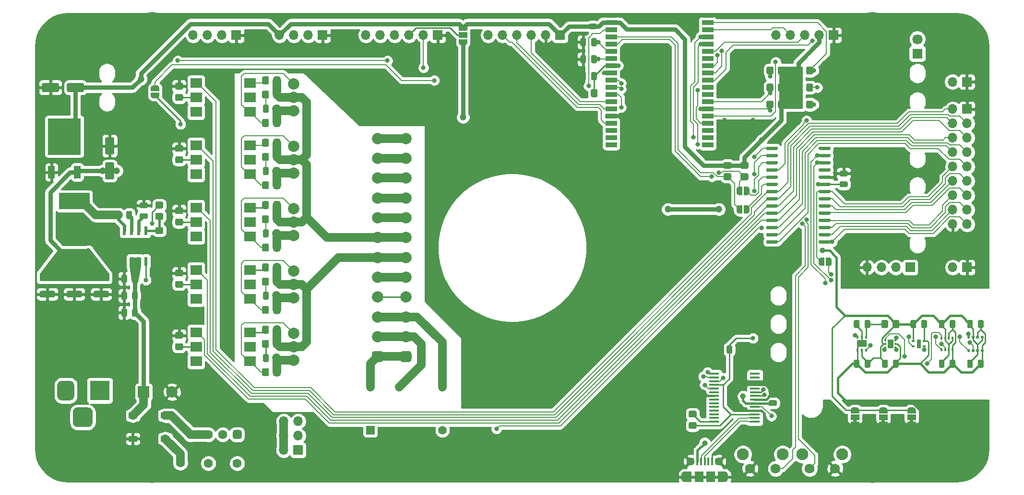
<source format=gbr>
G04 #@! TF.GenerationSoftware,KiCad,Pcbnew,(5.1.8-0-10_14)*
G04 #@! TF.CreationDate,2021-01-31T17:06:06-06:00*
G04 #@! TF.ProjectId,ClimateSprinklerController,436c696d-6174-4655-9370-72696e6b6c65,rev?*
G04 #@! TF.SameCoordinates,Original*
G04 #@! TF.FileFunction,Copper,L1,Top*
G04 #@! TF.FilePolarity,Positive*
%FSLAX46Y46*%
G04 Gerber Fmt 4.6, Leading zero omitted, Abs format (unit mm)*
G04 Created by KiCad (PCBNEW (5.1.8-0-10_14)) date 2021-01-31 17:06:06*
%MOMM*%
%LPD*%
G01*
G04 APERTURE LIST*
G04 #@! TA.AperFunction,EtchedComponent*
%ADD10C,0.100000*%
G04 #@! TD*
G04 #@! TA.AperFunction,ComponentPad*
%ADD11O,1.700000X1.700000*%
G04 #@! TD*
G04 #@! TA.AperFunction,ComponentPad*
%ADD12R,1.700000X1.700000*%
G04 #@! TD*
G04 #@! TA.AperFunction,ComponentPad*
%ADD13C,2.000000*%
G04 #@! TD*
G04 #@! TA.AperFunction,ComponentPad*
%ADD14R,2.000000X2.000000*%
G04 #@! TD*
G04 #@! TA.AperFunction,ComponentPad*
%ADD15C,5.600000*%
G04 #@! TD*
G04 #@! TA.AperFunction,ComponentPad*
%ADD16C,1.600000*%
G04 #@! TD*
G04 #@! TA.AperFunction,SMDPad,CuDef*
%ADD17R,1.750000X0.450000*%
G04 #@! TD*
G04 #@! TA.AperFunction,SMDPad,CuDef*
%ADD18R,1.500000X1.900000*%
G04 #@! TD*
G04 #@! TA.AperFunction,ComponentPad*
%ADD19C,1.450000*%
G04 #@! TD*
G04 #@! TA.AperFunction,SMDPad,CuDef*
%ADD20R,0.400000X1.350000*%
G04 #@! TD*
G04 #@! TA.AperFunction,ComponentPad*
%ADD21O,1.200000X1.900000*%
G04 #@! TD*
G04 #@! TA.AperFunction,SMDPad,CuDef*
%ADD22R,1.200000X1.900000*%
G04 #@! TD*
G04 #@! TA.AperFunction,ComponentPad*
%ADD23C,1.501140*%
G04 #@! TD*
G04 #@! TA.AperFunction,ComponentPad*
%ADD24R,1.501140X1.501140*%
G04 #@! TD*
G04 #@! TA.AperFunction,SMDPad,CuDef*
%ADD25C,0.100000*%
G04 #@! TD*
G04 #@! TA.AperFunction,SMDPad,CuDef*
%ADD26R,1.500000X1.000000*%
G04 #@! TD*
G04 #@! TA.AperFunction,SMDPad,CuDef*
%ADD27R,2.000000X0.900000*%
G04 #@! TD*
G04 #@! TA.AperFunction,SMDPad,CuDef*
%ADD28R,5.000000X5.000000*%
G04 #@! TD*
G04 #@! TA.AperFunction,ComponentPad*
%ADD29C,0.800000*%
G04 #@! TD*
G04 #@! TA.AperFunction,SMDPad,CuDef*
%ADD30R,1.700000X1.250000*%
G04 #@! TD*
G04 #@! TA.AperFunction,SMDPad,CuDef*
%ADD31R,0.450000X0.630000*%
G04 #@! TD*
G04 #@! TA.AperFunction,SMDPad,CuDef*
%ADD32R,5.400000X2.900000*%
G04 #@! TD*
G04 #@! TA.AperFunction,SMDPad,CuDef*
%ADD33R,0.350000X0.500000*%
G04 #@! TD*
G04 #@! TA.AperFunction,SMDPad,CuDef*
%ADD34R,0.700000X1.600000*%
G04 #@! TD*
G04 #@! TA.AperFunction,SMDPad,CuDef*
%ADD35R,0.600000X0.400000*%
G04 #@! TD*
G04 #@! TA.AperFunction,SMDPad,CuDef*
%ADD36R,1.000000X1.600000*%
G04 #@! TD*
G04 #@! TA.AperFunction,ComponentPad*
%ADD37C,2.100000*%
G04 #@! TD*
G04 #@! TA.AperFunction,ComponentPad*
%ADD38C,1.750000*%
G04 #@! TD*
G04 #@! TA.AperFunction,ComponentPad*
%ADD39C,6.400000*%
G04 #@! TD*
G04 #@! TA.AperFunction,SMDPad,CuDef*
%ADD40R,2.000000X1.780000*%
G04 #@! TD*
G04 #@! TA.AperFunction,SMDPad,CuDef*
%ADD41R,1.200000X2.200000*%
G04 #@! TD*
G04 #@! TA.AperFunction,SMDPad,CuDef*
%ADD42R,5.800000X6.400000*%
G04 #@! TD*
G04 #@! TA.AperFunction,ComponentPad*
%ADD43C,0.600000*%
G04 #@! TD*
G04 #@! TA.AperFunction,SMDPad,CuDef*
%ADD44R,0.600000X1.550000*%
G04 #@! TD*
G04 #@! TA.AperFunction,SMDPad,CuDef*
%ADD45R,4.900000X2.950000*%
G04 #@! TD*
G04 #@! TA.AperFunction,ComponentPad*
%ADD46C,1.800000*%
G04 #@! TD*
G04 #@! TA.AperFunction,ComponentPad*
%ADD47R,1.800000X1.800000*%
G04 #@! TD*
G04 #@! TA.AperFunction,ComponentPad*
%ADD48R,3.500000X3.500000*%
G04 #@! TD*
G04 #@! TA.AperFunction,SMDPad,CuDef*
%ADD49R,1.500000X1.100000*%
G04 #@! TD*
G04 #@! TA.AperFunction,ViaPad*
%ADD50C,0.800000*%
G04 #@! TD*
G04 #@! TA.AperFunction,ViaPad*
%ADD51C,1.200000*%
G04 #@! TD*
G04 #@! TA.AperFunction,ViaPad*
%ADD52C,1.000000*%
G04 #@! TD*
G04 #@! TA.AperFunction,Conductor*
%ADD53C,0.250000*%
G04 #@! TD*
G04 #@! TA.AperFunction,Conductor*
%ADD54C,0.400000*%
G04 #@! TD*
G04 #@! TA.AperFunction,Conductor*
%ADD55C,0.800000*%
G04 #@! TD*
G04 #@! TA.AperFunction,Conductor*
%ADD56C,1.500000*%
G04 #@! TD*
G04 #@! TA.AperFunction,Conductor*
%ADD57C,0.200000*%
G04 #@! TD*
G04 #@! TA.AperFunction,Conductor*
%ADD58C,0.600000*%
G04 #@! TD*
G04 #@! TA.AperFunction,Conductor*
%ADD59C,0.254000*%
G04 #@! TD*
G04 #@! TA.AperFunction,Conductor*
%ADD60C,0.100000*%
G04 #@! TD*
G04 APERTURE END LIST*
D10*
G36*
X220200000Y-120900000D02*
G01*
X220200000Y-120400000D01*
X220800000Y-120400000D01*
X220800000Y-120900000D01*
X220200000Y-120900000D01*
G37*
G36*
X215200000Y-120900000D02*
G01*
X215200000Y-120400000D01*
X215800000Y-120400000D01*
X215800000Y-120900000D01*
X215200000Y-120900000D01*
G37*
G36*
X210200000Y-120900000D02*
G01*
X210200000Y-120400000D01*
X210800000Y-120400000D01*
X210800000Y-120900000D01*
X210200000Y-120900000D01*
G37*
D11*
X227710000Y-60750000D03*
D12*
X230250000Y-60750000D03*
G04 #@! TA.AperFunction,SMDPad,CuDef*
G36*
G01*
X163050000Y-56275000D02*
X163050000Y-57225000D01*
G75*
G02*
X162800000Y-57475000I-250000J0D01*
G01*
X162300000Y-57475000D01*
G75*
G02*
X162050000Y-57225000I0J250000D01*
G01*
X162050000Y-56275000D01*
G75*
G02*
X162300000Y-56025000I250000J0D01*
G01*
X162800000Y-56025000D01*
G75*
G02*
X163050000Y-56275000I0J-250000D01*
G01*
G37*
G04 #@! TD.AperFunction*
G04 #@! TA.AperFunction,SMDPad,CuDef*
G36*
G01*
X164950000Y-56275000D02*
X164950000Y-57225000D01*
G75*
G02*
X164700000Y-57475000I-250000J0D01*
G01*
X164200000Y-57475000D01*
G75*
G02*
X163950000Y-57225000I0J250000D01*
G01*
X163950000Y-56275000D01*
G75*
G02*
X164200000Y-56025000I250000J0D01*
G01*
X164700000Y-56025000D01*
G75*
G02*
X164950000Y-56275000I0J-250000D01*
G01*
G37*
G04 #@! TD.AperFunction*
X230290000Y-65560000D03*
D11*
X227750000Y-65560000D03*
X230290000Y-68100000D03*
X227750000Y-68100000D03*
X230290000Y-70640000D03*
X227750000Y-70640000D03*
X230290000Y-73180000D03*
X227750000Y-73180000D03*
X230290000Y-75720000D03*
X227750000Y-75720000D03*
X230290000Y-78260000D03*
X227750000Y-78260000D03*
X230290000Y-80800000D03*
X227750000Y-80800000D03*
X230290000Y-83340000D03*
X227750000Y-83340000D03*
X230290000Y-85880000D03*
X227750000Y-85880000D03*
D12*
X112250000Y-125750000D03*
D11*
X109710000Y-125750000D03*
X112250000Y-123210000D03*
X109710000Y-123210000D03*
X112250000Y-120670000D03*
X109710000Y-120670000D03*
D13*
X90000000Y-115500000D03*
D14*
X85000000Y-115500000D03*
D15*
X213550000Y-128800000D03*
X86450000Y-128800000D03*
G04 #@! TA.AperFunction,SMDPad,CuDef*
G36*
G01*
X163050000Y-59275000D02*
X163050000Y-60225000D01*
G75*
G02*
X162800000Y-60475000I-250000J0D01*
G01*
X162300000Y-60475000D01*
G75*
G02*
X162050000Y-60225000I0J250000D01*
G01*
X162050000Y-59275000D01*
G75*
G02*
X162300000Y-59025000I250000J0D01*
G01*
X162800000Y-59025000D01*
G75*
G02*
X163050000Y-59275000I0J-250000D01*
G01*
G37*
G04 #@! TD.AperFunction*
G04 #@! TA.AperFunction,SMDPad,CuDef*
G36*
G01*
X164950000Y-59275000D02*
X164950000Y-60225000D01*
G75*
G02*
X164700000Y-60475000I-250000J0D01*
G01*
X164200000Y-60475000D01*
G75*
G02*
X163950000Y-60225000I0J250000D01*
G01*
X163950000Y-59275000D01*
G75*
G02*
X164200000Y-59025000I250000J0D01*
G01*
X164700000Y-59025000D01*
G75*
G02*
X164950000Y-59275000I0J-250000D01*
G01*
G37*
G04 #@! TD.AperFunction*
D12*
X206750000Y-52500000D03*
D11*
X204210000Y-52500000D03*
X201670000Y-52500000D03*
X199130000Y-52500000D03*
X196590000Y-52500000D03*
D16*
X96420000Y-128080000D03*
X101500000Y-128080000D03*
G04 #@! TA.AperFunction,ComponentPad*
G36*
G01*
X101900000Y-123800000D02*
X101100000Y-123800000D01*
G75*
G02*
X100700000Y-123400000I0J400000D01*
G01*
X100700000Y-122600000D01*
G75*
G02*
X101100000Y-122200000I400000J0D01*
G01*
X101900000Y-122200000D01*
G75*
G02*
X102300000Y-122600000I0J-400000D01*
G01*
X102300000Y-123400000D01*
G75*
G02*
X101900000Y-123800000I-400000J0D01*
G01*
G37*
G04 #@! TD.AperFunction*
X98960000Y-123000000D03*
X96420000Y-123000000D03*
D17*
X192850000Y-112275000D03*
X192850000Y-112925000D03*
X192850000Y-113575000D03*
X192850000Y-114225000D03*
X192850000Y-114875000D03*
X192850000Y-115525000D03*
X192850000Y-116175000D03*
X192850000Y-116825000D03*
X192850000Y-117475000D03*
X192850000Y-118125000D03*
X192850000Y-118775000D03*
X192850000Y-119425000D03*
X192850000Y-120075000D03*
X192850000Y-120725000D03*
X185650000Y-120725000D03*
X185650000Y-120075000D03*
X185650000Y-119425000D03*
X185650000Y-118775000D03*
X185650000Y-118125000D03*
X185650000Y-117475000D03*
X185650000Y-116825000D03*
X185650000Y-116175000D03*
X185650000Y-115525000D03*
X185650000Y-114875000D03*
X185650000Y-114225000D03*
X185650000Y-113575000D03*
X185650000Y-112925000D03*
X185650000Y-112275000D03*
G04 #@! TA.AperFunction,SMDPad,CuDef*
G36*
G01*
X182300001Y-122000000D02*
X181399999Y-122000000D01*
G75*
G02*
X181150000Y-121750001I0J249999D01*
G01*
X181150000Y-121049999D01*
G75*
G02*
X181399999Y-120800000I249999J0D01*
G01*
X182300001Y-120800000D01*
G75*
G02*
X182550000Y-121049999I0J-249999D01*
G01*
X182550000Y-121750001D01*
G75*
G02*
X182300001Y-122000000I-249999J0D01*
G01*
G37*
G04 #@! TD.AperFunction*
G04 #@! TA.AperFunction,SMDPad,CuDef*
G36*
G01*
X182300001Y-120000000D02*
X181399999Y-120000000D01*
G75*
G02*
X181150000Y-119750001I0J249999D01*
G01*
X181150000Y-119049999D01*
G75*
G02*
X181399999Y-118800000I249999J0D01*
G01*
X182300001Y-118800000D01*
G75*
G02*
X182550000Y-119049999I0J-249999D01*
G01*
X182550000Y-119750001D01*
G75*
G02*
X182300001Y-120000000I-249999J0D01*
G01*
G37*
G04 #@! TD.AperFunction*
D18*
X185000000Y-130487500D03*
D19*
X181500000Y-127787500D03*
D20*
X183350000Y-127787500D03*
X182700000Y-127787500D03*
X185300000Y-127787500D03*
X184650000Y-127787500D03*
X184000000Y-127787500D03*
D19*
X186500000Y-127787500D03*
D18*
X183000000Y-130487500D03*
D21*
X180500000Y-130487500D03*
X187500000Y-130487500D03*
D22*
X186900000Y-130487500D03*
X181100000Y-130487500D03*
G04 #@! TA.AperFunction,SMDPad,CuDef*
G36*
G01*
X187850000Y-108475000D02*
X187850000Y-107525000D01*
G75*
G02*
X188100000Y-107275000I250000J0D01*
G01*
X188600000Y-107275000D01*
G75*
G02*
X188850000Y-107525000I0J-250000D01*
G01*
X188850000Y-108475000D01*
G75*
G02*
X188600000Y-108725000I-250000J0D01*
G01*
X188100000Y-108725000D01*
G75*
G02*
X187850000Y-108475000I0J250000D01*
G01*
G37*
G04 #@! TD.AperFunction*
G04 #@! TA.AperFunction,SMDPad,CuDef*
G36*
G01*
X189750000Y-108475000D02*
X189750000Y-107525000D01*
G75*
G02*
X190000000Y-107275000I250000J0D01*
G01*
X190500000Y-107275000D01*
G75*
G02*
X190750000Y-107525000I0J-250000D01*
G01*
X190750000Y-108475000D01*
G75*
G02*
X190500000Y-108725000I-250000J0D01*
G01*
X190000000Y-108725000D01*
G75*
G02*
X189750000Y-108475000I0J250000D01*
G01*
G37*
G04 #@! TD.AperFunction*
G04 #@! TA.AperFunction,SMDPad,CuDef*
G36*
G01*
X196475000Y-116050000D02*
X195525000Y-116050000D01*
G75*
G02*
X195275000Y-115800000I0J250000D01*
G01*
X195275000Y-115300000D01*
G75*
G02*
X195525000Y-115050000I250000J0D01*
G01*
X196475000Y-115050000D01*
G75*
G02*
X196725000Y-115300000I0J-250000D01*
G01*
X196725000Y-115800000D01*
G75*
G02*
X196475000Y-116050000I-250000J0D01*
G01*
G37*
G04 #@! TD.AperFunction*
G04 #@! TA.AperFunction,SMDPad,CuDef*
G36*
G01*
X196475000Y-117950000D02*
X195525000Y-117950000D01*
G75*
G02*
X195275000Y-117700000I0J250000D01*
G01*
X195275000Y-117200000D01*
G75*
G02*
X195525000Y-116950000I250000J0D01*
G01*
X196475000Y-116950000D01*
G75*
G02*
X196725000Y-117200000I0J-250000D01*
G01*
X196725000Y-117700000D01*
G75*
G02*
X196475000Y-117950000I-250000J0D01*
G01*
G37*
G04 #@! TD.AperFunction*
D15*
X213550000Y-51200000D03*
X86450000Y-51200000D03*
G04 #@! TA.AperFunction,SMDPad,CuDef*
G36*
G01*
X233200000Y-108050000D02*
X233200000Y-108325000D01*
G75*
G02*
X233075000Y-108450000I-125000J0D01*
G01*
X232825000Y-108450000D01*
G75*
G02*
X232700000Y-108325000I0J125000D01*
G01*
X232700000Y-108050000D01*
G75*
G02*
X232825000Y-107925000I125000J0D01*
G01*
X233075000Y-107925000D01*
G75*
G02*
X233200000Y-108050000I0J-125000D01*
G01*
G37*
G04 #@! TD.AperFunction*
G04 #@! TA.AperFunction,SMDPad,CuDef*
G36*
G01*
X232400000Y-108050000D02*
X232400000Y-108325000D01*
G75*
G02*
X232275000Y-108450000I-125000J0D01*
G01*
X232025000Y-108450000D01*
G75*
G02*
X231900000Y-108325000I0J125000D01*
G01*
X231900000Y-108050000D01*
G75*
G02*
X232025000Y-107925000I125000J0D01*
G01*
X232275000Y-107925000D01*
G75*
G02*
X232400000Y-108050000I0J-125000D01*
G01*
G37*
G04 #@! TD.AperFunction*
G04 #@! TA.AperFunction,SMDPad,CuDef*
G36*
G01*
X231600000Y-108050000D02*
X231600000Y-108325000D01*
G75*
G02*
X231475000Y-108450000I-125000J0D01*
G01*
X231225000Y-108450000D01*
G75*
G02*
X231100000Y-108325000I0J125000D01*
G01*
X231100000Y-108050000D01*
G75*
G02*
X231225000Y-107925000I125000J0D01*
G01*
X231475000Y-107925000D01*
G75*
G02*
X231600000Y-108050000I0J-125000D01*
G01*
G37*
G04 #@! TD.AperFunction*
G04 #@! TA.AperFunction,SMDPad,CuDef*
G36*
G01*
X230800000Y-108050000D02*
X230800000Y-108325000D01*
G75*
G02*
X230675000Y-108450000I-125000J0D01*
G01*
X230425000Y-108450000D01*
G75*
G02*
X230300000Y-108325000I0J125000D01*
G01*
X230300000Y-108050000D01*
G75*
G02*
X230425000Y-107925000I125000J0D01*
G01*
X230675000Y-107925000D01*
G75*
G02*
X230800000Y-108050000I0J-125000D01*
G01*
G37*
G04 #@! TD.AperFunction*
G04 #@! TA.AperFunction,SMDPad,CuDef*
G36*
G01*
X230800000Y-105675000D02*
X230800000Y-105950000D01*
G75*
G02*
X230675000Y-106075000I-125000J0D01*
G01*
X230425000Y-106075000D01*
G75*
G02*
X230300000Y-105950000I0J125000D01*
G01*
X230300000Y-105675000D01*
G75*
G02*
X230425000Y-105550000I125000J0D01*
G01*
X230675000Y-105550000D01*
G75*
G02*
X230800000Y-105675000I0J-125000D01*
G01*
G37*
G04 #@! TD.AperFunction*
G04 #@! TA.AperFunction,SMDPad,CuDef*
G36*
G01*
X231600000Y-105675000D02*
X231600000Y-105950000D01*
G75*
G02*
X231475000Y-106075000I-125000J0D01*
G01*
X231225000Y-106075000D01*
G75*
G02*
X231100000Y-105950000I0J125000D01*
G01*
X231100000Y-105675000D01*
G75*
G02*
X231225000Y-105550000I125000J0D01*
G01*
X231475000Y-105550000D01*
G75*
G02*
X231600000Y-105675000I0J-125000D01*
G01*
G37*
G04 #@! TD.AperFunction*
G04 #@! TA.AperFunction,SMDPad,CuDef*
G36*
G01*
X232400000Y-105675000D02*
X232400000Y-105950000D01*
G75*
G02*
X232275000Y-106075000I-125000J0D01*
G01*
X232025000Y-106075000D01*
G75*
G02*
X231900000Y-105950000I0J125000D01*
G01*
X231900000Y-105675000D01*
G75*
G02*
X232025000Y-105550000I125000J0D01*
G01*
X232275000Y-105550000D01*
G75*
G02*
X232400000Y-105675000I0J-125000D01*
G01*
G37*
G04 #@! TD.AperFunction*
G04 #@! TA.AperFunction,SMDPad,CuDef*
G36*
G01*
X233200000Y-105675000D02*
X233200000Y-105950000D01*
G75*
G02*
X233075000Y-106075000I-125000J0D01*
G01*
X232825000Y-106075000D01*
G75*
G02*
X232700000Y-105950000I0J125000D01*
G01*
X232700000Y-105675000D01*
G75*
G02*
X232825000Y-105550000I125000J0D01*
G01*
X233075000Y-105550000D01*
G75*
G02*
X233200000Y-105675000I0J-125000D01*
G01*
G37*
G04 #@! TD.AperFunction*
D23*
X137700000Y-114630000D03*
X137700000Y-122250000D03*
X130080000Y-114630000D03*
X125000000Y-114630000D03*
D24*
X125000000Y-122250000D03*
G04 #@! TA.AperFunction,SMDPad,CuDef*
D25*
G36*
X219750602Y-118700000D02*
G01*
X219750602Y-118675466D01*
X219755412Y-118626635D01*
X219764984Y-118578510D01*
X219779228Y-118531555D01*
X219798005Y-118486222D01*
X219821136Y-118442949D01*
X219848396Y-118402150D01*
X219879524Y-118364221D01*
X219914221Y-118329524D01*
X219952150Y-118298396D01*
X219992949Y-118271136D01*
X220036222Y-118248005D01*
X220081555Y-118229228D01*
X220128510Y-118214984D01*
X220176635Y-118205412D01*
X220225466Y-118200602D01*
X220250000Y-118200602D01*
X220250000Y-118200000D01*
X220750000Y-118200000D01*
X220750000Y-118200602D01*
X220774534Y-118200602D01*
X220823365Y-118205412D01*
X220871490Y-118214984D01*
X220918445Y-118229228D01*
X220963778Y-118248005D01*
X221007051Y-118271136D01*
X221047850Y-118298396D01*
X221085779Y-118329524D01*
X221120476Y-118364221D01*
X221151604Y-118402150D01*
X221178864Y-118442949D01*
X221201995Y-118486222D01*
X221220772Y-118531555D01*
X221235016Y-118578510D01*
X221244588Y-118626635D01*
X221249398Y-118675466D01*
X221249398Y-118700000D01*
X221250000Y-118700000D01*
X221250000Y-119250000D01*
X219750000Y-119250000D01*
X219750000Y-118700000D01*
X219750602Y-118700000D01*
G37*
G04 #@! TD.AperFunction*
D26*
X220500000Y-120000000D03*
G04 #@! TA.AperFunction,SMDPad,CuDef*
D25*
G36*
X221250000Y-120750000D02*
G01*
X221250000Y-121300000D01*
X221249398Y-121300000D01*
X221249398Y-121324534D01*
X221244588Y-121373365D01*
X221235016Y-121421490D01*
X221220772Y-121468445D01*
X221201995Y-121513778D01*
X221178864Y-121557051D01*
X221151604Y-121597850D01*
X221120476Y-121635779D01*
X221085779Y-121670476D01*
X221047850Y-121701604D01*
X221007051Y-121728864D01*
X220963778Y-121751995D01*
X220918445Y-121770772D01*
X220871490Y-121785016D01*
X220823365Y-121794588D01*
X220774534Y-121799398D01*
X220750000Y-121799398D01*
X220750000Y-121800000D01*
X220250000Y-121800000D01*
X220250000Y-121799398D01*
X220225466Y-121799398D01*
X220176635Y-121794588D01*
X220128510Y-121785016D01*
X220081555Y-121770772D01*
X220036222Y-121751995D01*
X219992949Y-121728864D01*
X219952150Y-121701604D01*
X219914221Y-121670476D01*
X219879524Y-121635779D01*
X219848396Y-121597850D01*
X219821136Y-121557051D01*
X219798005Y-121513778D01*
X219779228Y-121468445D01*
X219764984Y-121421490D01*
X219755412Y-121373365D01*
X219750602Y-121324534D01*
X219750602Y-121300000D01*
X219750000Y-121300000D01*
X219750000Y-120750000D01*
X221250000Y-120750000D01*
G37*
G04 #@! TD.AperFunction*
D11*
X93720000Y-52500000D03*
X96260000Y-52500000D03*
X98800000Y-52500000D03*
D12*
X101340000Y-52500000D03*
G04 #@! TA.AperFunction,SMDPad,CuDef*
G36*
G01*
X230300000Y-103975000D02*
X230300000Y-103025000D01*
G75*
G02*
X230550000Y-102775000I250000J0D01*
G01*
X231050000Y-102775000D01*
G75*
G02*
X231300000Y-103025000I0J-250000D01*
G01*
X231300000Y-103975000D01*
G75*
G02*
X231050000Y-104225000I-250000J0D01*
G01*
X230550000Y-104225000D01*
G75*
G02*
X230300000Y-103975000I0J250000D01*
G01*
G37*
G04 #@! TD.AperFunction*
G04 #@! TA.AperFunction,SMDPad,CuDef*
G36*
G01*
X232200000Y-103975000D02*
X232200000Y-103025000D01*
G75*
G02*
X232450000Y-102775000I250000J0D01*
G01*
X232950000Y-102775000D01*
G75*
G02*
X233200000Y-103025000I0J-250000D01*
G01*
X233200000Y-103975000D01*
G75*
G02*
X232950000Y-104225000I-250000J0D01*
G01*
X232450000Y-104225000D01*
G75*
G02*
X232200000Y-103975000I0J250000D01*
G01*
G37*
G04 #@! TD.AperFunction*
G04 #@! TA.AperFunction,SMDPad,CuDef*
G36*
G01*
X230300000Y-110975000D02*
X230300000Y-110025000D01*
G75*
G02*
X230550000Y-109775000I250000J0D01*
G01*
X231050000Y-109775000D01*
G75*
G02*
X231300000Y-110025000I0J-250000D01*
G01*
X231300000Y-110975000D01*
G75*
G02*
X231050000Y-111225000I-250000J0D01*
G01*
X230550000Y-111225000D01*
G75*
G02*
X230300000Y-110975000I0J250000D01*
G01*
G37*
G04 #@! TD.AperFunction*
G04 #@! TA.AperFunction,SMDPad,CuDef*
G36*
G01*
X232200000Y-110975000D02*
X232200000Y-110025000D01*
G75*
G02*
X232450000Y-109775000I250000J0D01*
G01*
X232950000Y-109775000D01*
G75*
G02*
X233200000Y-110025000I0J-250000D01*
G01*
X233200000Y-110975000D01*
G75*
G02*
X232950000Y-111225000I-250000J0D01*
G01*
X232450000Y-111225000D01*
G75*
G02*
X232200000Y-110975000I0J250000D01*
G01*
G37*
G04 #@! TD.AperFunction*
D27*
X167500000Y-48995000D03*
X167500000Y-50265000D03*
X167500000Y-51535000D03*
X167500000Y-52805000D03*
X167500000Y-54075000D03*
X167500000Y-55345000D03*
X167500000Y-56615000D03*
X167500000Y-57885000D03*
X167500000Y-59155000D03*
X167500000Y-60425000D03*
X167500000Y-61695000D03*
X167500000Y-62965000D03*
X167500000Y-64235000D03*
X167500000Y-65505000D03*
X167500000Y-66775000D03*
X167500000Y-68045000D03*
X167500000Y-69315000D03*
X167500000Y-70585000D03*
X167500000Y-71855000D03*
X184500000Y-71855000D03*
X184500000Y-70585000D03*
X184500000Y-69315000D03*
X184500000Y-68045000D03*
X184500000Y-66775000D03*
X184500000Y-65505000D03*
X184500000Y-64235000D03*
X184500000Y-62965000D03*
X184500000Y-61695000D03*
X184500000Y-60425000D03*
X184500000Y-59155000D03*
X184500000Y-57885000D03*
X184500000Y-56615000D03*
X184500000Y-55345000D03*
X184500000Y-54075000D03*
X184500000Y-52805000D03*
X184500000Y-51535000D03*
X184500000Y-50265000D03*
X184500000Y-48995000D03*
D28*
X175000000Y-56495000D03*
D29*
X177000000Y-54495000D03*
X177000000Y-55495000D03*
X177000000Y-56495000D03*
X177000000Y-57495000D03*
X177000000Y-58495000D03*
X176000000Y-54495000D03*
X176000000Y-55495000D03*
X176000000Y-56495000D03*
X176000000Y-57495000D03*
X176000000Y-58495000D03*
X175000000Y-54495000D03*
X175000000Y-55495000D03*
X175000000Y-56495000D03*
X175000000Y-57495000D03*
X175000000Y-58495000D03*
X174000000Y-54495000D03*
X174000000Y-55495000D03*
X174000000Y-56495000D03*
X174000000Y-57495000D03*
X174000000Y-58495000D03*
X173000000Y-54495000D03*
X173000000Y-55495000D03*
X173000000Y-56495000D03*
X173000000Y-57495000D03*
X173000000Y-58495000D03*
D30*
X211709000Y-106953000D03*
D31*
X212509000Y-108103000D03*
X211709000Y-108103000D03*
X210909000Y-108103000D03*
X210909000Y-105803000D03*
X211709000Y-105803000D03*
X212509000Y-105803000D03*
G04 #@! TA.AperFunction,SMDPad,CuDef*
G36*
G01*
X218350000Y-103049999D02*
X218350000Y-103950001D01*
G75*
G02*
X218100001Y-104200000I-249999J0D01*
G01*
X217399999Y-104200000D01*
G75*
G02*
X217150000Y-103950001I0J249999D01*
G01*
X217150000Y-103049999D01*
G75*
G02*
X217399999Y-102800000I249999J0D01*
G01*
X218100001Y-102800000D01*
G75*
G02*
X218350000Y-103049999I0J-249999D01*
G01*
G37*
G04 #@! TD.AperFunction*
G04 #@! TA.AperFunction,SMDPad,CuDef*
G36*
G01*
X216350000Y-103049999D02*
X216350000Y-103950001D01*
G75*
G02*
X216100001Y-104200000I-249999J0D01*
G01*
X215399999Y-104200000D01*
G75*
G02*
X215150000Y-103950001I0J249999D01*
G01*
X215150000Y-103049999D01*
G75*
G02*
X215399999Y-102800000I249999J0D01*
G01*
X216100001Y-102800000D01*
G75*
G02*
X216350000Y-103049999I0J-249999D01*
G01*
G37*
G04 #@! TD.AperFunction*
G04 #@! TA.AperFunction,SMDPad,CuDef*
G36*
G01*
X212200000Y-103975000D02*
X212200000Y-103025000D01*
G75*
G02*
X212450000Y-102775000I250000J0D01*
G01*
X212950000Y-102775000D01*
G75*
G02*
X213200000Y-103025000I0J-250000D01*
G01*
X213200000Y-103975000D01*
G75*
G02*
X212950000Y-104225000I-250000J0D01*
G01*
X212450000Y-104225000D01*
G75*
G02*
X212200000Y-103975000I0J250000D01*
G01*
G37*
G04 #@! TD.AperFunction*
G04 #@! TA.AperFunction,SMDPad,CuDef*
G36*
G01*
X210300000Y-103975000D02*
X210300000Y-103025000D01*
G75*
G02*
X210550000Y-102775000I250000J0D01*
G01*
X211050000Y-102775000D01*
G75*
G02*
X211300000Y-103025000I0J-250000D01*
G01*
X211300000Y-103975000D01*
G75*
G02*
X211050000Y-104225000I-250000J0D01*
G01*
X210550000Y-104225000D01*
G75*
G02*
X210300000Y-103975000I0J250000D01*
G01*
G37*
G04 #@! TD.AperFunction*
G04 #@! TA.AperFunction,SMDPad,CuDef*
G36*
G01*
X210300000Y-110975000D02*
X210300000Y-110025000D01*
G75*
G02*
X210550000Y-109775000I250000J0D01*
G01*
X211050000Y-109775000D01*
G75*
G02*
X211300000Y-110025000I0J-250000D01*
G01*
X211300000Y-110975000D01*
G75*
G02*
X211050000Y-111225000I-250000J0D01*
G01*
X210550000Y-111225000D01*
G75*
G02*
X210300000Y-110975000I0J250000D01*
G01*
G37*
G04 #@! TD.AperFunction*
G04 #@! TA.AperFunction,SMDPad,CuDef*
G36*
G01*
X212200000Y-110975000D02*
X212200000Y-110025000D01*
G75*
G02*
X212450000Y-109775000I250000J0D01*
G01*
X212950000Y-109775000D01*
G75*
G02*
X213200000Y-110025000I0J-250000D01*
G01*
X213200000Y-110975000D01*
G75*
G02*
X212950000Y-111225000I-250000J0D01*
G01*
X212450000Y-111225000D01*
G75*
G02*
X212200000Y-110975000I0J250000D01*
G01*
G37*
G04 #@! TD.AperFunction*
G04 #@! TA.AperFunction,SMDPad,CuDef*
G36*
G01*
X190549999Y-74900000D02*
X191450001Y-74900000D01*
G75*
G02*
X191700000Y-75149999I0J-249999D01*
G01*
X191700000Y-75850001D01*
G75*
G02*
X191450001Y-76100000I-249999J0D01*
G01*
X190549999Y-76100000D01*
G75*
G02*
X190300000Y-75850001I0J249999D01*
G01*
X190300000Y-75149999D01*
G75*
G02*
X190549999Y-74900000I249999J0D01*
G01*
G37*
G04 #@! TD.AperFunction*
G04 #@! TA.AperFunction,SMDPad,CuDef*
G36*
G01*
X190549999Y-76900000D02*
X191450001Y-76900000D01*
G75*
G02*
X191700000Y-77149999I0J-249999D01*
G01*
X191700000Y-77850001D01*
G75*
G02*
X191450001Y-78100000I-249999J0D01*
G01*
X190549999Y-78100000D01*
G75*
G02*
X190300000Y-77850001I0J249999D01*
G01*
X190300000Y-77149999D01*
G75*
G02*
X190549999Y-76900000I249999J0D01*
G01*
G37*
G04 #@! TD.AperFunction*
G04 #@! TA.AperFunction,SMDPad,CuDef*
G36*
G01*
X187549999Y-74900000D02*
X188450001Y-74900000D01*
G75*
G02*
X188700000Y-75149999I0J-249999D01*
G01*
X188700000Y-75850001D01*
G75*
G02*
X188450001Y-76100000I-249999J0D01*
G01*
X187549999Y-76100000D01*
G75*
G02*
X187300000Y-75850001I0J249999D01*
G01*
X187300000Y-75149999D01*
G75*
G02*
X187549999Y-74900000I249999J0D01*
G01*
G37*
G04 #@! TD.AperFunction*
G04 #@! TA.AperFunction,SMDPad,CuDef*
G36*
G01*
X187549999Y-76900000D02*
X188450001Y-76900000D01*
G75*
G02*
X188700000Y-77149999I0J-249999D01*
G01*
X188700000Y-77850001D01*
G75*
G02*
X188450001Y-78100000I-249999J0D01*
G01*
X187549999Y-78100000D01*
G75*
G02*
X187300000Y-77850001I0J249999D01*
G01*
X187300000Y-77149999D01*
G75*
G02*
X187549999Y-76900000I249999J0D01*
G01*
G37*
G04 #@! TD.AperFunction*
G04 #@! TA.AperFunction,SMDPad,CuDef*
G36*
G01*
X107100000Y-106549999D02*
X107100000Y-107450001D01*
G75*
G02*
X106850001Y-107700000I-249999J0D01*
G01*
X106149999Y-107700000D01*
G75*
G02*
X105900000Y-107450001I0J249999D01*
G01*
X105900000Y-106549999D01*
G75*
G02*
X106149999Y-106300000I249999J0D01*
G01*
X106850001Y-106300000D01*
G75*
G02*
X107100000Y-106549999I0J-249999D01*
G01*
G37*
G04 #@! TD.AperFunction*
G04 #@! TA.AperFunction,SMDPad,CuDef*
G36*
G01*
X109100000Y-106549999D02*
X109100000Y-107450001D01*
G75*
G02*
X108850001Y-107700000I-249999J0D01*
G01*
X108149999Y-107700000D01*
G75*
G02*
X107900000Y-107450001I0J249999D01*
G01*
X107900000Y-106549999D01*
G75*
G02*
X108149999Y-106300000I249999J0D01*
G01*
X108850001Y-106300000D01*
G75*
G02*
X109100000Y-106549999I0J-249999D01*
G01*
G37*
G04 #@! TD.AperFunction*
G04 #@! TA.AperFunction,SMDPad,CuDef*
G36*
G01*
X107100000Y-95549999D02*
X107100000Y-96450001D01*
G75*
G02*
X106850001Y-96700000I-249999J0D01*
G01*
X106149999Y-96700000D01*
G75*
G02*
X105900000Y-96450001I0J249999D01*
G01*
X105900000Y-95549999D01*
G75*
G02*
X106149999Y-95300000I249999J0D01*
G01*
X106850001Y-95300000D01*
G75*
G02*
X107100000Y-95549999I0J-249999D01*
G01*
G37*
G04 #@! TD.AperFunction*
G04 #@! TA.AperFunction,SMDPad,CuDef*
G36*
G01*
X109100000Y-95549999D02*
X109100000Y-96450001D01*
G75*
G02*
X108850001Y-96700000I-249999J0D01*
G01*
X108149999Y-96700000D01*
G75*
G02*
X107900000Y-96450001I0J249999D01*
G01*
X107900000Y-95549999D01*
G75*
G02*
X108149999Y-95300000I249999J0D01*
G01*
X108850001Y-95300000D01*
G75*
G02*
X109100000Y-95549999I0J-249999D01*
G01*
G37*
G04 #@! TD.AperFunction*
G04 #@! TA.AperFunction,SMDPad,CuDef*
G36*
G01*
X107100000Y-84549999D02*
X107100000Y-85450001D01*
G75*
G02*
X106850001Y-85700000I-249999J0D01*
G01*
X106149999Y-85700000D01*
G75*
G02*
X105900000Y-85450001I0J249999D01*
G01*
X105900000Y-84549999D01*
G75*
G02*
X106149999Y-84300000I249999J0D01*
G01*
X106850001Y-84300000D01*
G75*
G02*
X107100000Y-84549999I0J-249999D01*
G01*
G37*
G04 #@! TD.AperFunction*
G04 #@! TA.AperFunction,SMDPad,CuDef*
G36*
G01*
X109100000Y-84549999D02*
X109100000Y-85450001D01*
G75*
G02*
X108850001Y-85700000I-249999J0D01*
G01*
X108149999Y-85700000D01*
G75*
G02*
X107900000Y-85450001I0J249999D01*
G01*
X107900000Y-84549999D01*
G75*
G02*
X108149999Y-84300000I249999J0D01*
G01*
X108850001Y-84300000D01*
G75*
G02*
X109100000Y-84549999I0J-249999D01*
G01*
G37*
G04 #@! TD.AperFunction*
G04 #@! TA.AperFunction,SMDPad,CuDef*
G36*
G01*
X107100000Y-73549999D02*
X107100000Y-74450001D01*
G75*
G02*
X106850001Y-74700000I-249999J0D01*
G01*
X106149999Y-74700000D01*
G75*
G02*
X105900000Y-74450001I0J249999D01*
G01*
X105900000Y-73549999D01*
G75*
G02*
X106149999Y-73300000I249999J0D01*
G01*
X106850001Y-73300000D01*
G75*
G02*
X107100000Y-73549999I0J-249999D01*
G01*
G37*
G04 #@! TD.AperFunction*
G04 #@! TA.AperFunction,SMDPad,CuDef*
G36*
G01*
X109100000Y-73549999D02*
X109100000Y-74450001D01*
G75*
G02*
X108850001Y-74700000I-249999J0D01*
G01*
X108149999Y-74700000D01*
G75*
G02*
X107900000Y-74450001I0J249999D01*
G01*
X107900000Y-73549999D01*
G75*
G02*
X108149999Y-73300000I249999J0D01*
G01*
X108850001Y-73300000D01*
G75*
G02*
X109100000Y-73549999I0J-249999D01*
G01*
G37*
G04 #@! TD.AperFunction*
G04 #@! TA.AperFunction,SMDPad,CuDef*
G36*
G01*
X107100000Y-62549999D02*
X107100000Y-63450001D01*
G75*
G02*
X106850001Y-63700000I-249999J0D01*
G01*
X106149999Y-63700000D01*
G75*
G02*
X105900000Y-63450001I0J249999D01*
G01*
X105900000Y-62549999D01*
G75*
G02*
X106149999Y-62300000I249999J0D01*
G01*
X106850001Y-62300000D01*
G75*
G02*
X107100000Y-62549999I0J-249999D01*
G01*
G37*
G04 #@! TD.AperFunction*
G04 #@! TA.AperFunction,SMDPad,CuDef*
G36*
G01*
X109100000Y-62549999D02*
X109100000Y-63450001D01*
G75*
G02*
X108850001Y-63700000I-249999J0D01*
G01*
X108149999Y-63700000D01*
G75*
G02*
X107900000Y-63450001I0J249999D01*
G01*
X107900000Y-62549999D01*
G75*
G02*
X108149999Y-62300000I249999J0D01*
G01*
X108850001Y-62300000D01*
G75*
G02*
X109100000Y-62549999I0J-249999D01*
G01*
G37*
G04 #@! TD.AperFunction*
G04 #@! TA.AperFunction,SMDPad,CuDef*
G36*
G01*
X107900000Y-112450001D02*
X107900000Y-111549999D01*
G75*
G02*
X108149999Y-111300000I249999J0D01*
G01*
X108850001Y-111300000D01*
G75*
G02*
X109100000Y-111549999I0J-249999D01*
G01*
X109100000Y-112450001D01*
G75*
G02*
X108850001Y-112700000I-249999J0D01*
G01*
X108149999Y-112700000D01*
G75*
G02*
X107900000Y-112450001I0J249999D01*
G01*
G37*
G04 #@! TD.AperFunction*
G04 #@! TA.AperFunction,SMDPad,CuDef*
G36*
G01*
X105900000Y-112450001D02*
X105900000Y-111549999D01*
G75*
G02*
X106149999Y-111300000I249999J0D01*
G01*
X106850001Y-111300000D01*
G75*
G02*
X107100000Y-111549999I0J-249999D01*
G01*
X107100000Y-112450001D01*
G75*
G02*
X106850001Y-112700000I-249999J0D01*
G01*
X106149999Y-112700000D01*
G75*
G02*
X105900000Y-112450001I0J249999D01*
G01*
G37*
G04 #@! TD.AperFunction*
G04 #@! TA.AperFunction,SMDPad,CuDef*
G36*
G01*
X107900000Y-101450001D02*
X107900000Y-100549999D01*
G75*
G02*
X108149999Y-100300000I249999J0D01*
G01*
X108850001Y-100300000D01*
G75*
G02*
X109100000Y-100549999I0J-249999D01*
G01*
X109100000Y-101450001D01*
G75*
G02*
X108850001Y-101700000I-249999J0D01*
G01*
X108149999Y-101700000D01*
G75*
G02*
X107900000Y-101450001I0J249999D01*
G01*
G37*
G04 #@! TD.AperFunction*
G04 #@! TA.AperFunction,SMDPad,CuDef*
G36*
G01*
X105900000Y-101450001D02*
X105900000Y-100549999D01*
G75*
G02*
X106149999Y-100300000I249999J0D01*
G01*
X106850001Y-100300000D01*
G75*
G02*
X107100000Y-100549999I0J-249999D01*
G01*
X107100000Y-101450001D01*
G75*
G02*
X106850001Y-101700000I-249999J0D01*
G01*
X106149999Y-101700000D01*
G75*
G02*
X105900000Y-101450001I0J249999D01*
G01*
G37*
G04 #@! TD.AperFunction*
G04 #@! TA.AperFunction,SMDPad,CuDef*
G36*
G01*
X107900000Y-90450001D02*
X107900000Y-89549999D01*
G75*
G02*
X108149999Y-89300000I249999J0D01*
G01*
X108850001Y-89300000D01*
G75*
G02*
X109100000Y-89549999I0J-249999D01*
G01*
X109100000Y-90450001D01*
G75*
G02*
X108850001Y-90700000I-249999J0D01*
G01*
X108149999Y-90700000D01*
G75*
G02*
X107900000Y-90450001I0J249999D01*
G01*
G37*
G04 #@! TD.AperFunction*
G04 #@! TA.AperFunction,SMDPad,CuDef*
G36*
G01*
X105900000Y-90450001D02*
X105900000Y-89549999D01*
G75*
G02*
X106149999Y-89300000I249999J0D01*
G01*
X106850001Y-89300000D01*
G75*
G02*
X107100000Y-89549999I0J-249999D01*
G01*
X107100000Y-90450001D01*
G75*
G02*
X106850001Y-90700000I-249999J0D01*
G01*
X106149999Y-90700000D01*
G75*
G02*
X105900000Y-90450001I0J249999D01*
G01*
G37*
G04 #@! TD.AperFunction*
G04 #@! TA.AperFunction,SMDPad,CuDef*
G36*
G01*
X107900000Y-79450001D02*
X107900000Y-78549999D01*
G75*
G02*
X108149999Y-78300000I249999J0D01*
G01*
X108850001Y-78300000D01*
G75*
G02*
X109100000Y-78549999I0J-249999D01*
G01*
X109100000Y-79450001D01*
G75*
G02*
X108850001Y-79700000I-249999J0D01*
G01*
X108149999Y-79700000D01*
G75*
G02*
X107900000Y-79450001I0J249999D01*
G01*
G37*
G04 #@! TD.AperFunction*
G04 #@! TA.AperFunction,SMDPad,CuDef*
G36*
G01*
X105900000Y-79450001D02*
X105900000Y-78549999D01*
G75*
G02*
X106149999Y-78300000I249999J0D01*
G01*
X106850001Y-78300000D01*
G75*
G02*
X107100000Y-78549999I0J-249999D01*
G01*
X107100000Y-79450001D01*
G75*
G02*
X106850001Y-79700000I-249999J0D01*
G01*
X106149999Y-79700000D01*
G75*
G02*
X105900000Y-79450001I0J249999D01*
G01*
G37*
G04 #@! TD.AperFunction*
G04 #@! TA.AperFunction,SMDPad,CuDef*
G36*
G01*
X107900000Y-68450001D02*
X107900000Y-67549999D01*
G75*
G02*
X108149999Y-67300000I249999J0D01*
G01*
X108850001Y-67300000D01*
G75*
G02*
X109100000Y-67549999I0J-249999D01*
G01*
X109100000Y-68450001D01*
G75*
G02*
X108850001Y-68700000I-249999J0D01*
G01*
X108149999Y-68700000D01*
G75*
G02*
X107900000Y-68450001I0J249999D01*
G01*
G37*
G04 #@! TD.AperFunction*
G04 #@! TA.AperFunction,SMDPad,CuDef*
G36*
G01*
X105900000Y-68450001D02*
X105900000Y-67549999D01*
G75*
G02*
X106149999Y-67300000I249999J0D01*
G01*
X106850001Y-67300000D01*
G75*
G02*
X107100000Y-67549999I0J-249999D01*
G01*
X107100000Y-68450001D01*
G75*
G02*
X106850001Y-68700000I-249999J0D01*
G01*
X106149999Y-68700000D01*
G75*
G02*
X105900000Y-68450001I0J249999D01*
G01*
G37*
G04 #@! TD.AperFunction*
G04 #@! TA.AperFunction,SMDPad,CuDef*
G36*
G01*
X107100000Y-104049999D02*
X107100000Y-104950001D01*
G75*
G02*
X106850001Y-105200000I-249999J0D01*
G01*
X106149999Y-105200000D01*
G75*
G02*
X105900000Y-104950001I0J249999D01*
G01*
X105900000Y-104049999D01*
G75*
G02*
X106149999Y-103800000I249999J0D01*
G01*
X106850001Y-103800000D01*
G75*
G02*
X107100000Y-104049999I0J-249999D01*
G01*
G37*
G04 #@! TD.AperFunction*
G04 #@! TA.AperFunction,SMDPad,CuDef*
G36*
G01*
X109100000Y-104049999D02*
X109100000Y-104950001D01*
G75*
G02*
X108850001Y-105200000I-249999J0D01*
G01*
X108149999Y-105200000D01*
G75*
G02*
X107900000Y-104950001I0J249999D01*
G01*
X107900000Y-104049999D01*
G75*
G02*
X108149999Y-103800000I249999J0D01*
G01*
X108850001Y-103800000D01*
G75*
G02*
X109100000Y-104049999I0J-249999D01*
G01*
G37*
G04 #@! TD.AperFunction*
G04 #@! TA.AperFunction,SMDPad,CuDef*
G36*
G01*
X107100000Y-93049999D02*
X107100000Y-93950001D01*
G75*
G02*
X106850001Y-94200000I-249999J0D01*
G01*
X106149999Y-94200000D01*
G75*
G02*
X105900000Y-93950001I0J249999D01*
G01*
X105900000Y-93049999D01*
G75*
G02*
X106149999Y-92800000I249999J0D01*
G01*
X106850001Y-92800000D01*
G75*
G02*
X107100000Y-93049999I0J-249999D01*
G01*
G37*
G04 #@! TD.AperFunction*
G04 #@! TA.AperFunction,SMDPad,CuDef*
G36*
G01*
X109100000Y-93049999D02*
X109100000Y-93950001D01*
G75*
G02*
X108850001Y-94200000I-249999J0D01*
G01*
X108149999Y-94200000D01*
G75*
G02*
X107900000Y-93950001I0J249999D01*
G01*
X107900000Y-93049999D01*
G75*
G02*
X108149999Y-92800000I249999J0D01*
G01*
X108850001Y-92800000D01*
G75*
G02*
X109100000Y-93049999I0J-249999D01*
G01*
G37*
G04 #@! TD.AperFunction*
G04 #@! TA.AperFunction,SMDPad,CuDef*
G36*
G01*
X107100000Y-82049999D02*
X107100000Y-82950001D01*
G75*
G02*
X106850001Y-83200000I-249999J0D01*
G01*
X106149999Y-83200000D01*
G75*
G02*
X105900000Y-82950001I0J249999D01*
G01*
X105900000Y-82049999D01*
G75*
G02*
X106149999Y-81800000I249999J0D01*
G01*
X106850001Y-81800000D01*
G75*
G02*
X107100000Y-82049999I0J-249999D01*
G01*
G37*
G04 #@! TD.AperFunction*
G04 #@! TA.AperFunction,SMDPad,CuDef*
G36*
G01*
X109100000Y-82049999D02*
X109100000Y-82950001D01*
G75*
G02*
X108850001Y-83200000I-249999J0D01*
G01*
X108149999Y-83200000D01*
G75*
G02*
X107900000Y-82950001I0J249999D01*
G01*
X107900000Y-82049999D01*
G75*
G02*
X108149999Y-81800000I249999J0D01*
G01*
X108850001Y-81800000D01*
G75*
G02*
X109100000Y-82049999I0J-249999D01*
G01*
G37*
G04 #@! TD.AperFunction*
G04 #@! TA.AperFunction,SMDPad,CuDef*
G36*
G01*
X107100000Y-71049999D02*
X107100000Y-71950001D01*
G75*
G02*
X106850001Y-72200000I-249999J0D01*
G01*
X106149999Y-72200000D01*
G75*
G02*
X105900000Y-71950001I0J249999D01*
G01*
X105900000Y-71049999D01*
G75*
G02*
X106149999Y-70800000I249999J0D01*
G01*
X106850001Y-70800000D01*
G75*
G02*
X107100000Y-71049999I0J-249999D01*
G01*
G37*
G04 #@! TD.AperFunction*
G04 #@! TA.AperFunction,SMDPad,CuDef*
G36*
G01*
X109100000Y-71049999D02*
X109100000Y-71950001D01*
G75*
G02*
X108850001Y-72200000I-249999J0D01*
G01*
X108149999Y-72200000D01*
G75*
G02*
X107900000Y-71950001I0J249999D01*
G01*
X107900000Y-71049999D01*
G75*
G02*
X108149999Y-70800000I249999J0D01*
G01*
X108850001Y-70800000D01*
G75*
G02*
X109100000Y-71049999I0J-249999D01*
G01*
G37*
G04 #@! TD.AperFunction*
G04 #@! TA.AperFunction,SMDPad,CuDef*
G36*
G01*
X107100000Y-60049999D02*
X107100000Y-60950001D01*
G75*
G02*
X106850001Y-61200000I-249999J0D01*
G01*
X106149999Y-61200000D01*
G75*
G02*
X105900000Y-60950001I0J249999D01*
G01*
X105900000Y-60049999D01*
G75*
G02*
X106149999Y-59800000I249999J0D01*
G01*
X106850001Y-59800000D01*
G75*
G02*
X107100000Y-60049999I0J-249999D01*
G01*
G37*
G04 #@! TD.AperFunction*
G04 #@! TA.AperFunction,SMDPad,CuDef*
G36*
G01*
X109100000Y-60049999D02*
X109100000Y-60950001D01*
G75*
G02*
X108850001Y-61200000I-249999J0D01*
G01*
X108149999Y-61200000D01*
G75*
G02*
X107900000Y-60950001I0J249999D01*
G01*
X107900000Y-60049999D01*
G75*
G02*
X108149999Y-59800000I249999J0D01*
G01*
X108850001Y-59800000D01*
G75*
G02*
X109100000Y-60049999I0J-249999D01*
G01*
G37*
G04 #@! TD.AperFunction*
G04 #@! TA.AperFunction,SMDPad,CuDef*
G36*
G01*
X91700400Y-106100000D02*
X90799600Y-106100000D01*
G75*
G02*
X90550000Y-105850400I0J249600D01*
G01*
X90550000Y-105149600D01*
G75*
G02*
X90799600Y-104900000I249600J0D01*
G01*
X91700400Y-104900000D01*
G75*
G02*
X91950000Y-105149600I0J-249600D01*
G01*
X91950000Y-105850400D01*
G75*
G02*
X91700400Y-106100000I-249600J0D01*
G01*
G37*
G04 #@! TD.AperFunction*
G04 #@! TA.AperFunction,SMDPad,CuDef*
G36*
G01*
X91700400Y-108100000D02*
X90799600Y-108100000D01*
G75*
G02*
X90550000Y-107850400I0J249600D01*
G01*
X90550000Y-107149600D01*
G75*
G02*
X90799600Y-106900000I249600J0D01*
G01*
X91700400Y-106900000D01*
G75*
G02*
X91950000Y-107149600I0J-249600D01*
G01*
X91950000Y-107850400D01*
G75*
G02*
X91700400Y-108100000I-249600J0D01*
G01*
G37*
G04 #@! TD.AperFunction*
G04 #@! TA.AperFunction,SMDPad,CuDef*
G36*
G01*
X91700400Y-95100000D02*
X90799600Y-95100000D01*
G75*
G02*
X90550000Y-94850400I0J249600D01*
G01*
X90550000Y-94149600D01*
G75*
G02*
X90799600Y-93900000I249600J0D01*
G01*
X91700400Y-93900000D01*
G75*
G02*
X91950000Y-94149600I0J-249600D01*
G01*
X91950000Y-94850400D01*
G75*
G02*
X91700400Y-95100000I-249600J0D01*
G01*
G37*
G04 #@! TD.AperFunction*
G04 #@! TA.AperFunction,SMDPad,CuDef*
G36*
G01*
X91700400Y-97100000D02*
X90799600Y-97100000D01*
G75*
G02*
X90550000Y-96850400I0J249600D01*
G01*
X90550000Y-96149600D01*
G75*
G02*
X90799600Y-95900000I249600J0D01*
G01*
X91700400Y-95900000D01*
G75*
G02*
X91950000Y-96149600I0J-249600D01*
G01*
X91950000Y-96850400D01*
G75*
G02*
X91700400Y-97100000I-249600J0D01*
G01*
G37*
G04 #@! TD.AperFunction*
G04 #@! TA.AperFunction,SMDPad,CuDef*
G36*
G01*
X91700400Y-84100000D02*
X90799600Y-84100000D01*
G75*
G02*
X90550000Y-83850400I0J249600D01*
G01*
X90550000Y-83149600D01*
G75*
G02*
X90799600Y-82900000I249600J0D01*
G01*
X91700400Y-82900000D01*
G75*
G02*
X91950000Y-83149600I0J-249600D01*
G01*
X91950000Y-83850400D01*
G75*
G02*
X91700400Y-84100000I-249600J0D01*
G01*
G37*
G04 #@! TD.AperFunction*
G04 #@! TA.AperFunction,SMDPad,CuDef*
G36*
G01*
X91700400Y-86100000D02*
X90799600Y-86100000D01*
G75*
G02*
X90550000Y-85850400I0J249600D01*
G01*
X90550000Y-85149600D01*
G75*
G02*
X90799600Y-84900000I249600J0D01*
G01*
X91700400Y-84900000D01*
G75*
G02*
X91950000Y-85149600I0J-249600D01*
G01*
X91950000Y-85850400D01*
G75*
G02*
X91700400Y-86100000I-249600J0D01*
G01*
G37*
G04 #@! TD.AperFunction*
G04 #@! TA.AperFunction,SMDPad,CuDef*
G36*
G01*
X91700400Y-73100000D02*
X90799600Y-73100000D01*
G75*
G02*
X90550000Y-72850400I0J249600D01*
G01*
X90550000Y-72149600D01*
G75*
G02*
X90799600Y-71900000I249600J0D01*
G01*
X91700400Y-71900000D01*
G75*
G02*
X91950000Y-72149600I0J-249600D01*
G01*
X91950000Y-72850400D01*
G75*
G02*
X91700400Y-73100000I-249600J0D01*
G01*
G37*
G04 #@! TD.AperFunction*
G04 #@! TA.AperFunction,SMDPad,CuDef*
G36*
G01*
X91700400Y-75100000D02*
X90799600Y-75100000D01*
G75*
G02*
X90550000Y-74850400I0J249600D01*
G01*
X90550000Y-74149600D01*
G75*
G02*
X90799600Y-73900000I249600J0D01*
G01*
X91700400Y-73900000D01*
G75*
G02*
X91950000Y-74149600I0J-249600D01*
G01*
X91950000Y-74850400D01*
G75*
G02*
X91700400Y-75100000I-249600J0D01*
G01*
G37*
G04 #@! TD.AperFunction*
G04 #@! TA.AperFunction,SMDPad,CuDef*
G36*
G01*
X91700400Y-62100000D02*
X90799600Y-62100000D01*
G75*
G02*
X90550000Y-61850400I0J249600D01*
G01*
X90550000Y-61149600D01*
G75*
G02*
X90799600Y-60900000I249600J0D01*
G01*
X91700400Y-60900000D01*
G75*
G02*
X91950000Y-61149600I0J-249600D01*
G01*
X91950000Y-61850400D01*
G75*
G02*
X91700400Y-62100000I-249600J0D01*
G01*
G37*
G04 #@! TD.AperFunction*
G04 #@! TA.AperFunction,SMDPad,CuDef*
G36*
G01*
X91700400Y-64100000D02*
X90799600Y-64100000D01*
G75*
G02*
X90550000Y-63850400I0J249600D01*
G01*
X90550000Y-63149600D01*
G75*
G02*
X90799600Y-62900000I249600J0D01*
G01*
X91700400Y-62900000D01*
G75*
G02*
X91950000Y-63149600I0J-249600D01*
G01*
X91950000Y-63850400D01*
G75*
G02*
X91700400Y-64100000I-249600J0D01*
G01*
G37*
G04 #@! TD.AperFunction*
G04 #@! TA.AperFunction,SMDPad,CuDef*
G36*
G01*
X203100000Y-58299999D02*
X203100000Y-59200001D01*
G75*
G02*
X202850001Y-59450000I-249999J0D01*
G01*
X202149999Y-59450000D01*
G75*
G02*
X201900000Y-59200001I0J249999D01*
G01*
X201900000Y-58299999D01*
G75*
G02*
X202149999Y-58050000I249999J0D01*
G01*
X202850001Y-58050000D01*
G75*
G02*
X203100000Y-58299999I0J-249999D01*
G01*
G37*
G04 #@! TD.AperFunction*
G04 #@! TA.AperFunction,SMDPad,CuDef*
G36*
G01*
X201100000Y-58299999D02*
X201100000Y-59200001D01*
G75*
G02*
X200850001Y-59450000I-249999J0D01*
G01*
X200149999Y-59450000D01*
G75*
G02*
X199900000Y-59200001I0J249999D01*
G01*
X199900000Y-58299999D01*
G75*
G02*
X200149999Y-58050000I249999J0D01*
G01*
X200850001Y-58050000D01*
G75*
G02*
X201100000Y-58299999I0J-249999D01*
G01*
G37*
G04 #@! TD.AperFunction*
G04 #@! TA.AperFunction,SMDPad,CuDef*
G36*
G01*
X87299999Y-86400000D02*
X88200001Y-86400000D01*
G75*
G02*
X88450000Y-86649999I0J-249999D01*
G01*
X88450000Y-87350001D01*
G75*
G02*
X88200001Y-87600000I-249999J0D01*
G01*
X87299999Y-87600000D01*
G75*
G02*
X87050000Y-87350001I0J249999D01*
G01*
X87050000Y-86649999D01*
G75*
G02*
X87299999Y-86400000I249999J0D01*
G01*
G37*
G04 #@! TD.AperFunction*
G04 #@! TA.AperFunction,SMDPad,CuDef*
G36*
G01*
X87299999Y-88400000D02*
X88200001Y-88400000D01*
G75*
G02*
X88450000Y-88649999I0J-249999D01*
G01*
X88450000Y-89350001D01*
G75*
G02*
X88200001Y-89600000I-249999J0D01*
G01*
X87299999Y-89600000D01*
G75*
G02*
X87050000Y-89350001I0J249999D01*
G01*
X87050000Y-88649999D01*
G75*
G02*
X87299999Y-88400000I249999J0D01*
G01*
G37*
G04 #@! TD.AperFunction*
G04 #@! TA.AperFunction,SMDPad,CuDef*
G36*
G01*
X87299999Y-83900000D02*
X88200001Y-83900000D01*
G75*
G02*
X88450000Y-84149999I0J-249999D01*
G01*
X88450000Y-84850001D01*
G75*
G02*
X88200001Y-85100000I-249999J0D01*
G01*
X87299999Y-85100000D01*
G75*
G02*
X87050000Y-84850001I0J249999D01*
G01*
X87050000Y-84149999D01*
G75*
G02*
X87299999Y-83900000I249999J0D01*
G01*
G37*
G04 #@! TD.AperFunction*
G04 #@! TA.AperFunction,SMDPad,CuDef*
G36*
G01*
X87299999Y-81900000D02*
X88200001Y-81900000D01*
G75*
G02*
X88450000Y-82149999I0J-249999D01*
G01*
X88450000Y-82850001D01*
G75*
G02*
X88200001Y-83100000I-249999J0D01*
G01*
X87299999Y-83100000D01*
G75*
G02*
X87050000Y-82850001I0J249999D01*
G01*
X87050000Y-82149999D01*
G75*
G02*
X87299999Y-81900000I249999J0D01*
G01*
G37*
G04 #@! TD.AperFunction*
G04 #@! TA.AperFunction,SMDPad,CuDef*
G36*
G01*
X161900000Y-63200400D02*
X161900000Y-62299600D01*
G75*
G02*
X162149600Y-62050000I249600J0D01*
G01*
X162850400Y-62050000D01*
G75*
G02*
X163100000Y-62299600I0J-249600D01*
G01*
X163100000Y-63200400D01*
G75*
G02*
X162850400Y-63450000I-249600J0D01*
G01*
X162149600Y-63450000D01*
G75*
G02*
X161900000Y-63200400I0J249600D01*
G01*
G37*
G04 #@! TD.AperFunction*
G04 #@! TA.AperFunction,SMDPad,CuDef*
G36*
G01*
X163900000Y-63200400D02*
X163900000Y-62299600D01*
G75*
G02*
X164149600Y-62050000I249600J0D01*
G01*
X164850400Y-62050000D01*
G75*
G02*
X165100000Y-62299600I0J-249600D01*
G01*
X165100000Y-63200400D01*
G75*
G02*
X164850400Y-63450000I-249600J0D01*
G01*
X164149600Y-63450000D01*
G75*
G02*
X163900000Y-63200400I0J249600D01*
G01*
G37*
G04 #@! TD.AperFunction*
G04 #@! TA.AperFunction,SMDPad,CuDef*
G36*
G01*
X199900000Y-65200001D02*
X199900000Y-64299999D01*
G75*
G02*
X200149999Y-64050000I249999J0D01*
G01*
X200850001Y-64050000D01*
G75*
G02*
X201100000Y-64299999I0J-249999D01*
G01*
X201100000Y-65200001D01*
G75*
G02*
X200850001Y-65450000I-249999J0D01*
G01*
X200149999Y-65450000D01*
G75*
G02*
X199900000Y-65200001I0J249999D01*
G01*
G37*
G04 #@! TD.AperFunction*
G04 #@! TA.AperFunction,SMDPad,CuDef*
G36*
G01*
X201900000Y-65200001D02*
X201900000Y-64299999D01*
G75*
G02*
X202149999Y-64050000I249999J0D01*
G01*
X202850001Y-64050000D01*
G75*
G02*
X203100000Y-64299999I0J-249999D01*
G01*
X203100000Y-65200001D01*
G75*
G02*
X202850001Y-65450000I-249999J0D01*
G01*
X202149999Y-65450000D01*
G75*
G02*
X201900000Y-65200001I0J249999D01*
G01*
G37*
G04 #@! TD.AperFunction*
G04 #@! TA.AperFunction,SMDPad,CuDef*
G36*
G01*
X201900000Y-62200001D02*
X201900000Y-61299999D01*
G75*
G02*
X202149999Y-61050000I249999J0D01*
G01*
X202850001Y-61050000D01*
G75*
G02*
X203100000Y-61299999I0J-249999D01*
G01*
X203100000Y-62200001D01*
G75*
G02*
X202850001Y-62450000I-249999J0D01*
G01*
X202149999Y-62450000D01*
G75*
G02*
X201900000Y-62200001I0J249999D01*
G01*
G37*
G04 #@! TD.AperFunction*
G04 #@! TA.AperFunction,SMDPad,CuDef*
G36*
G01*
X199900000Y-62200001D02*
X199900000Y-61299999D01*
G75*
G02*
X200149999Y-61050000I249999J0D01*
G01*
X200850001Y-61050000D01*
G75*
G02*
X201100000Y-61299999I0J-249999D01*
G01*
X201100000Y-62200001D01*
G75*
G02*
X200850001Y-62450000I-249999J0D01*
G01*
X200149999Y-62450000D01*
G75*
G02*
X199900000Y-62200001I0J249999D01*
G01*
G37*
G04 #@! TD.AperFunction*
G04 #@! TA.AperFunction,SMDPad,CuDef*
G36*
G01*
X196100000Y-61299999D02*
X196100000Y-62200001D01*
G75*
G02*
X195850001Y-62450000I-249999J0D01*
G01*
X195149999Y-62450000D01*
G75*
G02*
X194900000Y-62200001I0J249999D01*
G01*
X194900000Y-61299999D01*
G75*
G02*
X195149999Y-61050000I249999J0D01*
G01*
X195850001Y-61050000D01*
G75*
G02*
X196100000Y-61299999I0J-249999D01*
G01*
G37*
G04 #@! TD.AperFunction*
G04 #@! TA.AperFunction,SMDPad,CuDef*
G36*
G01*
X198100000Y-61299999D02*
X198100000Y-62200001D01*
G75*
G02*
X197850001Y-62450000I-249999J0D01*
G01*
X197149999Y-62450000D01*
G75*
G02*
X196900000Y-62200001I0J249999D01*
G01*
X196900000Y-61299999D01*
G75*
G02*
X197149999Y-61050000I249999J0D01*
G01*
X197850001Y-61050000D01*
G75*
G02*
X198100000Y-61299999I0J-249999D01*
G01*
G37*
G04 #@! TD.AperFunction*
G04 #@! TA.AperFunction,SMDPad,CuDef*
G36*
G01*
X194900000Y-65200001D02*
X194900000Y-64299999D01*
G75*
G02*
X195149999Y-64050000I249999J0D01*
G01*
X195850001Y-64050000D01*
G75*
G02*
X196100000Y-64299999I0J-249999D01*
G01*
X196100000Y-65200001D01*
G75*
G02*
X195850001Y-65450000I-249999J0D01*
G01*
X195149999Y-65450000D01*
G75*
G02*
X194900000Y-65200001I0J249999D01*
G01*
G37*
G04 #@! TD.AperFunction*
G04 #@! TA.AperFunction,SMDPad,CuDef*
G36*
G01*
X196900000Y-65200001D02*
X196900000Y-64299999D01*
G75*
G02*
X197149999Y-64050000I249999J0D01*
G01*
X197850001Y-64050000D01*
G75*
G02*
X198100000Y-64299999I0J-249999D01*
G01*
X198100000Y-65200001D01*
G75*
G02*
X197850001Y-65450000I-249999J0D01*
G01*
X197149999Y-65450000D01*
G75*
G02*
X196900000Y-65200001I0J249999D01*
G01*
G37*
G04 #@! TD.AperFunction*
G04 #@! TA.AperFunction,SMDPad,CuDef*
G36*
G01*
X194900000Y-59200001D02*
X194900000Y-58299999D01*
G75*
G02*
X195149999Y-58050000I249999J0D01*
G01*
X195850001Y-58050000D01*
G75*
G02*
X196100000Y-58299999I0J-249999D01*
G01*
X196100000Y-59200001D01*
G75*
G02*
X195850001Y-59450000I-249999J0D01*
G01*
X195149999Y-59450000D01*
G75*
G02*
X194900000Y-59200001I0J249999D01*
G01*
G37*
G04 #@! TD.AperFunction*
G04 #@! TA.AperFunction,SMDPad,CuDef*
G36*
G01*
X196900000Y-59200001D02*
X196900000Y-58299999D01*
G75*
G02*
X197149999Y-58050000I249999J0D01*
G01*
X197850001Y-58050000D01*
G75*
G02*
X198100000Y-58299999I0J-249999D01*
G01*
X198100000Y-59200001D01*
G75*
G02*
X197850001Y-59450000I-249999J0D01*
G01*
X197149999Y-59450000D01*
G75*
G02*
X196900000Y-59200001I0J249999D01*
G01*
G37*
G04 #@! TD.AperFunction*
G04 #@! TA.AperFunction,SMDPad,CuDef*
D25*
G36*
X190900000Y-82500000D02*
G01*
X191400000Y-82500000D01*
X191400000Y-82500602D01*
X191424534Y-82500602D01*
X191473365Y-82505412D01*
X191521490Y-82514984D01*
X191568445Y-82529228D01*
X191613778Y-82548005D01*
X191657051Y-82571136D01*
X191697850Y-82598396D01*
X191735779Y-82629524D01*
X191770476Y-82664221D01*
X191801604Y-82702150D01*
X191828864Y-82742949D01*
X191851995Y-82786222D01*
X191870772Y-82831555D01*
X191885016Y-82878510D01*
X191894588Y-82926635D01*
X191899398Y-82975466D01*
X191899398Y-83000000D01*
X191900000Y-83000000D01*
X191900000Y-83500000D01*
X191899398Y-83500000D01*
X191899398Y-83524534D01*
X191894588Y-83573365D01*
X191885016Y-83621490D01*
X191870772Y-83668445D01*
X191851995Y-83713778D01*
X191828864Y-83757051D01*
X191801604Y-83797850D01*
X191770476Y-83835779D01*
X191735779Y-83870476D01*
X191697850Y-83901604D01*
X191657051Y-83928864D01*
X191613778Y-83951995D01*
X191568445Y-83970772D01*
X191521490Y-83985016D01*
X191473365Y-83994588D01*
X191424534Y-83999398D01*
X191400000Y-83999398D01*
X191400000Y-84000000D01*
X190900000Y-84000000D01*
X190900000Y-82500000D01*
G37*
G04 #@! TD.AperFunction*
G04 #@! TA.AperFunction,SMDPad,CuDef*
G36*
X190100000Y-83999398D02*
G01*
X190075466Y-83999398D01*
X190026635Y-83994588D01*
X189978510Y-83985016D01*
X189931555Y-83970772D01*
X189886222Y-83951995D01*
X189842949Y-83928864D01*
X189802150Y-83901604D01*
X189764221Y-83870476D01*
X189729524Y-83835779D01*
X189698396Y-83797850D01*
X189671136Y-83757051D01*
X189648005Y-83713778D01*
X189629228Y-83668445D01*
X189614984Y-83621490D01*
X189605412Y-83573365D01*
X189600602Y-83524534D01*
X189600602Y-83500000D01*
X189600000Y-83500000D01*
X189600000Y-83000000D01*
X189600602Y-83000000D01*
X189600602Y-82975466D01*
X189605412Y-82926635D01*
X189614984Y-82878510D01*
X189629228Y-82831555D01*
X189648005Y-82786222D01*
X189671136Y-82742949D01*
X189698396Y-82702150D01*
X189729524Y-82664221D01*
X189764221Y-82629524D01*
X189802150Y-82598396D01*
X189842949Y-82571136D01*
X189886222Y-82548005D01*
X189931555Y-82529228D01*
X189978510Y-82514984D01*
X190026635Y-82505412D01*
X190075466Y-82500602D01*
X190100000Y-82500602D01*
X190100000Y-82500000D01*
X190600000Y-82500000D01*
X190600000Y-84000000D01*
X190100000Y-84000000D01*
X190100000Y-83999398D01*
G37*
G04 #@! TD.AperFunction*
G04 #@! TA.AperFunction,SMDPad,CuDef*
G36*
X190100000Y-80749398D02*
G01*
X190075466Y-80749398D01*
X190026635Y-80744588D01*
X189978510Y-80735016D01*
X189931555Y-80720772D01*
X189886222Y-80701995D01*
X189842949Y-80678864D01*
X189802150Y-80651604D01*
X189764221Y-80620476D01*
X189729524Y-80585779D01*
X189698396Y-80547850D01*
X189671136Y-80507051D01*
X189648005Y-80463778D01*
X189629228Y-80418445D01*
X189614984Y-80371490D01*
X189605412Y-80323365D01*
X189600602Y-80274534D01*
X189600602Y-80250000D01*
X189600000Y-80250000D01*
X189600000Y-79750000D01*
X189600602Y-79750000D01*
X189600602Y-79725466D01*
X189605412Y-79676635D01*
X189614984Y-79628510D01*
X189629228Y-79581555D01*
X189648005Y-79536222D01*
X189671136Y-79492949D01*
X189698396Y-79452150D01*
X189729524Y-79414221D01*
X189764221Y-79379524D01*
X189802150Y-79348396D01*
X189842949Y-79321136D01*
X189886222Y-79298005D01*
X189931555Y-79279228D01*
X189978510Y-79264984D01*
X190026635Y-79255412D01*
X190075466Y-79250602D01*
X190100000Y-79250602D01*
X190100000Y-79250000D01*
X190600000Y-79250000D01*
X190600000Y-80750000D01*
X190100000Y-80750000D01*
X190100000Y-80749398D01*
G37*
G04 #@! TD.AperFunction*
G04 #@! TA.AperFunction,SMDPad,CuDef*
G36*
X190900000Y-79250000D02*
G01*
X191400000Y-79250000D01*
X191400000Y-79250602D01*
X191424534Y-79250602D01*
X191473365Y-79255412D01*
X191521490Y-79264984D01*
X191568445Y-79279228D01*
X191613778Y-79298005D01*
X191657051Y-79321136D01*
X191697850Y-79348396D01*
X191735779Y-79379524D01*
X191770476Y-79414221D01*
X191801604Y-79452150D01*
X191828864Y-79492949D01*
X191851995Y-79536222D01*
X191870772Y-79581555D01*
X191885016Y-79628510D01*
X191894588Y-79676635D01*
X191899398Y-79725466D01*
X191899398Y-79750000D01*
X191900000Y-79750000D01*
X191900000Y-80250000D01*
X191899398Y-80250000D01*
X191899398Y-80274534D01*
X191894588Y-80323365D01*
X191885016Y-80371490D01*
X191870772Y-80418445D01*
X191851995Y-80463778D01*
X191828864Y-80507051D01*
X191801604Y-80547850D01*
X191770476Y-80585779D01*
X191735779Y-80620476D01*
X191697850Y-80651604D01*
X191657051Y-80678864D01*
X191613778Y-80701995D01*
X191568445Y-80720772D01*
X191521490Y-80735016D01*
X191473365Y-80744588D01*
X191424534Y-80749398D01*
X191400000Y-80749398D01*
X191400000Y-80750000D01*
X190900000Y-80750000D01*
X190900000Y-79250000D01*
G37*
G04 #@! TD.AperFunction*
D16*
X91450000Y-128000000D03*
X93250000Y-123000000D03*
D32*
X72750000Y-91700000D03*
X72750000Y-81800000D03*
G04 #@! TA.AperFunction,SMDPad,CuDef*
G36*
G01*
X76399999Y-97650000D02*
X78600001Y-97650000D01*
G75*
G02*
X78850000Y-97899999I0J-249999D01*
G01*
X78850000Y-98550001D01*
G75*
G02*
X78600001Y-98800000I-249999J0D01*
G01*
X76399999Y-98800000D01*
G75*
G02*
X76150000Y-98550001I0J249999D01*
G01*
X76150000Y-97899999D01*
G75*
G02*
X76399999Y-97650000I249999J0D01*
G01*
G37*
G04 #@! TD.AperFunction*
G04 #@! TA.AperFunction,SMDPad,CuDef*
G36*
G01*
X76399999Y-94700000D02*
X78600001Y-94700000D01*
G75*
G02*
X78850000Y-94949999I0J-249999D01*
G01*
X78850000Y-95600001D01*
G75*
G02*
X78600001Y-95850000I-249999J0D01*
G01*
X76399999Y-95850000D01*
G75*
G02*
X76150000Y-95600001I0J249999D01*
G01*
X76150000Y-94949999D01*
G75*
G02*
X76399999Y-94700000I249999J0D01*
G01*
G37*
G04 #@! TD.AperFunction*
G04 #@! TA.AperFunction,SMDPad,CuDef*
G36*
G01*
X71649999Y-97650000D02*
X73850001Y-97650000D01*
G75*
G02*
X74100000Y-97899999I0J-249999D01*
G01*
X74100000Y-98550001D01*
G75*
G02*
X73850001Y-98800000I-249999J0D01*
G01*
X71649999Y-98800000D01*
G75*
G02*
X71400000Y-98550001I0J249999D01*
G01*
X71400000Y-97899999D01*
G75*
G02*
X71649999Y-97650000I249999J0D01*
G01*
G37*
G04 #@! TD.AperFunction*
G04 #@! TA.AperFunction,SMDPad,CuDef*
G36*
G01*
X71649999Y-94700000D02*
X73850001Y-94700000D01*
G75*
G02*
X74100000Y-94949999I0J-249999D01*
G01*
X74100000Y-95600001D01*
G75*
G02*
X73850001Y-95850000I-249999J0D01*
G01*
X71649999Y-95850000D01*
G75*
G02*
X71400000Y-95600001I0J249999D01*
G01*
X71400000Y-94949999D01*
G75*
G02*
X71649999Y-94700000I249999J0D01*
G01*
G37*
G04 #@! TD.AperFunction*
G04 #@! TA.AperFunction,SMDPad,CuDef*
G36*
G01*
X66899999Y-97650000D02*
X69100001Y-97650000D01*
G75*
G02*
X69350000Y-97899999I0J-249999D01*
G01*
X69350000Y-98550001D01*
G75*
G02*
X69100001Y-98800000I-249999J0D01*
G01*
X66899999Y-98800000D01*
G75*
G02*
X66650000Y-98550001I0J249999D01*
G01*
X66650000Y-97899999D01*
G75*
G02*
X66899999Y-97650000I249999J0D01*
G01*
G37*
G04 #@! TD.AperFunction*
G04 #@! TA.AperFunction,SMDPad,CuDef*
G36*
G01*
X66899999Y-94700000D02*
X69100001Y-94700000D01*
G75*
G02*
X69350000Y-94949999I0J-249999D01*
G01*
X69350000Y-95600001D01*
G75*
G02*
X69100001Y-95850000I-249999J0D01*
G01*
X66899999Y-95850000D01*
G75*
G02*
X66650000Y-95600001I0J249999D01*
G01*
X66650000Y-94949999D01*
G75*
G02*
X66899999Y-94700000I249999J0D01*
G01*
G37*
G04 #@! TD.AperFunction*
G04 #@! TA.AperFunction,SMDPad,CuDef*
G36*
G01*
X164950000Y-53275000D02*
X164950000Y-54225000D01*
G75*
G02*
X164700000Y-54475000I-250000J0D01*
G01*
X164200000Y-54475000D01*
G75*
G02*
X163950000Y-54225000I0J250000D01*
G01*
X163950000Y-53275000D01*
G75*
G02*
X164200000Y-53025000I250000J0D01*
G01*
X164700000Y-53025000D01*
G75*
G02*
X164950000Y-53275000I0J-250000D01*
G01*
G37*
G04 #@! TD.AperFunction*
G04 #@! TA.AperFunction,SMDPad,CuDef*
G36*
G01*
X163050000Y-53275000D02*
X163050000Y-54225000D01*
G75*
G02*
X162800000Y-54475000I-250000J0D01*
G01*
X162300000Y-54475000D01*
G75*
G02*
X162050000Y-54225000I0J250000D01*
G01*
X162050000Y-53275000D01*
G75*
G02*
X162300000Y-53025000I250000J0D01*
G01*
X162800000Y-53025000D01*
G75*
G02*
X163050000Y-53275000I0J-250000D01*
G01*
G37*
G04 #@! TD.AperFunction*
D13*
X111500000Y-105150000D03*
X111500000Y-107500000D03*
X111500000Y-109850000D03*
X111500000Y-94150000D03*
X111500000Y-96500000D03*
X111500000Y-98850000D03*
X111500000Y-83150000D03*
X111500000Y-85500000D03*
X111500000Y-87850000D03*
X111500000Y-72150000D03*
X111500000Y-74500000D03*
X111500000Y-76850000D03*
X111500000Y-61150000D03*
X111500000Y-63500000D03*
X111500000Y-65850000D03*
G04 #@! TA.AperFunction,SMDPad,CuDef*
D25*
G36*
X204600000Y-93249398D02*
G01*
X204575466Y-93249398D01*
X204526635Y-93244588D01*
X204478510Y-93235016D01*
X204431555Y-93220772D01*
X204386222Y-93201995D01*
X204342949Y-93178864D01*
X204302150Y-93151604D01*
X204264221Y-93120476D01*
X204229524Y-93085779D01*
X204198396Y-93047850D01*
X204171136Y-93007051D01*
X204148005Y-92963778D01*
X204129228Y-92918445D01*
X204114984Y-92871490D01*
X204105412Y-92823365D01*
X204100602Y-92774534D01*
X204100602Y-92750000D01*
X204100000Y-92750000D01*
X204100000Y-92250000D01*
X204100602Y-92250000D01*
X204100602Y-92225466D01*
X204105412Y-92176635D01*
X204114984Y-92128510D01*
X204129228Y-92081555D01*
X204148005Y-92036222D01*
X204171136Y-91992949D01*
X204198396Y-91952150D01*
X204229524Y-91914221D01*
X204264221Y-91879524D01*
X204302150Y-91848396D01*
X204342949Y-91821136D01*
X204386222Y-91798005D01*
X204431555Y-91779228D01*
X204478510Y-91764984D01*
X204526635Y-91755412D01*
X204575466Y-91750602D01*
X204600000Y-91750602D01*
X204600000Y-91750000D01*
X205100000Y-91750000D01*
X205100000Y-93250000D01*
X204600000Y-93250000D01*
X204600000Y-93249398D01*
G37*
G04 #@! TD.AperFunction*
G04 #@! TA.AperFunction,SMDPad,CuDef*
G36*
X205400000Y-91750000D02*
G01*
X205900000Y-91750000D01*
X205900000Y-91750602D01*
X205924534Y-91750602D01*
X205973365Y-91755412D01*
X206021490Y-91764984D01*
X206068445Y-91779228D01*
X206113778Y-91798005D01*
X206157051Y-91821136D01*
X206197850Y-91848396D01*
X206235779Y-91879524D01*
X206270476Y-91914221D01*
X206301604Y-91952150D01*
X206328864Y-91992949D01*
X206351995Y-92036222D01*
X206370772Y-92081555D01*
X206385016Y-92128510D01*
X206394588Y-92176635D01*
X206399398Y-92225466D01*
X206399398Y-92250000D01*
X206400000Y-92250000D01*
X206400000Y-92750000D01*
X206399398Y-92750000D01*
X206399398Y-92774534D01*
X206394588Y-92823365D01*
X206385016Y-92871490D01*
X206370772Y-92918445D01*
X206351995Y-92963778D01*
X206328864Y-93007051D01*
X206301604Y-93047850D01*
X206270476Y-93085779D01*
X206235779Y-93120476D01*
X206197850Y-93151604D01*
X206157051Y-93178864D01*
X206113778Y-93201995D01*
X206068445Y-93220772D01*
X206021490Y-93235016D01*
X205973365Y-93244588D01*
X205924534Y-93249398D01*
X205900000Y-93249398D01*
X205900000Y-93250000D01*
X205400000Y-93250000D01*
X205400000Y-91750000D01*
G37*
G04 #@! TD.AperFunction*
G04 #@! TA.AperFunction,SMDPad,CuDef*
G36*
G01*
X163775000Y-50450000D02*
X164725000Y-50450000D01*
G75*
G02*
X164975000Y-50700000I0J-250000D01*
G01*
X164975000Y-51200000D01*
G75*
G02*
X164725000Y-51450000I-250000J0D01*
G01*
X163775000Y-51450000D01*
G75*
G02*
X163525000Y-51200000I0J250000D01*
G01*
X163525000Y-50700000D01*
G75*
G02*
X163775000Y-50450000I250000J0D01*
G01*
G37*
G04 #@! TD.AperFunction*
G04 #@! TA.AperFunction,SMDPad,CuDef*
G36*
G01*
X163775000Y-48550000D02*
X164725000Y-48550000D01*
G75*
G02*
X164975000Y-48800000I0J-250000D01*
G01*
X164975000Y-49300000D01*
G75*
G02*
X164725000Y-49550000I-250000J0D01*
G01*
X163775000Y-49550000D01*
G75*
G02*
X163525000Y-49300000I0J250000D01*
G01*
X163525000Y-48800000D01*
G75*
G02*
X163775000Y-48550000I250000J0D01*
G01*
G37*
G04 #@! TD.AperFunction*
G04 #@! TA.AperFunction,SMDPad,CuDef*
G36*
G01*
X206175000Y-88855000D02*
X206175000Y-89155000D01*
G75*
G02*
X206025000Y-89305000I-150000J0D01*
G01*
X204275000Y-89305000D01*
G75*
G02*
X204125000Y-89155000I0J150000D01*
G01*
X204125000Y-88855000D01*
G75*
G02*
X204275000Y-88705000I150000J0D01*
G01*
X206025000Y-88705000D01*
G75*
G02*
X206175000Y-88855000I0J-150000D01*
G01*
G37*
G04 #@! TD.AperFunction*
G04 #@! TA.AperFunction,SMDPad,CuDef*
G36*
G01*
X206175000Y-87585000D02*
X206175000Y-87885000D01*
G75*
G02*
X206025000Y-88035000I-150000J0D01*
G01*
X204275000Y-88035000D01*
G75*
G02*
X204125000Y-87885000I0J150000D01*
G01*
X204125000Y-87585000D01*
G75*
G02*
X204275000Y-87435000I150000J0D01*
G01*
X206025000Y-87435000D01*
G75*
G02*
X206175000Y-87585000I0J-150000D01*
G01*
G37*
G04 #@! TD.AperFunction*
G04 #@! TA.AperFunction,SMDPad,CuDef*
G36*
G01*
X206175000Y-86315000D02*
X206175000Y-86615000D01*
G75*
G02*
X206025000Y-86765000I-150000J0D01*
G01*
X204275000Y-86765000D01*
G75*
G02*
X204125000Y-86615000I0J150000D01*
G01*
X204125000Y-86315000D01*
G75*
G02*
X204275000Y-86165000I150000J0D01*
G01*
X206025000Y-86165000D01*
G75*
G02*
X206175000Y-86315000I0J-150000D01*
G01*
G37*
G04 #@! TD.AperFunction*
G04 #@! TA.AperFunction,SMDPad,CuDef*
G36*
G01*
X206175000Y-85045000D02*
X206175000Y-85345000D01*
G75*
G02*
X206025000Y-85495000I-150000J0D01*
G01*
X204275000Y-85495000D01*
G75*
G02*
X204125000Y-85345000I0J150000D01*
G01*
X204125000Y-85045000D01*
G75*
G02*
X204275000Y-84895000I150000J0D01*
G01*
X206025000Y-84895000D01*
G75*
G02*
X206175000Y-85045000I0J-150000D01*
G01*
G37*
G04 #@! TD.AperFunction*
G04 #@! TA.AperFunction,SMDPad,CuDef*
G36*
G01*
X206175000Y-83775000D02*
X206175000Y-84075000D01*
G75*
G02*
X206025000Y-84225000I-150000J0D01*
G01*
X204275000Y-84225000D01*
G75*
G02*
X204125000Y-84075000I0J150000D01*
G01*
X204125000Y-83775000D01*
G75*
G02*
X204275000Y-83625000I150000J0D01*
G01*
X206025000Y-83625000D01*
G75*
G02*
X206175000Y-83775000I0J-150000D01*
G01*
G37*
G04 #@! TD.AperFunction*
G04 #@! TA.AperFunction,SMDPad,CuDef*
G36*
G01*
X206175000Y-82505000D02*
X206175000Y-82805000D01*
G75*
G02*
X206025000Y-82955000I-150000J0D01*
G01*
X204275000Y-82955000D01*
G75*
G02*
X204125000Y-82805000I0J150000D01*
G01*
X204125000Y-82505000D01*
G75*
G02*
X204275000Y-82355000I150000J0D01*
G01*
X206025000Y-82355000D01*
G75*
G02*
X206175000Y-82505000I0J-150000D01*
G01*
G37*
G04 #@! TD.AperFunction*
G04 #@! TA.AperFunction,SMDPad,CuDef*
G36*
G01*
X206175000Y-81235000D02*
X206175000Y-81535000D01*
G75*
G02*
X206025000Y-81685000I-150000J0D01*
G01*
X204275000Y-81685000D01*
G75*
G02*
X204125000Y-81535000I0J150000D01*
G01*
X204125000Y-81235000D01*
G75*
G02*
X204275000Y-81085000I150000J0D01*
G01*
X206025000Y-81085000D01*
G75*
G02*
X206175000Y-81235000I0J-150000D01*
G01*
G37*
G04 #@! TD.AperFunction*
G04 #@! TA.AperFunction,SMDPad,CuDef*
G36*
G01*
X206175000Y-79965000D02*
X206175000Y-80265000D01*
G75*
G02*
X206025000Y-80415000I-150000J0D01*
G01*
X204275000Y-80415000D01*
G75*
G02*
X204125000Y-80265000I0J150000D01*
G01*
X204125000Y-79965000D01*
G75*
G02*
X204275000Y-79815000I150000J0D01*
G01*
X206025000Y-79815000D01*
G75*
G02*
X206175000Y-79965000I0J-150000D01*
G01*
G37*
G04 #@! TD.AperFunction*
G04 #@! TA.AperFunction,SMDPad,CuDef*
G36*
G01*
X206175000Y-78695000D02*
X206175000Y-78995000D01*
G75*
G02*
X206025000Y-79145000I-150000J0D01*
G01*
X204275000Y-79145000D01*
G75*
G02*
X204125000Y-78995000I0J150000D01*
G01*
X204125000Y-78695000D01*
G75*
G02*
X204275000Y-78545000I150000J0D01*
G01*
X206025000Y-78545000D01*
G75*
G02*
X206175000Y-78695000I0J-150000D01*
G01*
G37*
G04 #@! TD.AperFunction*
G04 #@! TA.AperFunction,SMDPad,CuDef*
G36*
G01*
X206175000Y-77425000D02*
X206175000Y-77725000D01*
G75*
G02*
X206025000Y-77875000I-150000J0D01*
G01*
X204275000Y-77875000D01*
G75*
G02*
X204125000Y-77725000I0J150000D01*
G01*
X204125000Y-77425000D01*
G75*
G02*
X204275000Y-77275000I150000J0D01*
G01*
X206025000Y-77275000D01*
G75*
G02*
X206175000Y-77425000I0J-150000D01*
G01*
G37*
G04 #@! TD.AperFunction*
G04 #@! TA.AperFunction,SMDPad,CuDef*
G36*
G01*
X206175000Y-76155000D02*
X206175000Y-76455000D01*
G75*
G02*
X206025000Y-76605000I-150000J0D01*
G01*
X204275000Y-76605000D01*
G75*
G02*
X204125000Y-76455000I0J150000D01*
G01*
X204125000Y-76155000D01*
G75*
G02*
X204275000Y-76005000I150000J0D01*
G01*
X206025000Y-76005000D01*
G75*
G02*
X206175000Y-76155000I0J-150000D01*
G01*
G37*
G04 #@! TD.AperFunction*
G04 #@! TA.AperFunction,SMDPad,CuDef*
G36*
G01*
X206175000Y-74885000D02*
X206175000Y-75185000D01*
G75*
G02*
X206025000Y-75335000I-150000J0D01*
G01*
X204275000Y-75335000D01*
G75*
G02*
X204125000Y-75185000I0J150000D01*
G01*
X204125000Y-74885000D01*
G75*
G02*
X204275000Y-74735000I150000J0D01*
G01*
X206025000Y-74735000D01*
G75*
G02*
X206175000Y-74885000I0J-150000D01*
G01*
G37*
G04 #@! TD.AperFunction*
G04 #@! TA.AperFunction,SMDPad,CuDef*
G36*
G01*
X206175000Y-73615000D02*
X206175000Y-73915000D01*
G75*
G02*
X206025000Y-74065000I-150000J0D01*
G01*
X204275000Y-74065000D01*
G75*
G02*
X204125000Y-73915000I0J150000D01*
G01*
X204125000Y-73615000D01*
G75*
G02*
X204275000Y-73465000I150000J0D01*
G01*
X206025000Y-73465000D01*
G75*
G02*
X206175000Y-73615000I0J-150000D01*
G01*
G37*
G04 #@! TD.AperFunction*
G04 #@! TA.AperFunction,SMDPad,CuDef*
G36*
G01*
X206175000Y-72345000D02*
X206175000Y-72645000D01*
G75*
G02*
X206025000Y-72795000I-150000J0D01*
G01*
X204275000Y-72795000D01*
G75*
G02*
X204125000Y-72645000I0J150000D01*
G01*
X204125000Y-72345000D01*
G75*
G02*
X204275000Y-72195000I150000J0D01*
G01*
X206025000Y-72195000D01*
G75*
G02*
X206175000Y-72345000I0J-150000D01*
G01*
G37*
G04 #@! TD.AperFunction*
G04 #@! TA.AperFunction,SMDPad,CuDef*
G36*
G01*
X196875000Y-72345000D02*
X196875000Y-72645000D01*
G75*
G02*
X196725000Y-72795000I-150000J0D01*
G01*
X194975000Y-72795000D01*
G75*
G02*
X194825000Y-72645000I0J150000D01*
G01*
X194825000Y-72345000D01*
G75*
G02*
X194975000Y-72195000I150000J0D01*
G01*
X196725000Y-72195000D01*
G75*
G02*
X196875000Y-72345000I0J-150000D01*
G01*
G37*
G04 #@! TD.AperFunction*
G04 #@! TA.AperFunction,SMDPad,CuDef*
G36*
G01*
X196875000Y-73615000D02*
X196875000Y-73915000D01*
G75*
G02*
X196725000Y-74065000I-150000J0D01*
G01*
X194975000Y-74065000D01*
G75*
G02*
X194825000Y-73915000I0J150000D01*
G01*
X194825000Y-73615000D01*
G75*
G02*
X194975000Y-73465000I150000J0D01*
G01*
X196725000Y-73465000D01*
G75*
G02*
X196875000Y-73615000I0J-150000D01*
G01*
G37*
G04 #@! TD.AperFunction*
G04 #@! TA.AperFunction,SMDPad,CuDef*
G36*
G01*
X196875000Y-74885000D02*
X196875000Y-75185000D01*
G75*
G02*
X196725000Y-75335000I-150000J0D01*
G01*
X194975000Y-75335000D01*
G75*
G02*
X194825000Y-75185000I0J150000D01*
G01*
X194825000Y-74885000D01*
G75*
G02*
X194975000Y-74735000I150000J0D01*
G01*
X196725000Y-74735000D01*
G75*
G02*
X196875000Y-74885000I0J-150000D01*
G01*
G37*
G04 #@! TD.AperFunction*
G04 #@! TA.AperFunction,SMDPad,CuDef*
G36*
G01*
X196875000Y-76155000D02*
X196875000Y-76455000D01*
G75*
G02*
X196725000Y-76605000I-150000J0D01*
G01*
X194975000Y-76605000D01*
G75*
G02*
X194825000Y-76455000I0J150000D01*
G01*
X194825000Y-76155000D01*
G75*
G02*
X194975000Y-76005000I150000J0D01*
G01*
X196725000Y-76005000D01*
G75*
G02*
X196875000Y-76155000I0J-150000D01*
G01*
G37*
G04 #@! TD.AperFunction*
G04 #@! TA.AperFunction,SMDPad,CuDef*
G36*
G01*
X196875000Y-77425000D02*
X196875000Y-77725000D01*
G75*
G02*
X196725000Y-77875000I-150000J0D01*
G01*
X194975000Y-77875000D01*
G75*
G02*
X194825000Y-77725000I0J150000D01*
G01*
X194825000Y-77425000D01*
G75*
G02*
X194975000Y-77275000I150000J0D01*
G01*
X196725000Y-77275000D01*
G75*
G02*
X196875000Y-77425000I0J-150000D01*
G01*
G37*
G04 #@! TD.AperFunction*
G04 #@! TA.AperFunction,SMDPad,CuDef*
G36*
G01*
X196875000Y-78695000D02*
X196875000Y-78995000D01*
G75*
G02*
X196725000Y-79145000I-150000J0D01*
G01*
X194975000Y-79145000D01*
G75*
G02*
X194825000Y-78995000I0J150000D01*
G01*
X194825000Y-78695000D01*
G75*
G02*
X194975000Y-78545000I150000J0D01*
G01*
X196725000Y-78545000D01*
G75*
G02*
X196875000Y-78695000I0J-150000D01*
G01*
G37*
G04 #@! TD.AperFunction*
G04 #@! TA.AperFunction,SMDPad,CuDef*
G36*
G01*
X196875000Y-79965000D02*
X196875000Y-80265000D01*
G75*
G02*
X196725000Y-80415000I-150000J0D01*
G01*
X194975000Y-80415000D01*
G75*
G02*
X194825000Y-80265000I0J150000D01*
G01*
X194825000Y-79965000D01*
G75*
G02*
X194975000Y-79815000I150000J0D01*
G01*
X196725000Y-79815000D01*
G75*
G02*
X196875000Y-79965000I0J-150000D01*
G01*
G37*
G04 #@! TD.AperFunction*
G04 #@! TA.AperFunction,SMDPad,CuDef*
G36*
G01*
X196875000Y-81235000D02*
X196875000Y-81535000D01*
G75*
G02*
X196725000Y-81685000I-150000J0D01*
G01*
X194975000Y-81685000D01*
G75*
G02*
X194825000Y-81535000I0J150000D01*
G01*
X194825000Y-81235000D01*
G75*
G02*
X194975000Y-81085000I150000J0D01*
G01*
X196725000Y-81085000D01*
G75*
G02*
X196875000Y-81235000I0J-150000D01*
G01*
G37*
G04 #@! TD.AperFunction*
G04 #@! TA.AperFunction,SMDPad,CuDef*
G36*
G01*
X196875000Y-82505000D02*
X196875000Y-82805000D01*
G75*
G02*
X196725000Y-82955000I-150000J0D01*
G01*
X194975000Y-82955000D01*
G75*
G02*
X194825000Y-82805000I0J150000D01*
G01*
X194825000Y-82505000D01*
G75*
G02*
X194975000Y-82355000I150000J0D01*
G01*
X196725000Y-82355000D01*
G75*
G02*
X196875000Y-82505000I0J-150000D01*
G01*
G37*
G04 #@! TD.AperFunction*
G04 #@! TA.AperFunction,SMDPad,CuDef*
G36*
G01*
X196875000Y-83775000D02*
X196875000Y-84075000D01*
G75*
G02*
X196725000Y-84225000I-150000J0D01*
G01*
X194975000Y-84225000D01*
G75*
G02*
X194825000Y-84075000I0J150000D01*
G01*
X194825000Y-83775000D01*
G75*
G02*
X194975000Y-83625000I150000J0D01*
G01*
X196725000Y-83625000D01*
G75*
G02*
X196875000Y-83775000I0J-150000D01*
G01*
G37*
G04 #@! TD.AperFunction*
G04 #@! TA.AperFunction,SMDPad,CuDef*
G36*
G01*
X196875000Y-85045000D02*
X196875000Y-85345000D01*
G75*
G02*
X196725000Y-85495000I-150000J0D01*
G01*
X194975000Y-85495000D01*
G75*
G02*
X194825000Y-85345000I0J150000D01*
G01*
X194825000Y-85045000D01*
G75*
G02*
X194975000Y-84895000I150000J0D01*
G01*
X196725000Y-84895000D01*
G75*
G02*
X196875000Y-85045000I0J-150000D01*
G01*
G37*
G04 #@! TD.AperFunction*
G04 #@! TA.AperFunction,SMDPad,CuDef*
G36*
G01*
X196875000Y-86315000D02*
X196875000Y-86615000D01*
G75*
G02*
X196725000Y-86765000I-150000J0D01*
G01*
X194975000Y-86765000D01*
G75*
G02*
X194825000Y-86615000I0J150000D01*
G01*
X194825000Y-86315000D01*
G75*
G02*
X194975000Y-86165000I150000J0D01*
G01*
X196725000Y-86165000D01*
G75*
G02*
X196875000Y-86315000I0J-150000D01*
G01*
G37*
G04 #@! TD.AperFunction*
G04 #@! TA.AperFunction,SMDPad,CuDef*
G36*
G01*
X196875000Y-87585000D02*
X196875000Y-87885000D01*
G75*
G02*
X196725000Y-88035000I-150000J0D01*
G01*
X194975000Y-88035000D01*
G75*
G02*
X194825000Y-87885000I0J150000D01*
G01*
X194825000Y-87585000D01*
G75*
G02*
X194975000Y-87435000I150000J0D01*
G01*
X196725000Y-87435000D01*
G75*
G02*
X196875000Y-87585000I0J-150000D01*
G01*
G37*
G04 #@! TD.AperFunction*
G04 #@! TA.AperFunction,SMDPad,CuDef*
G36*
G01*
X196875000Y-88855000D02*
X196875000Y-89155000D01*
G75*
G02*
X196725000Y-89305000I-150000J0D01*
G01*
X194975000Y-89305000D01*
G75*
G02*
X194825000Y-89155000I0J150000D01*
G01*
X194825000Y-88855000D01*
G75*
G02*
X194975000Y-88705000I150000J0D01*
G01*
X196725000Y-88705000D01*
G75*
G02*
X196875000Y-88855000I0J-150000D01*
G01*
G37*
G04 #@! TD.AperFunction*
D33*
X225775000Y-108025000D03*
X226425000Y-108025000D03*
X227075000Y-108025000D03*
X227725000Y-108025000D03*
X227725000Y-105975000D03*
X227075000Y-105975000D03*
X226425000Y-105975000D03*
X225775000Y-105975000D03*
D34*
X221750000Y-107000000D03*
D35*
X222700000Y-106525000D03*
X220800000Y-107475000D03*
X220800000Y-106525000D03*
X222700000Y-107475000D03*
G04 #@! TA.AperFunction,SMDPad,CuDef*
G36*
G01*
X217825000Y-107543750D02*
X217825000Y-107756250D01*
G75*
G02*
X217731250Y-107850000I-93750J0D01*
G01*
X217543750Y-107850000D01*
G75*
G02*
X217450000Y-107756250I0J93750D01*
G01*
X217450000Y-107543750D01*
G75*
G02*
X217543750Y-107450000I93750J0D01*
G01*
X217731250Y-107450000D01*
G75*
G02*
X217825000Y-107543750I0J-93750D01*
G01*
G37*
G04 #@! TD.AperFunction*
G04 #@! TA.AperFunction,SMDPad,CuDef*
G36*
G01*
X217825000Y-106893750D02*
X217825000Y-107106250D01*
G75*
G02*
X217731250Y-107200000I-93750J0D01*
G01*
X217543750Y-107200000D01*
G75*
G02*
X217450000Y-107106250I0J93750D01*
G01*
X217450000Y-106893750D01*
G75*
G02*
X217543750Y-106800000I93750J0D01*
G01*
X217731250Y-106800000D01*
G75*
G02*
X217825000Y-106893750I0J-93750D01*
G01*
G37*
G04 #@! TD.AperFunction*
G04 #@! TA.AperFunction,SMDPad,CuDef*
G36*
G01*
X217825000Y-106243750D02*
X217825000Y-106456250D01*
G75*
G02*
X217731250Y-106550000I-93750J0D01*
G01*
X217543750Y-106550000D01*
G75*
G02*
X217450000Y-106456250I0J93750D01*
G01*
X217450000Y-106243750D01*
G75*
G02*
X217543750Y-106150000I93750J0D01*
G01*
X217731250Y-106150000D01*
G75*
G02*
X217825000Y-106243750I0J-93750D01*
G01*
G37*
G04 #@! TD.AperFunction*
G04 #@! TA.AperFunction,SMDPad,CuDef*
G36*
G01*
X216050000Y-106243750D02*
X216050000Y-106456250D01*
G75*
G02*
X215956250Y-106550000I-93750J0D01*
G01*
X215768750Y-106550000D01*
G75*
G02*
X215675000Y-106456250I0J93750D01*
G01*
X215675000Y-106243750D01*
G75*
G02*
X215768750Y-106150000I93750J0D01*
G01*
X215956250Y-106150000D01*
G75*
G02*
X216050000Y-106243750I0J-93750D01*
G01*
G37*
G04 #@! TD.AperFunction*
G04 #@! TA.AperFunction,SMDPad,CuDef*
G36*
G01*
X216050000Y-106893750D02*
X216050000Y-107106250D01*
G75*
G02*
X215956250Y-107200000I-93750J0D01*
G01*
X215768750Y-107200000D01*
G75*
G02*
X215675000Y-107106250I0J93750D01*
G01*
X215675000Y-106893750D01*
G75*
G02*
X215768750Y-106800000I93750J0D01*
G01*
X215956250Y-106800000D01*
G75*
G02*
X216050000Y-106893750I0J-93750D01*
G01*
G37*
G04 #@! TD.AperFunction*
G04 #@! TA.AperFunction,SMDPad,CuDef*
G36*
G01*
X216050000Y-107543750D02*
X216050000Y-107756250D01*
G75*
G02*
X215956250Y-107850000I-93750J0D01*
G01*
X215768750Y-107850000D01*
G75*
G02*
X215675000Y-107756250I0J93750D01*
G01*
X215675000Y-107543750D01*
G75*
G02*
X215768750Y-107450000I93750J0D01*
G01*
X215956250Y-107450000D01*
G75*
G02*
X216050000Y-107543750I0J-93750D01*
G01*
G37*
G04 #@! TD.AperFunction*
D36*
X216750000Y-107000000D03*
G04 #@! TA.AperFunction,SMDPad,CuDef*
G36*
G01*
X82050000Y-95025000D02*
X82050000Y-95975000D01*
G75*
G02*
X81800000Y-96225000I-250000J0D01*
G01*
X81300000Y-96225000D01*
G75*
G02*
X81050000Y-95975000I0J250000D01*
G01*
X81050000Y-95025000D01*
G75*
G02*
X81300000Y-94775000I250000J0D01*
G01*
X81800000Y-94775000D01*
G75*
G02*
X82050000Y-95025000I0J-250000D01*
G01*
G37*
G04 #@! TD.AperFunction*
G04 #@! TA.AperFunction,SMDPad,CuDef*
G36*
G01*
X83950000Y-95025000D02*
X83950000Y-95975000D01*
G75*
G02*
X83700000Y-96225000I-250000J0D01*
G01*
X83200000Y-96225000D01*
G75*
G02*
X82950000Y-95975000I0J250000D01*
G01*
X82950000Y-95025000D01*
G75*
G02*
X83200000Y-94775000I250000J0D01*
G01*
X83700000Y-94775000D01*
G75*
G02*
X83950000Y-95025000I0J-250000D01*
G01*
G37*
G04 #@! TD.AperFunction*
D13*
X131250000Y-70750000D03*
X126250000Y-70750000D03*
X131250000Y-74250000D03*
X126250000Y-74250000D03*
X131250000Y-77750000D03*
X126250000Y-77750000D03*
X131250000Y-81250000D03*
X126250000Y-81250000D03*
X131250000Y-84750000D03*
X126250000Y-84750000D03*
X131250000Y-88250000D03*
X126250000Y-88250000D03*
X131250000Y-91750000D03*
X126250000Y-91750000D03*
X131250000Y-95250000D03*
X126250000Y-95250000D03*
X131250000Y-98750000D03*
X126250000Y-98750000D03*
X131250000Y-102250000D03*
X126250000Y-102250000D03*
X131250000Y-105750000D03*
X126250000Y-105750000D03*
G04 #@! TA.AperFunction,ComponentPad*
G36*
G01*
X131750000Y-110250000D02*
X130750000Y-110250000D01*
G75*
G02*
X130250000Y-109750000I0J500000D01*
G01*
X130250000Y-108750000D01*
G75*
G02*
X130750000Y-108250000I500000J0D01*
G01*
X131750000Y-108250000D01*
G75*
G02*
X132250000Y-108750000I0J-500000D01*
G01*
X132250000Y-109750000D01*
G75*
G02*
X131750000Y-110250000I-500000J0D01*
G01*
G37*
G04 #@! TD.AperFunction*
G04 #@! TA.AperFunction,ComponentPad*
G36*
G01*
X126750000Y-110250000D02*
X125750000Y-110250000D01*
G75*
G02*
X125250000Y-109750000I0J500000D01*
G01*
X125250000Y-108750000D01*
G75*
G02*
X125750000Y-108250000I500000J0D01*
G01*
X126750000Y-108250000D01*
G75*
G02*
X127250000Y-108750000I0J-500000D01*
G01*
X127250000Y-109750000D01*
G75*
G02*
X126750000Y-110250000I-500000J0D01*
G01*
G37*
G04 #@! TD.AperFunction*
D37*
X190740000Y-126510000D03*
D38*
X192000000Y-129000000D03*
X196500000Y-129000000D03*
D37*
X197750000Y-126510000D03*
X201240000Y-126510000D03*
D38*
X202500000Y-129000000D03*
X207000000Y-129000000D03*
D37*
X208250000Y-126510000D03*
D29*
X230047056Y-123902944D03*
X228350000Y-123200000D03*
X226652944Y-123902944D03*
X225950000Y-125600000D03*
X226652944Y-127297056D03*
X228350000Y-128000000D03*
X230047056Y-127297056D03*
X230750000Y-125600000D03*
D39*
X228350000Y-125600000D03*
D29*
X73347056Y-123902944D03*
X71650000Y-123200000D03*
X69952944Y-123902944D03*
X69250000Y-125600000D03*
X69952944Y-127297056D03*
X71650000Y-128000000D03*
X73347056Y-127297056D03*
X74050000Y-125600000D03*
D39*
X71650000Y-125600000D03*
D29*
X230047056Y-52702944D03*
X228350000Y-52000000D03*
X226652944Y-52702944D03*
X225950000Y-54400000D03*
X226652944Y-56097056D03*
X228350000Y-56800000D03*
X230047056Y-56097056D03*
X230750000Y-54400000D03*
D39*
X228350000Y-54400000D03*
D29*
X73347056Y-52702944D03*
X71650000Y-52000000D03*
X69952944Y-52702944D03*
X69250000Y-54400000D03*
X69952944Y-56097056D03*
X71650000Y-56800000D03*
X73347056Y-56097056D03*
X74050000Y-54400000D03*
D39*
X71650000Y-54400000D03*
D40*
X94235000Y-60960000D03*
X103765000Y-66040000D03*
X94235000Y-63500000D03*
X103765000Y-63500000D03*
X94235000Y-66040000D03*
X103765000Y-60960000D03*
X94235000Y-82960000D03*
X103765000Y-88040000D03*
X94235000Y-85500000D03*
X103765000Y-85500000D03*
X94235000Y-88040000D03*
X103765000Y-82960000D03*
X94235000Y-71960000D03*
X103765000Y-77040000D03*
X94235000Y-74500000D03*
X103765000Y-74500000D03*
X94235000Y-77040000D03*
X103765000Y-71960000D03*
X94235000Y-104960000D03*
X103765000Y-110040000D03*
X94235000Y-107500000D03*
X103765000Y-107500000D03*
X94235000Y-110040000D03*
X103765000Y-104960000D03*
X94235000Y-93960000D03*
X103765000Y-99040000D03*
X94235000Y-96500000D03*
X103765000Y-96500000D03*
X94235000Y-99040000D03*
X103765000Y-93960000D03*
D12*
X220250000Y-93500000D03*
D11*
X217710000Y-93500000D03*
X215170000Y-93500000D03*
X212630000Y-93500000D03*
D41*
X68720000Y-76700000D03*
X73280000Y-76700000D03*
D42*
X71000000Y-70400000D03*
D43*
X85450000Y-89100000D03*
X84150000Y-89100000D03*
X84150000Y-90400000D03*
X85450000Y-90400000D03*
X81550000Y-89100000D03*
X82850000Y-89100000D03*
X82850000Y-90400000D03*
X81550000Y-90400000D03*
D44*
X81595000Y-87050000D03*
X82865000Y-87050000D03*
X84135000Y-87050000D03*
X85405000Y-87050000D03*
X85405000Y-92450000D03*
X84135000Y-92450000D03*
X82865000Y-92450000D03*
X81595000Y-92450000D03*
D45*
X83500000Y-89750000D03*
D11*
X227750000Y-93500000D03*
D12*
X230290000Y-93500000D03*
D46*
X221500000Y-53210000D03*
D47*
X221500000Y-55750000D03*
G04 #@! TA.AperFunction,SMDPad,CuDef*
D25*
G36*
X214750602Y-118700000D02*
G01*
X214750602Y-118675466D01*
X214755412Y-118626635D01*
X214764984Y-118578510D01*
X214779228Y-118531555D01*
X214798005Y-118486222D01*
X214821136Y-118442949D01*
X214848396Y-118402150D01*
X214879524Y-118364221D01*
X214914221Y-118329524D01*
X214952150Y-118298396D01*
X214992949Y-118271136D01*
X215036222Y-118248005D01*
X215081555Y-118229228D01*
X215128510Y-118214984D01*
X215176635Y-118205412D01*
X215225466Y-118200602D01*
X215250000Y-118200602D01*
X215250000Y-118200000D01*
X215750000Y-118200000D01*
X215750000Y-118200602D01*
X215774534Y-118200602D01*
X215823365Y-118205412D01*
X215871490Y-118214984D01*
X215918445Y-118229228D01*
X215963778Y-118248005D01*
X216007051Y-118271136D01*
X216047850Y-118298396D01*
X216085779Y-118329524D01*
X216120476Y-118364221D01*
X216151604Y-118402150D01*
X216178864Y-118442949D01*
X216201995Y-118486222D01*
X216220772Y-118531555D01*
X216235016Y-118578510D01*
X216244588Y-118626635D01*
X216249398Y-118675466D01*
X216249398Y-118700000D01*
X216250000Y-118700000D01*
X216250000Y-119250000D01*
X214750000Y-119250000D01*
X214750000Y-118700000D01*
X214750602Y-118700000D01*
G37*
G04 #@! TD.AperFunction*
D26*
X215500000Y-120000000D03*
G04 #@! TA.AperFunction,SMDPad,CuDef*
D25*
G36*
X216250000Y-120750000D02*
G01*
X216250000Y-121300000D01*
X216249398Y-121300000D01*
X216249398Y-121324534D01*
X216244588Y-121373365D01*
X216235016Y-121421490D01*
X216220772Y-121468445D01*
X216201995Y-121513778D01*
X216178864Y-121557051D01*
X216151604Y-121597850D01*
X216120476Y-121635779D01*
X216085779Y-121670476D01*
X216047850Y-121701604D01*
X216007051Y-121728864D01*
X215963778Y-121751995D01*
X215918445Y-121770772D01*
X215871490Y-121785016D01*
X215823365Y-121794588D01*
X215774534Y-121799398D01*
X215750000Y-121799398D01*
X215750000Y-121800000D01*
X215250000Y-121800000D01*
X215250000Y-121799398D01*
X215225466Y-121799398D01*
X215176635Y-121794588D01*
X215128510Y-121785016D01*
X215081555Y-121770772D01*
X215036222Y-121751995D01*
X214992949Y-121728864D01*
X214952150Y-121701604D01*
X214914221Y-121670476D01*
X214879524Y-121635779D01*
X214848396Y-121597850D01*
X214821136Y-121557051D01*
X214798005Y-121513778D01*
X214779228Y-121468445D01*
X214764984Y-121421490D01*
X214755412Y-121373365D01*
X214750602Y-121324534D01*
X214750602Y-121300000D01*
X214750000Y-121300000D01*
X214750000Y-120750000D01*
X216250000Y-120750000D01*
G37*
G04 #@! TD.AperFunction*
G04 #@! TA.AperFunction,SMDPad,CuDef*
G36*
X211250000Y-120750000D02*
G01*
X211250000Y-121300000D01*
X211249398Y-121300000D01*
X211249398Y-121324534D01*
X211244588Y-121373365D01*
X211235016Y-121421490D01*
X211220772Y-121468445D01*
X211201995Y-121513778D01*
X211178864Y-121557051D01*
X211151604Y-121597850D01*
X211120476Y-121635779D01*
X211085779Y-121670476D01*
X211047850Y-121701604D01*
X211007051Y-121728864D01*
X210963778Y-121751995D01*
X210918445Y-121770772D01*
X210871490Y-121785016D01*
X210823365Y-121794588D01*
X210774534Y-121799398D01*
X210750000Y-121799398D01*
X210750000Y-121800000D01*
X210250000Y-121800000D01*
X210250000Y-121799398D01*
X210225466Y-121799398D01*
X210176635Y-121794588D01*
X210128510Y-121785016D01*
X210081555Y-121770772D01*
X210036222Y-121751995D01*
X209992949Y-121728864D01*
X209952150Y-121701604D01*
X209914221Y-121670476D01*
X209879524Y-121635779D01*
X209848396Y-121597850D01*
X209821136Y-121557051D01*
X209798005Y-121513778D01*
X209779228Y-121468445D01*
X209764984Y-121421490D01*
X209755412Y-121373365D01*
X209750602Y-121324534D01*
X209750602Y-121300000D01*
X209750000Y-121300000D01*
X209750000Y-120750000D01*
X211250000Y-120750000D01*
G37*
G04 #@! TD.AperFunction*
D26*
X210500000Y-120000000D03*
G04 #@! TA.AperFunction,SMDPad,CuDef*
D25*
G36*
X209750602Y-118700000D02*
G01*
X209750602Y-118675466D01*
X209755412Y-118626635D01*
X209764984Y-118578510D01*
X209779228Y-118531555D01*
X209798005Y-118486222D01*
X209821136Y-118442949D01*
X209848396Y-118402150D01*
X209879524Y-118364221D01*
X209914221Y-118329524D01*
X209952150Y-118298396D01*
X209992949Y-118271136D01*
X210036222Y-118248005D01*
X210081555Y-118229228D01*
X210128510Y-118214984D01*
X210176635Y-118205412D01*
X210225466Y-118200602D01*
X210250000Y-118200602D01*
X210250000Y-118200000D01*
X210750000Y-118200000D01*
X210750000Y-118200602D01*
X210774534Y-118200602D01*
X210823365Y-118205412D01*
X210871490Y-118214984D01*
X210918445Y-118229228D01*
X210963778Y-118248005D01*
X211007051Y-118271136D01*
X211047850Y-118298396D01*
X211085779Y-118329524D01*
X211120476Y-118364221D01*
X211151604Y-118402150D01*
X211178864Y-118442949D01*
X211201995Y-118486222D01*
X211220772Y-118531555D01*
X211235016Y-118578510D01*
X211244588Y-118626635D01*
X211249398Y-118675466D01*
X211249398Y-118700000D01*
X211250000Y-118700000D01*
X211250000Y-119250000D01*
X209750000Y-119250000D01*
X209750000Y-118700000D01*
X209750602Y-118700000D01*
G37*
G04 #@! TD.AperFunction*
G04 #@! TA.AperFunction,SMDPad,CuDef*
G36*
X87749398Y-63150000D02*
G01*
X87749398Y-63174534D01*
X87744588Y-63223365D01*
X87735016Y-63271490D01*
X87720772Y-63318445D01*
X87701995Y-63363778D01*
X87678864Y-63407051D01*
X87651604Y-63447850D01*
X87620476Y-63485779D01*
X87585779Y-63520476D01*
X87547850Y-63551604D01*
X87507051Y-63578864D01*
X87463778Y-63601995D01*
X87418445Y-63620772D01*
X87371490Y-63635016D01*
X87323365Y-63644588D01*
X87274534Y-63649398D01*
X87250000Y-63649398D01*
X87250000Y-63650000D01*
X86750000Y-63650000D01*
X86750000Y-63649398D01*
X86725466Y-63649398D01*
X86676635Y-63644588D01*
X86628510Y-63635016D01*
X86581555Y-63620772D01*
X86536222Y-63601995D01*
X86492949Y-63578864D01*
X86452150Y-63551604D01*
X86414221Y-63520476D01*
X86379524Y-63485779D01*
X86348396Y-63447850D01*
X86321136Y-63407051D01*
X86298005Y-63363778D01*
X86279228Y-63318445D01*
X86264984Y-63271490D01*
X86255412Y-63223365D01*
X86250602Y-63174534D01*
X86250602Y-63150000D01*
X86250000Y-63150000D01*
X86250000Y-62650000D01*
X87750000Y-62650000D01*
X87750000Y-63150000D01*
X87749398Y-63150000D01*
G37*
G04 #@! TD.AperFunction*
G04 #@! TA.AperFunction,SMDPad,CuDef*
G36*
X86250000Y-62350000D02*
G01*
X86250000Y-61850000D01*
X86250602Y-61850000D01*
X86250602Y-61825466D01*
X86255412Y-61776635D01*
X86264984Y-61728510D01*
X86279228Y-61681555D01*
X86298005Y-61636222D01*
X86321136Y-61592949D01*
X86348396Y-61552150D01*
X86379524Y-61514221D01*
X86414221Y-61479524D01*
X86452150Y-61448396D01*
X86492949Y-61421136D01*
X86536222Y-61398005D01*
X86581555Y-61379228D01*
X86628510Y-61364984D01*
X86676635Y-61355412D01*
X86725466Y-61350602D01*
X86750000Y-61350602D01*
X86750000Y-61350000D01*
X87250000Y-61350000D01*
X87250000Y-61350602D01*
X87274534Y-61350602D01*
X87323365Y-61355412D01*
X87371490Y-61364984D01*
X87418445Y-61379228D01*
X87463778Y-61398005D01*
X87507051Y-61421136D01*
X87547850Y-61448396D01*
X87585779Y-61479524D01*
X87620476Y-61514221D01*
X87651604Y-61552150D01*
X87678864Y-61592949D01*
X87701995Y-61636222D01*
X87720772Y-61681555D01*
X87735016Y-61728510D01*
X87744588Y-61776635D01*
X87749398Y-61825466D01*
X87749398Y-61850000D01*
X87750000Y-61850000D01*
X87750000Y-62350000D01*
X86250000Y-62350000D01*
G37*
G04 #@! TD.AperFunction*
G04 #@! TA.AperFunction,SMDPad,CuDef*
G36*
X142095000Y-53250000D02*
G01*
X142095000Y-53800000D01*
X142094398Y-53800000D01*
X142094398Y-53824534D01*
X142089588Y-53873365D01*
X142080016Y-53921490D01*
X142065772Y-53968445D01*
X142046995Y-54013778D01*
X142023864Y-54057051D01*
X141996604Y-54097850D01*
X141965476Y-54135779D01*
X141930779Y-54170476D01*
X141892850Y-54201604D01*
X141852051Y-54228864D01*
X141808778Y-54251995D01*
X141763445Y-54270772D01*
X141716490Y-54285016D01*
X141668365Y-54294588D01*
X141619534Y-54299398D01*
X141595000Y-54299398D01*
X141595000Y-54300000D01*
X141095000Y-54300000D01*
X141095000Y-54299398D01*
X141070466Y-54299398D01*
X141021635Y-54294588D01*
X140973510Y-54285016D01*
X140926555Y-54270772D01*
X140881222Y-54251995D01*
X140837949Y-54228864D01*
X140797150Y-54201604D01*
X140759221Y-54170476D01*
X140724524Y-54135779D01*
X140693396Y-54097850D01*
X140666136Y-54057051D01*
X140643005Y-54013778D01*
X140624228Y-53968445D01*
X140609984Y-53921490D01*
X140600412Y-53873365D01*
X140595602Y-53824534D01*
X140595602Y-53800000D01*
X140595000Y-53800000D01*
X140595000Y-53250000D01*
X142095000Y-53250000D01*
G37*
G04 #@! TD.AperFunction*
G04 #@! TA.AperFunction,SMDPad,CuDef*
G36*
X140595602Y-51200000D02*
G01*
X140595602Y-51175466D01*
X140600412Y-51126635D01*
X140609984Y-51078510D01*
X140624228Y-51031555D01*
X140643005Y-50986222D01*
X140666136Y-50942949D01*
X140693396Y-50902150D01*
X140724524Y-50864221D01*
X140759221Y-50829524D01*
X140797150Y-50798396D01*
X140837949Y-50771136D01*
X140881222Y-50748005D01*
X140926555Y-50729228D01*
X140973510Y-50714984D01*
X141021635Y-50705412D01*
X141070466Y-50700602D01*
X141095000Y-50700602D01*
X141095000Y-50700000D01*
X141595000Y-50700000D01*
X141595000Y-50700602D01*
X141619534Y-50700602D01*
X141668365Y-50705412D01*
X141716490Y-50714984D01*
X141763445Y-50729228D01*
X141808778Y-50748005D01*
X141852051Y-50771136D01*
X141892850Y-50798396D01*
X141930779Y-50829524D01*
X141965476Y-50864221D01*
X141996604Y-50902150D01*
X142023864Y-50942949D01*
X142046995Y-50986222D01*
X142065772Y-51031555D01*
X142080016Y-51078510D01*
X142089588Y-51126635D01*
X142094398Y-51175466D01*
X142094398Y-51200000D01*
X142095000Y-51200000D01*
X142095000Y-51750000D01*
X140595000Y-51750000D01*
X140595000Y-51200000D01*
X140595602Y-51200000D01*
G37*
G04 #@! TD.AperFunction*
D26*
X141345000Y-52500000D03*
D11*
X108960000Y-52500000D03*
X111500000Y-52500000D03*
X114040000Y-52500000D03*
D12*
X116580000Y-52500000D03*
D11*
X145790000Y-52500000D03*
X148330000Y-52500000D03*
X150870000Y-52500000D03*
X153410000Y-52500000D03*
X155950000Y-52500000D03*
D12*
X158490000Y-52500000D03*
X136900000Y-52500000D03*
D11*
X134360000Y-52500000D03*
X131820000Y-52500000D03*
X129280000Y-52500000D03*
X126740000Y-52500000D03*
X124200000Y-52500000D03*
D48*
X77250000Y-115250000D03*
G04 #@! TA.AperFunction,ComponentPad*
G36*
G01*
X69750000Y-116250000D02*
X69750000Y-114250000D01*
G75*
G02*
X70500000Y-113500000I750000J0D01*
G01*
X72000000Y-113500000D01*
G75*
G02*
X72750000Y-114250000I0J-750000D01*
G01*
X72750000Y-116250000D01*
G75*
G02*
X72000000Y-117000000I-750000J0D01*
G01*
X70500000Y-117000000D01*
G75*
G02*
X69750000Y-116250000I0J750000D01*
G01*
G37*
G04 #@! TD.AperFunction*
G04 #@! TA.AperFunction,ComponentPad*
G36*
G01*
X72500000Y-120825000D02*
X72500000Y-119075000D01*
G75*
G02*
X73375000Y-118200000I875000J0D01*
G01*
X75125000Y-118200000D01*
G75*
G02*
X76000000Y-119075000I0J-875000D01*
G01*
X76000000Y-120825000D01*
G75*
G02*
X75125000Y-121700000I-875000J0D01*
G01*
X73375000Y-121700000D01*
G75*
G02*
X72500000Y-120825000I0J875000D01*
G01*
G37*
G04 #@! TD.AperFunction*
G04 #@! TA.AperFunction,SMDPad,CuDef*
G36*
G01*
X107950000Y-65975000D02*
X107950000Y-65025000D01*
G75*
G02*
X108200000Y-64775000I250000J0D01*
G01*
X108700000Y-64775000D01*
G75*
G02*
X108950000Y-65025000I0J-250000D01*
G01*
X108950000Y-65975000D01*
G75*
G02*
X108700000Y-66225000I-250000J0D01*
G01*
X108200000Y-66225000D01*
G75*
G02*
X107950000Y-65975000I0J250000D01*
G01*
G37*
G04 #@! TD.AperFunction*
G04 #@! TA.AperFunction,SMDPad,CuDef*
G36*
G01*
X106050000Y-65975000D02*
X106050000Y-65025000D01*
G75*
G02*
X106300000Y-64775000I250000J0D01*
G01*
X106800000Y-64775000D01*
G75*
G02*
X107050000Y-65025000I0J-250000D01*
G01*
X107050000Y-65975000D01*
G75*
G02*
X106800000Y-66225000I-250000J0D01*
G01*
X106300000Y-66225000D01*
G75*
G02*
X106050000Y-65975000I0J250000D01*
G01*
G37*
G04 #@! TD.AperFunction*
G04 #@! TA.AperFunction,SMDPad,CuDef*
G36*
G01*
X107950000Y-87975000D02*
X107950000Y-87025000D01*
G75*
G02*
X108200000Y-86775000I250000J0D01*
G01*
X108700000Y-86775000D01*
G75*
G02*
X108950000Y-87025000I0J-250000D01*
G01*
X108950000Y-87975000D01*
G75*
G02*
X108700000Y-88225000I-250000J0D01*
G01*
X108200000Y-88225000D01*
G75*
G02*
X107950000Y-87975000I0J250000D01*
G01*
G37*
G04 #@! TD.AperFunction*
G04 #@! TA.AperFunction,SMDPad,CuDef*
G36*
G01*
X106050000Y-87975000D02*
X106050000Y-87025000D01*
G75*
G02*
X106300000Y-86775000I250000J0D01*
G01*
X106800000Y-86775000D01*
G75*
G02*
X107050000Y-87025000I0J-250000D01*
G01*
X107050000Y-87975000D01*
G75*
G02*
X106800000Y-88225000I-250000J0D01*
G01*
X106300000Y-88225000D01*
G75*
G02*
X106050000Y-87975000I0J250000D01*
G01*
G37*
G04 #@! TD.AperFunction*
G04 #@! TA.AperFunction,SMDPad,CuDef*
G36*
G01*
X107950000Y-76975000D02*
X107950000Y-76025000D01*
G75*
G02*
X108200000Y-75775000I250000J0D01*
G01*
X108700000Y-75775000D01*
G75*
G02*
X108950000Y-76025000I0J-250000D01*
G01*
X108950000Y-76975000D01*
G75*
G02*
X108700000Y-77225000I-250000J0D01*
G01*
X108200000Y-77225000D01*
G75*
G02*
X107950000Y-76975000I0J250000D01*
G01*
G37*
G04 #@! TD.AperFunction*
G04 #@! TA.AperFunction,SMDPad,CuDef*
G36*
G01*
X106050000Y-76975000D02*
X106050000Y-76025000D01*
G75*
G02*
X106300000Y-75775000I250000J0D01*
G01*
X106800000Y-75775000D01*
G75*
G02*
X107050000Y-76025000I0J-250000D01*
G01*
X107050000Y-76975000D01*
G75*
G02*
X106800000Y-77225000I-250000J0D01*
G01*
X106300000Y-77225000D01*
G75*
G02*
X106050000Y-76975000I0J250000D01*
G01*
G37*
G04 #@! TD.AperFunction*
G04 #@! TA.AperFunction,SMDPad,CuDef*
G36*
G01*
X107950000Y-109975000D02*
X107950000Y-109025000D01*
G75*
G02*
X108200000Y-108775000I250000J0D01*
G01*
X108700000Y-108775000D01*
G75*
G02*
X108950000Y-109025000I0J-250000D01*
G01*
X108950000Y-109975000D01*
G75*
G02*
X108700000Y-110225000I-250000J0D01*
G01*
X108200000Y-110225000D01*
G75*
G02*
X107950000Y-109975000I0J250000D01*
G01*
G37*
G04 #@! TD.AperFunction*
G04 #@! TA.AperFunction,SMDPad,CuDef*
G36*
G01*
X106050000Y-109975000D02*
X106050000Y-109025000D01*
G75*
G02*
X106300000Y-108775000I250000J0D01*
G01*
X106800000Y-108775000D01*
G75*
G02*
X107050000Y-109025000I0J-250000D01*
G01*
X107050000Y-109975000D01*
G75*
G02*
X106800000Y-110225000I-250000J0D01*
G01*
X106300000Y-110225000D01*
G75*
G02*
X106050000Y-109975000I0J250000D01*
G01*
G37*
G04 #@! TD.AperFunction*
G04 #@! TA.AperFunction,SMDPad,CuDef*
G36*
G01*
X107950000Y-98975000D02*
X107950000Y-98025000D01*
G75*
G02*
X108200000Y-97775000I250000J0D01*
G01*
X108700000Y-97775000D01*
G75*
G02*
X108950000Y-98025000I0J-250000D01*
G01*
X108950000Y-98975000D01*
G75*
G02*
X108700000Y-99225000I-250000J0D01*
G01*
X108200000Y-99225000D01*
G75*
G02*
X107950000Y-98975000I0J250000D01*
G01*
G37*
G04 #@! TD.AperFunction*
G04 #@! TA.AperFunction,SMDPad,CuDef*
G36*
G01*
X106050000Y-98975000D02*
X106050000Y-98025000D01*
G75*
G02*
X106300000Y-97775000I250000J0D01*
G01*
X106800000Y-97775000D01*
G75*
G02*
X107050000Y-98025000I0J-250000D01*
G01*
X107050000Y-98975000D01*
G75*
G02*
X106800000Y-99225000I-250000J0D01*
G01*
X106300000Y-99225000D01*
G75*
G02*
X106050000Y-98975000I0J250000D01*
G01*
G37*
G04 #@! TD.AperFunction*
G04 #@! TA.AperFunction,SMDPad,CuDef*
G36*
G01*
X222200000Y-103975000D02*
X222200000Y-103025000D01*
G75*
G02*
X222450000Y-102775000I250000J0D01*
G01*
X222950000Y-102775000D01*
G75*
G02*
X223200000Y-103025000I0J-250000D01*
G01*
X223200000Y-103975000D01*
G75*
G02*
X222950000Y-104225000I-250000J0D01*
G01*
X222450000Y-104225000D01*
G75*
G02*
X222200000Y-103975000I0J250000D01*
G01*
G37*
G04 #@! TD.AperFunction*
G04 #@! TA.AperFunction,SMDPad,CuDef*
G36*
G01*
X220300000Y-103975000D02*
X220300000Y-103025000D01*
G75*
G02*
X220550000Y-102775000I250000J0D01*
G01*
X221050000Y-102775000D01*
G75*
G02*
X221300000Y-103025000I0J-250000D01*
G01*
X221300000Y-103975000D01*
G75*
G02*
X221050000Y-104225000I-250000J0D01*
G01*
X220550000Y-104225000D01*
G75*
G02*
X220300000Y-103975000I0J250000D01*
G01*
G37*
G04 #@! TD.AperFunction*
G04 #@! TA.AperFunction,SMDPad,CuDef*
G36*
G01*
X225300000Y-110975000D02*
X225300000Y-110025000D01*
G75*
G02*
X225550000Y-109775000I250000J0D01*
G01*
X226050000Y-109775000D01*
G75*
G02*
X226300000Y-110025000I0J-250000D01*
G01*
X226300000Y-110975000D01*
G75*
G02*
X226050000Y-111225000I-250000J0D01*
G01*
X225550000Y-111225000D01*
G75*
G02*
X225300000Y-110975000I0J250000D01*
G01*
G37*
G04 #@! TD.AperFunction*
G04 #@! TA.AperFunction,SMDPad,CuDef*
G36*
G01*
X227200000Y-110975000D02*
X227200000Y-110025000D01*
G75*
G02*
X227450000Y-109775000I250000J0D01*
G01*
X227950000Y-109775000D01*
G75*
G02*
X228200000Y-110025000I0J-250000D01*
G01*
X228200000Y-110975000D01*
G75*
G02*
X227950000Y-111225000I-250000J0D01*
G01*
X227450000Y-111225000D01*
G75*
G02*
X227200000Y-110975000I0J250000D01*
G01*
G37*
G04 #@! TD.AperFunction*
G04 #@! TA.AperFunction,SMDPad,CuDef*
G36*
G01*
X225300000Y-103975000D02*
X225300000Y-103025000D01*
G75*
G02*
X225550000Y-102775000I250000J0D01*
G01*
X226050000Y-102775000D01*
G75*
G02*
X226300000Y-103025000I0J-250000D01*
G01*
X226300000Y-103975000D01*
G75*
G02*
X226050000Y-104225000I-250000J0D01*
G01*
X225550000Y-104225000D01*
G75*
G02*
X225300000Y-103975000I0J250000D01*
G01*
G37*
G04 #@! TD.AperFunction*
G04 #@! TA.AperFunction,SMDPad,CuDef*
G36*
G01*
X227200000Y-103975000D02*
X227200000Y-103025000D01*
G75*
G02*
X227450000Y-102775000I250000J0D01*
G01*
X227950000Y-102775000D01*
G75*
G02*
X228200000Y-103025000I0J-250000D01*
G01*
X228200000Y-103975000D01*
G75*
G02*
X227950000Y-104225000I-250000J0D01*
G01*
X227450000Y-104225000D01*
G75*
G02*
X227200000Y-103975000I0J250000D01*
G01*
G37*
G04 #@! TD.AperFunction*
G04 #@! TA.AperFunction,SMDPad,CuDef*
G36*
G01*
X215300000Y-110975000D02*
X215300000Y-110025000D01*
G75*
G02*
X215550000Y-109775000I250000J0D01*
G01*
X216050000Y-109775000D01*
G75*
G02*
X216300000Y-110025000I0J-250000D01*
G01*
X216300000Y-110975000D01*
G75*
G02*
X216050000Y-111225000I-250000J0D01*
G01*
X215550000Y-111225000D01*
G75*
G02*
X215300000Y-110975000I0J250000D01*
G01*
G37*
G04 #@! TD.AperFunction*
G04 #@! TA.AperFunction,SMDPad,CuDef*
G36*
G01*
X217200000Y-110975000D02*
X217200000Y-110025000D01*
G75*
G02*
X217450000Y-109775000I250000J0D01*
G01*
X217950000Y-109775000D01*
G75*
G02*
X218200000Y-110025000I0J-250000D01*
G01*
X218200000Y-110975000D01*
G75*
G02*
X217950000Y-111225000I-250000J0D01*
G01*
X217450000Y-111225000D01*
G75*
G02*
X217200000Y-110975000I0J250000D01*
G01*
G37*
G04 #@! TD.AperFunction*
G04 #@! TA.AperFunction,SMDPad,CuDef*
G36*
G01*
X70050000Y-61200000D02*
X70050000Y-62300000D01*
G75*
G02*
X69800000Y-62550000I-250000J0D01*
G01*
X67300000Y-62550000D01*
G75*
G02*
X67050000Y-62300000I0J250000D01*
G01*
X67050000Y-61200000D01*
G75*
G02*
X67300000Y-60950000I250000J0D01*
G01*
X69800000Y-60950000D01*
G75*
G02*
X70050000Y-61200000I0J-250000D01*
G01*
G37*
G04 #@! TD.AperFunction*
G04 #@! TA.AperFunction,SMDPad,CuDef*
G36*
G01*
X74450000Y-61200000D02*
X74450000Y-62300000D01*
G75*
G02*
X74200000Y-62550000I-250000J0D01*
G01*
X71700000Y-62550000D01*
G75*
G02*
X71450000Y-62300000I0J250000D01*
G01*
X71450000Y-61200000D01*
G75*
G02*
X71700000Y-60950000I250000J0D01*
G01*
X74200000Y-60950000D01*
G75*
G02*
X74450000Y-61200000I0J-250000D01*
G01*
G37*
G04 #@! TD.AperFunction*
G04 #@! TA.AperFunction,SMDPad,CuDef*
G36*
G01*
X82050000Y-98025000D02*
X82050000Y-98975000D01*
G75*
G02*
X81800000Y-99225000I-250000J0D01*
G01*
X81300000Y-99225000D01*
G75*
G02*
X81050000Y-98975000I0J250000D01*
G01*
X81050000Y-98025000D01*
G75*
G02*
X81300000Y-97775000I250000J0D01*
G01*
X81800000Y-97775000D01*
G75*
G02*
X82050000Y-98025000I0J-250000D01*
G01*
G37*
G04 #@! TD.AperFunction*
G04 #@! TA.AperFunction,SMDPad,CuDef*
G36*
G01*
X83950000Y-98025000D02*
X83950000Y-98975000D01*
G75*
G02*
X83700000Y-99225000I-250000J0D01*
G01*
X83200000Y-99225000D01*
G75*
G02*
X82950000Y-98975000I0J250000D01*
G01*
X82950000Y-98025000D01*
G75*
G02*
X83200000Y-97775000I250000J0D01*
G01*
X83700000Y-97775000D01*
G75*
G02*
X83950000Y-98025000I0J-250000D01*
G01*
G37*
G04 #@! TD.AperFunction*
G04 #@! TA.AperFunction,SMDPad,CuDef*
G36*
G01*
X208975000Y-77429000D02*
X208025000Y-77429000D01*
G75*
G02*
X207775000Y-77179000I0J250000D01*
G01*
X207775000Y-76679000D01*
G75*
G02*
X208025000Y-76429000I250000J0D01*
G01*
X208975000Y-76429000D01*
G75*
G02*
X209225000Y-76679000I0J-250000D01*
G01*
X209225000Y-77179000D01*
G75*
G02*
X208975000Y-77429000I-250000J0D01*
G01*
G37*
G04 #@! TD.AperFunction*
G04 #@! TA.AperFunction,SMDPad,CuDef*
G36*
G01*
X208975000Y-79329000D02*
X208025000Y-79329000D01*
G75*
G02*
X207775000Y-79079000I0J250000D01*
G01*
X207775000Y-78579000D01*
G75*
G02*
X208025000Y-78329000I250000J0D01*
G01*
X208975000Y-78329000D01*
G75*
G02*
X209225000Y-78579000I0J-250000D01*
G01*
X209225000Y-79079000D01*
G75*
G02*
X208975000Y-79329000I-250000J0D01*
G01*
G37*
G04 #@! TD.AperFunction*
G04 #@! TA.AperFunction,SMDPad,CuDef*
G36*
G01*
X79550000Y-73550000D02*
X78450000Y-73550000D01*
G75*
G02*
X78200000Y-73300000I0J250000D01*
G01*
X78200000Y-70800000D01*
G75*
G02*
X78450000Y-70550000I250000J0D01*
G01*
X79550000Y-70550000D01*
G75*
G02*
X79800000Y-70800000I0J-250000D01*
G01*
X79800000Y-73300000D01*
G75*
G02*
X79550000Y-73550000I-250000J0D01*
G01*
G37*
G04 #@! TD.AperFunction*
G04 #@! TA.AperFunction,SMDPad,CuDef*
G36*
G01*
X79550000Y-77950000D02*
X78450000Y-77950000D01*
G75*
G02*
X78200000Y-77700000I0J250000D01*
G01*
X78200000Y-75200000D01*
G75*
G02*
X78450000Y-74950000I250000J0D01*
G01*
X79550000Y-74950000D01*
G75*
G02*
X79800000Y-75200000I0J-250000D01*
G01*
X79800000Y-77700000D01*
G75*
G02*
X79550000Y-77950000I-250000J0D01*
G01*
G37*
G04 #@! TD.AperFunction*
G04 #@! TA.AperFunction,SMDPad,CuDef*
G36*
G01*
X81050000Y-83775000D02*
X81050000Y-84725000D01*
G75*
G02*
X80800000Y-84975000I-250000J0D01*
G01*
X80300000Y-84975000D01*
G75*
G02*
X80050000Y-84725000I0J250000D01*
G01*
X80050000Y-83775000D01*
G75*
G02*
X80300000Y-83525000I250000J0D01*
G01*
X80800000Y-83525000D01*
G75*
G02*
X81050000Y-83775000I0J-250000D01*
G01*
G37*
G04 #@! TD.AperFunction*
G04 #@! TA.AperFunction,SMDPad,CuDef*
G36*
G01*
X82950000Y-83775000D02*
X82950000Y-84725000D01*
G75*
G02*
X82700000Y-84975000I-250000J0D01*
G01*
X82200000Y-84975000D01*
G75*
G02*
X81950000Y-84725000I0J250000D01*
G01*
X81950000Y-83775000D01*
G75*
G02*
X82200000Y-83525000I250000J0D01*
G01*
X82700000Y-83525000D01*
G75*
G02*
X82950000Y-83775000I0J-250000D01*
G01*
G37*
G04 #@! TD.AperFunction*
G04 #@! TA.AperFunction,SMDPad,CuDef*
G36*
G01*
X85475000Y-83050000D02*
X84525000Y-83050000D01*
G75*
G02*
X84275000Y-82800000I0J250000D01*
G01*
X84275000Y-82300000D01*
G75*
G02*
X84525000Y-82050000I250000J0D01*
G01*
X85475000Y-82050000D01*
G75*
G02*
X85725000Y-82300000I0J-250000D01*
G01*
X85725000Y-82800000D01*
G75*
G02*
X85475000Y-83050000I-250000J0D01*
G01*
G37*
G04 #@! TD.AperFunction*
G04 #@! TA.AperFunction,SMDPad,CuDef*
G36*
G01*
X85475000Y-84950000D02*
X84525000Y-84950000D01*
G75*
G02*
X84275000Y-84700000I0J250000D01*
G01*
X84275000Y-84200000D01*
G75*
G02*
X84525000Y-83950000I250000J0D01*
G01*
X85475000Y-83950000D01*
G75*
G02*
X85725000Y-84200000I0J-250000D01*
G01*
X85725000Y-84700000D01*
G75*
G02*
X85475000Y-84950000I-250000J0D01*
G01*
G37*
G04 #@! TD.AperFunction*
G04 #@! TA.AperFunction,SMDPad,CuDef*
G36*
G01*
X82050000Y-101025000D02*
X82050000Y-101975000D01*
G75*
G02*
X81800000Y-102225000I-250000J0D01*
G01*
X81300000Y-102225000D01*
G75*
G02*
X81050000Y-101975000I0J250000D01*
G01*
X81050000Y-101025000D01*
G75*
G02*
X81300000Y-100775000I250000J0D01*
G01*
X81800000Y-100775000D01*
G75*
G02*
X82050000Y-101025000I0J-250000D01*
G01*
G37*
G04 #@! TD.AperFunction*
G04 #@! TA.AperFunction,SMDPad,CuDef*
G36*
G01*
X83950000Y-101025000D02*
X83950000Y-101975000D01*
G75*
G02*
X83700000Y-102225000I-250000J0D01*
G01*
X83200000Y-102225000D01*
G75*
G02*
X82950000Y-101975000I0J250000D01*
G01*
X82950000Y-101025000D01*
G75*
G02*
X83200000Y-100775000I250000J0D01*
G01*
X83700000Y-100775000D01*
G75*
G02*
X83950000Y-101025000I0J-250000D01*
G01*
G37*
G04 #@! TD.AperFunction*
D49*
X83100000Y-119650000D03*
X83100000Y-123750000D03*
X88800000Y-123750000D03*
X88800000Y-119650000D03*
D50*
X188750000Y-115500000D03*
X183750000Y-115500000D03*
X208500000Y-75000000D03*
X210500000Y-77000000D03*
X194500000Y-122000000D03*
X183750000Y-117500000D03*
X80000000Y-89000000D03*
X80000000Y-90500000D03*
X80000000Y-92000000D03*
X80000000Y-87500000D03*
X80000000Y-93500000D03*
X80000000Y-95000000D03*
X80000000Y-96500000D03*
X80000000Y-98000000D03*
X80000000Y-99500000D03*
X80000000Y-101000000D03*
X87000000Y-90500000D03*
X87000000Y-92000000D03*
X87000000Y-93500000D03*
X87000000Y-96500000D03*
X87000000Y-98000000D03*
X87000000Y-99500000D03*
X87000000Y-101000000D03*
X88500000Y-90500000D03*
X90000000Y-90500000D03*
X90000000Y-89000000D03*
X90000000Y-87500000D03*
X80000000Y-81500000D03*
X81500000Y-81500000D03*
X78500000Y-81500000D03*
X77000000Y-81500000D03*
X77000000Y-80000000D03*
X83000000Y-81500000D03*
X87000000Y-95000000D03*
X66250000Y-92500000D03*
X66250000Y-92500000D03*
X66250000Y-90000000D03*
X66250000Y-90000000D03*
X66250000Y-87500000D03*
X66250000Y-87500000D03*
X66250000Y-85000000D03*
X66250000Y-85000000D03*
X66250000Y-82500000D03*
X66250000Y-82500000D03*
X66250000Y-80000000D03*
X66250000Y-80000000D03*
X66250000Y-77500000D03*
X66250000Y-75000000D03*
X66250000Y-72500000D03*
X66250000Y-72500000D03*
X66250000Y-67500000D03*
X66250000Y-70000000D03*
X66250000Y-65000000D03*
X66250000Y-62500000D03*
X66250000Y-60000000D03*
X66250000Y-100000000D03*
X66250000Y-102500000D03*
X66250000Y-112500000D03*
X90000000Y-77500000D03*
X90000000Y-67500000D03*
X90000000Y-102500000D03*
X140000000Y-77500000D03*
X140000000Y-102500000D03*
X100000000Y-60000000D03*
X143500000Y-52500000D03*
X165000000Y-77500000D03*
X170000000Y-72500000D03*
X175000000Y-67500000D03*
X170000000Y-67500000D03*
X175000000Y-72500000D03*
X180000000Y-77500000D03*
X187500000Y-72500000D03*
X187500000Y-67500000D03*
X187500000Y-62500000D03*
X192500000Y-62500000D03*
X192500000Y-67500000D03*
X212500000Y-75000000D03*
X212500000Y-80000000D03*
X200000000Y-90000000D03*
X165000000Y-102500000D03*
X165000000Y-127500000D03*
X140000000Y-127500000D03*
X80000000Y-67500000D03*
X119000000Y-127500000D03*
X78500000Y-100250000D03*
X77000000Y-100250000D03*
X75500000Y-100250000D03*
X74000000Y-100250000D03*
X72500000Y-100250000D03*
X71000000Y-100250000D03*
X69500000Y-100250000D03*
X68000000Y-100250000D03*
X87000000Y-102500000D03*
X80000000Y-102500000D03*
X205000000Y-57500000D03*
X226000000Y-75000000D03*
X192500000Y-57500000D03*
X188000000Y-49000000D03*
X126000000Y-49000000D03*
X75250000Y-90500000D03*
D51*
X141345000Y-67000000D03*
X177500000Y-83250000D03*
X186500000Y-83250000D03*
X80250000Y-76450000D03*
D50*
X86500000Y-85750000D03*
D51*
X77750000Y-76450000D03*
D52*
X190750000Y-116250000D03*
X194050000Y-71000000D03*
X204750000Y-90500000D03*
D51*
X84500000Y-60250000D03*
D50*
X203000000Y-53500000D03*
X183250000Y-52805000D03*
X182000000Y-70500000D03*
X184000000Y-114250000D03*
X183250000Y-54075000D03*
X182750000Y-71750000D03*
X184500000Y-112000000D03*
X229000000Y-105750000D03*
X224750000Y-105750000D03*
X220000000Y-105750000D03*
X217807088Y-108022835D03*
X213250000Y-107250000D03*
X206250000Y-95750000D03*
X203874000Y-75035000D03*
X203250000Y-64750000D03*
X230750000Y-106750000D03*
X225750000Y-107000000D03*
X222750000Y-108000000D03*
X215692912Y-108022835D03*
X210500000Y-105500000D03*
X205250000Y-96250000D03*
X203874000Y-73765000D03*
X203874000Y-61750000D03*
X169250000Y-65250000D03*
X194000000Y-86500000D03*
X206464000Y-89005000D03*
X147250000Y-122000000D03*
X165250000Y-56750000D03*
X166250000Y-59155000D03*
X192750000Y-74000000D03*
X192750000Y-77000000D03*
X192750000Y-80000000D03*
X186500000Y-76750000D03*
X185250000Y-77500000D03*
X168750000Y-57885000D03*
X201207000Y-85753000D03*
X195500000Y-65750000D03*
X183250000Y-65505000D03*
X201969000Y-67592000D03*
X195500000Y-62750000D03*
X165250000Y-53750000D03*
X203250000Y-58750000D03*
X217764497Y-105891302D03*
X206250000Y-94750000D03*
X187000000Y-55250000D03*
X186250000Y-56000000D03*
X169250000Y-62000000D03*
X169250000Y-61000000D03*
X91000000Y-57000000D03*
X128000000Y-57000000D03*
X201969000Y-85118000D03*
X195500000Y-59750000D03*
X163500000Y-61500000D03*
X136250000Y-60500000D03*
X192500000Y-106000000D03*
X134360000Y-58250000D03*
X230500000Y-105250000D03*
X220500000Y-120000000D03*
X183750000Y-112750000D03*
X187250000Y-113000000D03*
X204000000Y-78845000D03*
X194325002Y-115025010D03*
X194501668Y-116009293D03*
X223250000Y-110500000D03*
X215500000Y-120000000D03*
X219250000Y-109250000D03*
X210500000Y-120000000D03*
X196500000Y-57250000D03*
X182750000Y-62250000D03*
X195750000Y-119750000D03*
D52*
X184000000Y-124500000D03*
D50*
X91500000Y-68250000D03*
X85405000Y-95750000D03*
D53*
X227725000Y-110475000D02*
X227700000Y-110500000D01*
X227725000Y-108025000D02*
X227725000Y-110475000D01*
X232950000Y-110250000D02*
X232700000Y-110500000D01*
X232950000Y-108187500D02*
X232950000Y-110250000D01*
X222700000Y-106525000D02*
X222700000Y-103500000D01*
D54*
X232700000Y-110500000D02*
X231200000Y-112000000D01*
X229200000Y-112000000D02*
X227700000Y-110500000D01*
X231200000Y-112000000D02*
X229200000Y-112000000D01*
X227700000Y-110500000D02*
X226200000Y-112000000D01*
D53*
X232700000Y-103500000D02*
X232700000Y-104450000D01*
X232700000Y-104450000D02*
X233500000Y-105250000D01*
X233500000Y-105250000D02*
X233500000Y-106750000D01*
X232950000Y-107300000D02*
X232950000Y-108187500D01*
X233500000Y-106750000D02*
X232950000Y-107300000D01*
X232150000Y-105000000D02*
X232700000Y-104450000D01*
X232150000Y-105812500D02*
X232150000Y-105000000D01*
X227700000Y-103500000D02*
X227700000Y-104450000D01*
X227700000Y-104450000D02*
X228250000Y-105000000D01*
X228250000Y-105000000D02*
X228250000Y-106750000D01*
X227725000Y-107275000D02*
X227725000Y-108025000D01*
X228250000Y-106750000D02*
X227725000Y-107275000D01*
X227075000Y-105075000D02*
X227700000Y-104450000D01*
X227075000Y-105975000D02*
X227075000Y-105075000D01*
X222700000Y-106525000D02*
X223275000Y-106525000D01*
X223275000Y-106525000D02*
X223500000Y-106750000D01*
X223500000Y-106750000D02*
X223500000Y-109000000D01*
D54*
X226200000Y-112000000D02*
X223500000Y-112000000D01*
D53*
X217700000Y-110500000D02*
X217700000Y-110300000D01*
X217700000Y-110300000D02*
X218500000Y-109500000D01*
X218500000Y-109500000D02*
X218500000Y-107500000D01*
X218000000Y-107000000D02*
X217637500Y-107000000D01*
X218500000Y-107500000D02*
X218000000Y-107000000D01*
D54*
X216200000Y-112000000D02*
X217700000Y-110500000D01*
D53*
X210909000Y-108103000D02*
X210909000Y-110391000D01*
X210800000Y-103500000D02*
X210800000Y-103800000D01*
X211709000Y-104709000D02*
X211709000Y-105803000D01*
X210800000Y-103800000D02*
X211709000Y-104709000D01*
X211709000Y-105803000D02*
X211709000Y-106953000D01*
X211709000Y-106953000D02*
X211297000Y-106953000D01*
X210909000Y-107341000D02*
X210909000Y-108103000D01*
X211297000Y-106953000D02*
X210909000Y-107341000D01*
D54*
X212300000Y-112000000D02*
X210800000Y-110500000D01*
D53*
X210909000Y-110391000D02*
X210800000Y-110500000D01*
D54*
X212300000Y-112000000D02*
X216200000Y-112000000D01*
X222000000Y-110500000D02*
X223500000Y-112000000D01*
X217700000Y-110500000D02*
X222000000Y-110500000D01*
D53*
X222000000Y-110500000D02*
X223500000Y-109000000D01*
D54*
X210800000Y-110500000D02*
X210000000Y-110500000D01*
X210000000Y-110500000D02*
X207500000Y-113000000D01*
X207500000Y-115654568D02*
X209095432Y-117250000D01*
X207500000Y-113000000D02*
X207500000Y-115654568D01*
X228350000Y-125101308D02*
X228350000Y-125600000D01*
X220498692Y-117250000D02*
X228350000Y-125101308D01*
X209095432Y-117250000D02*
X220498692Y-117250000D01*
D55*
X210500000Y-121300000D02*
X215500000Y-121300000D01*
X215500000Y-121300000D02*
X220500000Y-121300000D01*
X224050000Y-121300000D02*
X228350000Y-125600000D01*
X220500000Y-121300000D02*
X224050000Y-121300000D01*
D54*
X192850000Y-114225000D02*
X194675000Y-114225000D01*
X194675000Y-114225000D02*
X196000000Y-115550000D01*
X195301669Y-116393294D02*
X195301669Y-116248331D01*
X195301669Y-116248331D02*
X196000000Y-115550000D01*
X194869963Y-116825000D02*
X195301669Y-116393294D01*
X192850000Y-116825000D02*
X194869963Y-116825000D01*
X190025000Y-114225000D02*
X188750000Y-115500000D01*
X192850000Y-114225000D02*
X190025000Y-114225000D01*
X190675000Y-113575000D02*
X190025000Y-114225000D01*
X192850000Y-113575000D02*
X190675000Y-113575000D01*
X194025000Y-113575000D02*
X194675000Y-114225000D01*
X192850000Y-113575000D02*
X194025000Y-113575000D01*
D53*
X185300000Y-127787500D02*
X185300000Y-126450000D01*
X185300000Y-126450000D02*
X185750000Y-126000000D01*
X185750000Y-126000000D02*
X187250000Y-126000000D01*
X187250000Y-126000000D02*
X187750000Y-126500000D01*
X186500000Y-127750000D02*
X186500000Y-127787500D01*
X187750000Y-126500000D02*
X186500000Y-127750000D01*
D54*
X184425000Y-116175000D02*
X183750000Y-115500000D01*
X185650000Y-116175000D02*
X184425000Y-116175000D01*
X193975000Y-118775000D02*
X194500000Y-119300000D01*
X194500000Y-119300000D02*
X194500000Y-122000000D01*
X192850000Y-118775000D02*
X193975000Y-118775000D01*
X192850000Y-118775000D02*
X189167616Y-118775000D01*
X188750000Y-118357384D02*
X188750000Y-115500000D01*
X189167616Y-118775000D02*
X188750000Y-118357384D01*
D56*
X85000000Y-117750000D02*
X83100000Y-119650000D01*
X85000000Y-115500000D02*
X85000000Y-117750000D01*
D55*
X83450000Y-95500000D02*
X83450000Y-98500000D01*
X83450000Y-98500000D02*
X83450000Y-101500000D01*
X85000000Y-103050000D02*
X83450000Y-101500000D01*
X85000000Y-115500000D02*
X85000000Y-103050000D01*
X141345000Y-53800000D02*
X141345000Y-67000000D01*
X141345000Y-67000000D02*
X141345000Y-67000000D01*
X177500000Y-83250000D02*
X186500000Y-83250000D01*
X73280000Y-76700000D02*
X72050000Y-76700000D01*
X72050000Y-76700000D02*
X68500000Y-80250000D01*
X68500000Y-80250000D02*
X68500000Y-88750000D01*
X71450000Y-91700000D02*
X72750000Y-91700000D01*
X68500000Y-88750000D02*
X71450000Y-91700000D01*
X79000000Y-76450000D02*
X80250000Y-76450000D01*
X80250000Y-76450000D02*
X80250000Y-76450000D01*
D53*
X86500000Y-83750000D02*
X86500000Y-85750000D01*
X87750000Y-82500000D02*
X86500000Y-83750000D01*
X74050000Y-91700000D02*
X75250000Y-90500000D01*
X72750000Y-91700000D02*
X74050000Y-91700000D01*
D55*
X79000000Y-76450000D02*
X77750000Y-76450000D01*
X77750000Y-76450000D02*
X77750000Y-76450000D01*
X73530000Y-76450000D02*
X73280000Y-76700000D01*
X77750000Y-76450000D02*
X73530000Y-76450000D01*
D54*
X195975000Y-117475000D02*
X196000000Y-117450000D01*
X192850000Y-117475000D02*
X195975000Y-117475000D01*
X192850000Y-117475000D02*
X191225000Y-117475000D01*
X190750000Y-117000000D02*
X190750000Y-116250000D01*
X191225000Y-117475000D02*
X190750000Y-117000000D01*
D53*
X232950000Y-105812500D02*
X232950000Y-106300000D01*
X232150000Y-107100000D02*
X232150000Y-108187500D01*
X232950000Y-106300000D02*
X232150000Y-107100000D01*
X231350000Y-106300000D02*
X232150000Y-107100000D01*
X231350000Y-105812500D02*
X231350000Y-106300000D01*
X226425000Y-105975000D02*
X226425000Y-106425000D01*
X227075000Y-107075000D02*
X227075000Y-108025000D01*
X226425000Y-106425000D02*
X227075000Y-107075000D01*
X227725000Y-106425000D02*
X227075000Y-107075000D01*
X227725000Y-105975000D02*
X227725000Y-106425000D01*
X230800000Y-103500000D02*
X230800000Y-103800000D01*
X231350000Y-104350000D02*
X231350000Y-105812500D01*
X230800000Y-103800000D02*
X231350000Y-104350000D01*
X230800000Y-110500000D02*
X230800000Y-110200000D01*
X232150000Y-108850000D02*
X232150000Y-108187500D01*
X230800000Y-110200000D02*
X232150000Y-108850000D01*
X225800000Y-110500000D02*
X225800000Y-110200000D01*
X227075000Y-108925000D02*
X227075000Y-108025000D01*
X225800000Y-110200000D02*
X227075000Y-108925000D01*
X225800000Y-103500000D02*
X225800000Y-103800000D01*
X226425000Y-104425000D02*
X226425000Y-105975000D01*
X225800000Y-103800000D02*
X226425000Y-104425000D01*
X220800000Y-106525000D02*
X220800000Y-103500000D01*
D54*
X230800000Y-103500000D02*
X229300000Y-102000000D01*
X227300000Y-102000000D02*
X225800000Y-103500000D01*
X229300000Y-102000000D02*
X227300000Y-102000000D01*
X225800000Y-103500000D02*
X224300000Y-102000000D01*
X222300000Y-102000000D02*
X220800000Y-103500000D01*
X224300000Y-102000000D02*
X222300000Y-102000000D01*
D53*
X215800000Y-110500000D02*
X215800000Y-110300000D01*
X215800000Y-110300000D02*
X215000000Y-109500000D01*
X215000000Y-109500000D02*
X215000000Y-107500000D01*
X215500000Y-107000000D02*
X215862500Y-107000000D01*
X215000000Y-107500000D02*
X215500000Y-107000000D01*
X212700000Y-110500000D02*
X212700000Y-110200000D01*
X211709000Y-109209000D02*
X211709000Y-108103000D01*
X212700000Y-110200000D02*
X211709000Y-109209000D01*
D54*
X220800000Y-103500000D02*
X217750000Y-103500000D01*
D53*
X215250000Y-106000000D02*
X217750000Y-103500000D01*
X215500000Y-107000000D02*
X215250000Y-106750000D01*
X215250000Y-106750000D02*
X215250000Y-106000000D01*
X213700000Y-109500000D02*
X212700000Y-110500000D01*
X215000000Y-109500000D02*
X213700000Y-109500000D01*
D54*
X216250000Y-102000000D02*
X217750000Y-103500000D01*
X208750000Y-102000000D02*
X216250000Y-102000000D01*
D53*
X220500000Y-118700000D02*
X215500000Y-118700000D01*
X215500000Y-118700000D02*
X210500000Y-118700000D01*
X210500000Y-118700000D02*
X208950000Y-118700000D01*
X208950000Y-118700000D02*
X206500000Y-116250000D01*
X206500000Y-104250000D02*
X208750000Y-102000000D01*
X206500000Y-116250000D02*
X206500000Y-104250000D01*
D54*
X207250000Y-100500000D02*
X208750000Y-102000000D01*
D55*
X164250000Y-50950000D02*
X165300000Y-50950000D01*
X165985000Y-50265000D02*
X167500000Y-50265000D01*
X165300000Y-50950000D02*
X165985000Y-50265000D01*
X160040000Y-50950000D02*
X158490000Y-52500000D01*
X164250000Y-50950000D02*
X160040000Y-50950000D01*
X141345000Y-51200000D02*
X140645000Y-50500000D01*
X110960000Y-50500000D02*
X108960000Y-52500000D01*
X140645000Y-50500000D02*
X110960000Y-50500000D01*
X141345000Y-51200000D02*
X142045000Y-50500000D01*
X156490000Y-50500000D02*
X158490000Y-52500000D01*
X142045000Y-50500000D02*
X156490000Y-50500000D01*
X106960000Y-50500000D02*
X108960000Y-52500000D01*
X93250000Y-50500000D02*
X106960000Y-50500000D01*
X183750000Y-75500000D02*
X188000000Y-75500000D01*
X188000000Y-75500000D02*
X191000000Y-75500000D01*
X191000000Y-74050000D02*
X194050000Y-71000000D01*
X191000000Y-75500000D02*
X191000000Y-74050000D01*
X197500000Y-67550000D02*
X194050000Y-71000000D01*
X197500000Y-64750000D02*
X197500000Y-67550000D01*
X200500000Y-58750000D02*
X200500000Y-57500000D01*
X204210000Y-53790000D02*
X204210000Y-52500000D01*
X200500000Y-57500000D02*
X204210000Y-53790000D01*
D54*
X207250000Y-100500000D02*
X207250000Y-91750000D01*
X207250000Y-91750000D02*
X206000000Y-90500000D01*
X206000000Y-90500000D02*
X204750000Y-90500000D01*
D55*
X180500000Y-72250000D02*
X183750000Y-75500000D01*
X180500000Y-53250000D02*
X180500000Y-72250000D01*
X167500000Y-50265000D02*
X169015000Y-50265000D01*
X169015000Y-50265000D02*
X170250000Y-51500000D01*
X178750000Y-51500000D02*
X180500000Y-53250000D01*
X170250000Y-51500000D02*
X178750000Y-51500000D01*
X84500000Y-59250000D02*
X84500000Y-60250000D01*
X72950000Y-68450000D02*
X71000000Y-70400000D01*
X72950000Y-61750000D02*
X72950000Y-68450000D01*
X83000000Y-61750000D02*
X84500000Y-60250000D01*
X72950000Y-61750000D02*
X83000000Y-61750000D01*
X93250000Y-50500000D02*
X84500000Y-59250000D01*
D56*
X108500000Y-98550000D02*
X108450000Y-98500000D01*
X108500000Y-101000000D02*
X108500000Y-98550000D01*
X108800000Y-98850000D02*
X108450000Y-98500000D01*
X111500000Y-98850000D02*
X108800000Y-98850000D01*
X126250000Y-81250000D02*
X131250000Y-81250000D01*
X108500000Y-109550000D02*
X108450000Y-109500000D01*
X108500000Y-112000000D02*
X108500000Y-109550000D01*
X108800000Y-109850000D02*
X108450000Y-109500000D01*
X111500000Y-109850000D02*
X108800000Y-109850000D01*
X131250000Y-84750000D02*
X126250000Y-84750000D01*
X108800000Y-76850000D02*
X108450000Y-76500000D01*
X111500000Y-76850000D02*
X108800000Y-76850000D01*
X108500000Y-76550000D02*
X108450000Y-76500000D01*
X108500000Y-79000000D02*
X108500000Y-76550000D01*
X126250000Y-74250000D02*
X131250000Y-74250000D01*
X108800000Y-87850000D02*
X108450000Y-87500000D01*
X111500000Y-87850000D02*
X108800000Y-87850000D01*
X108500000Y-87550000D02*
X108450000Y-87500000D01*
X108500000Y-90000000D02*
X108500000Y-87550000D01*
X131250000Y-77750000D02*
X126250000Y-77750000D01*
X108800000Y-65850000D02*
X108450000Y-65500000D01*
X111500000Y-65850000D02*
X108800000Y-65850000D01*
X108500000Y-65550000D02*
X108450000Y-65500000D01*
X108500000Y-68000000D02*
X108500000Y-65550000D01*
X131250000Y-70750000D02*
X126250000Y-70750000D01*
X96420000Y-123000000D02*
X93250000Y-123000000D01*
X89900000Y-119650000D02*
X93250000Y-123000000D01*
X88800000Y-119650000D02*
X89900000Y-119650000D01*
X126250000Y-95250000D02*
X131250000Y-95250000D01*
X91450000Y-128000000D02*
X91450000Y-126400000D01*
X91450000Y-126400000D02*
X88800000Y-123750000D01*
D57*
X184500000Y-60425000D02*
X184500000Y-60500000D01*
X184500000Y-60500000D02*
X185750000Y-60500000D01*
X185750000Y-60500000D02*
X187750000Y-58500000D01*
X187750000Y-58500000D02*
X187750000Y-55500000D01*
X187750000Y-55500000D02*
X189000000Y-54250000D01*
X202250000Y-54250000D02*
X203000000Y-53500000D01*
X189000000Y-54250000D02*
X202250000Y-54250000D01*
X197066000Y-83925000D02*
X200191000Y-80800000D01*
X195850000Y-83925000D02*
X197066000Y-83925000D01*
X203112000Y-69624000D02*
X200191000Y-72545000D01*
X220765000Y-67592000D02*
X218733000Y-69624000D01*
X225337000Y-67592000D02*
X220765000Y-67592000D01*
X218733000Y-69624000D02*
X203112000Y-69624000D01*
X227115000Y-69370000D02*
X225337000Y-67592000D01*
X200191000Y-80800000D02*
X200191000Y-72545000D01*
X229020000Y-69370000D02*
X227115000Y-69370000D01*
X230290000Y-70640000D02*
X229020000Y-69370000D01*
X194575000Y-83925000D02*
X195850000Y-83925000D01*
X158000000Y-120500000D02*
X194575000Y-83925000D01*
X118000000Y-120500000D02*
X158000000Y-120500000D01*
X113750000Y-116250000D02*
X118000000Y-120500000D01*
X96250000Y-95750000D02*
X96250000Y-108750000D01*
X103750000Y-116250000D02*
X113750000Y-116250000D01*
X94460000Y-93960000D02*
X96250000Y-95750000D01*
X96250000Y-108750000D02*
X103750000Y-116250000D01*
X94235000Y-93960000D02*
X94460000Y-93960000D01*
X197066000Y-85195000D02*
X200699000Y-81562000D01*
X195850000Y-85195000D02*
X197066000Y-85195000D01*
X203366000Y-70132000D02*
X200699000Y-72799000D01*
X221019000Y-71021000D02*
X220130000Y-70132000D01*
X226480000Y-70640000D02*
X226099000Y-71021000D01*
X200699000Y-81562000D02*
X200699000Y-72799000D01*
X227750000Y-70640000D02*
X226480000Y-70640000D01*
X220130000Y-70132000D02*
X203366000Y-70132000D01*
X226099000Y-71021000D02*
X221019000Y-71021000D01*
X194055000Y-85195000D02*
X195850000Y-85195000D01*
X158250000Y-121000000D02*
X194055000Y-85195000D01*
X113500000Y-116750000D02*
X117750000Y-121000000D01*
X103500000Y-116750000D02*
X113500000Y-116750000D01*
X95750000Y-106250000D02*
X95750000Y-109000000D01*
X117750000Y-121000000D02*
X158250000Y-121000000D01*
X94460000Y-104960000D02*
X95750000Y-106250000D01*
X95750000Y-109000000D02*
X103500000Y-116750000D01*
X94235000Y-104960000D02*
X94460000Y-104960000D01*
X195850000Y-81385000D02*
X197066000Y-81385000D01*
X197066000Y-81385000D02*
X199175000Y-79276000D01*
X218225000Y-68608000D02*
X202604000Y-68608000D01*
X202604000Y-68608000D02*
X199175000Y-72037000D01*
X227242000Y-66830000D02*
X226988000Y-66576000D01*
X229020000Y-66830000D02*
X227242000Y-66830000D01*
X220257000Y-66576000D02*
X218225000Y-68608000D01*
X230290000Y-68100000D02*
X229020000Y-66830000D01*
X226988000Y-66576000D02*
X220257000Y-66576000D01*
X199175000Y-79276000D02*
X199175000Y-72037000D01*
X195115000Y-81385000D02*
X195850000Y-81385000D01*
X192750000Y-84250000D02*
X192750000Y-83750000D01*
X157500000Y-119500000D02*
X192750000Y-84250000D01*
X192750000Y-83750000D02*
X195115000Y-81385000D01*
X114250000Y-115250000D02*
X118500000Y-119500000D01*
X104250000Y-115250000D02*
X114250000Y-115250000D01*
X94235000Y-71960000D02*
X94460000Y-71960000D01*
X94460000Y-71960000D02*
X97250000Y-74750000D01*
X118500000Y-119500000D02*
X157500000Y-119500000D01*
X97250000Y-108250000D02*
X104250000Y-115250000D01*
X97250000Y-74750000D02*
X97250000Y-108250000D01*
X195850000Y-82655000D02*
X197066000Y-82655000D01*
X197066000Y-82655000D02*
X199683000Y-80038000D01*
X202858000Y-69116000D02*
X199683000Y-72291000D01*
X220511000Y-67084000D02*
X218479000Y-69116000D01*
X199683000Y-80038000D02*
X199683000Y-72291000D01*
X226734000Y-67084000D02*
X220511000Y-67084000D01*
X218479000Y-69116000D02*
X202858000Y-69116000D01*
X227750000Y-68100000D02*
X226734000Y-67084000D01*
X114000000Y-115750000D02*
X118250000Y-120000000D01*
X104000000Y-115750000D02*
X114000000Y-115750000D01*
X96750000Y-108500000D02*
X104000000Y-115750000D01*
X157750000Y-120000000D02*
X195095000Y-82655000D01*
X94460000Y-82960000D02*
X96750000Y-85250000D01*
X96750000Y-85250000D02*
X96750000Y-108500000D01*
X195095000Y-82655000D02*
X195850000Y-82655000D01*
X118250000Y-120000000D02*
X157750000Y-120000000D01*
X94235000Y-82960000D02*
X94460000Y-82960000D01*
X197066000Y-80115000D02*
X198667000Y-78514000D01*
X195850000Y-80115000D02*
X197066000Y-80115000D01*
X202350000Y-68100000D02*
X198667000Y-71783000D01*
X217971000Y-68100000D02*
X202350000Y-68100000D01*
X220003000Y-66068000D02*
X217971000Y-68100000D01*
X225972000Y-66068000D02*
X220003000Y-66068000D01*
X226480000Y-65560000D02*
X225972000Y-66068000D01*
X227750000Y-65560000D02*
X226480000Y-65560000D01*
X198667000Y-78514000D02*
X198667000Y-71783000D01*
X195135000Y-80115000D02*
X195850000Y-80115000D01*
X192250000Y-83000000D02*
X195135000Y-80115000D01*
X192250000Y-84000000D02*
X192250000Y-83000000D01*
X157250000Y-119000000D02*
X192250000Y-84000000D01*
X104500000Y-114750000D02*
X114500000Y-114750000D01*
X118750000Y-119000000D02*
X157250000Y-119000000D01*
X94235000Y-60960000D02*
X94460000Y-60960000D01*
X97750000Y-108000000D02*
X104500000Y-114750000D01*
X114500000Y-114750000D02*
X118750000Y-119000000D01*
X97750000Y-64250000D02*
X97750000Y-108000000D01*
X94460000Y-60960000D02*
X97750000Y-64250000D01*
X197066000Y-86465000D02*
X201207000Y-82324000D01*
X195850000Y-86465000D02*
X197066000Y-86465000D01*
X203620000Y-70640000D02*
X201207000Y-73053000D01*
X226861000Y-71529000D02*
X220765000Y-71529000D01*
X219876000Y-70640000D02*
X203620000Y-70640000D01*
X227242000Y-71910000D02*
X226861000Y-71529000D01*
X201207000Y-82324000D02*
X201207000Y-73053000D01*
X229020000Y-71910000D02*
X227242000Y-71910000D01*
X220765000Y-71529000D02*
X219876000Y-70640000D01*
X230290000Y-73180000D02*
X229020000Y-71910000D01*
X197066000Y-87735000D02*
X201715000Y-83086000D01*
X195850000Y-87735000D02*
X197066000Y-87735000D01*
X203874000Y-71148000D02*
X201715000Y-73307000D01*
X219622000Y-71148000D02*
X203874000Y-71148000D01*
X201715000Y-83086000D02*
X201715000Y-73307000D01*
X220511000Y-72037000D02*
X219622000Y-71148000D01*
X226607000Y-72037000D02*
X220511000Y-72037000D01*
X227750000Y-73180000D02*
X226607000Y-72037000D01*
X225210000Y-72545000D02*
X227115000Y-74450000D01*
X220257000Y-72545000D02*
X225210000Y-72545000D01*
X227115000Y-74450000D02*
X229020000Y-74450000D01*
X229020000Y-74450000D02*
X230290000Y-75720000D01*
X197066000Y-89005000D02*
X202223000Y-83848000D01*
X195850000Y-89005000D02*
X197066000Y-89005000D01*
X220257000Y-72545000D02*
X219368000Y-71656000D01*
X204128000Y-71656000D02*
X202223000Y-73561000D01*
X219368000Y-71656000D02*
X204128000Y-71656000D01*
X202223000Y-83848000D02*
X202223000Y-73561000D01*
D56*
X109000000Y-107500000D02*
X108500000Y-107000000D01*
X111500000Y-107500000D02*
X109000000Y-107500000D01*
X108500000Y-107000000D02*
X108500000Y-104500000D01*
X109000000Y-96500000D02*
X108500000Y-96000000D01*
X111500000Y-96500000D02*
X109000000Y-96500000D01*
X108500000Y-96000000D02*
X108500000Y-93500000D01*
X131250000Y-91750000D02*
X126250000Y-91750000D01*
X112914213Y-107500000D02*
X113750000Y-106664213D01*
X111500000Y-107500000D02*
X112914213Y-107500000D01*
X113750000Y-97335787D02*
X112914213Y-96500000D01*
X112914213Y-96500000D02*
X111500000Y-96500000D01*
X113750000Y-106664213D02*
X113750000Y-97335787D01*
X119335787Y-91750000D02*
X113750000Y-97335787D01*
X126250000Y-91750000D02*
X119335787Y-91750000D01*
X109000000Y-85500000D02*
X108500000Y-85000000D01*
X111500000Y-85500000D02*
X109000000Y-85500000D01*
X108500000Y-85000000D02*
X108500000Y-82500000D01*
X109000000Y-74500000D02*
X108500000Y-74000000D01*
X111500000Y-74500000D02*
X109000000Y-74500000D01*
X108500000Y-74000000D02*
X108500000Y-71500000D01*
X109000000Y-63500000D02*
X108500000Y-63000000D01*
X111500000Y-63500000D02*
X109000000Y-63500000D01*
X108500000Y-63000000D02*
X108500000Y-60500000D01*
X126250000Y-88250000D02*
X131250000Y-88250000D01*
X112914213Y-63500000D02*
X113750000Y-64335787D01*
X111500000Y-63500000D02*
X112914213Y-63500000D01*
X112914213Y-74500000D02*
X111500000Y-74500000D01*
X113750000Y-73664213D02*
X112914213Y-74500000D01*
X113750000Y-64335787D02*
X113750000Y-73664213D01*
X112914213Y-85500000D02*
X113750000Y-84664213D01*
X111500000Y-85500000D02*
X112914213Y-85500000D01*
X113750000Y-75335787D02*
X112914213Y-74500000D01*
X113750000Y-84664213D02*
X113750000Y-75335787D01*
X117335787Y-88250000D02*
X113750000Y-84664213D01*
X126250000Y-88250000D02*
X117335787Y-88250000D01*
D57*
X184500000Y-52805000D02*
X183250000Y-52805000D01*
X183250000Y-52805000D02*
X183250000Y-52805000D01*
X183250000Y-52805000D02*
X182250000Y-53805000D01*
X182250000Y-53805000D02*
X182250000Y-60750000D01*
X182250000Y-60750000D02*
X181500000Y-61500000D01*
X181500000Y-61500000D02*
X181500000Y-65000000D01*
X181500000Y-65000000D02*
X181500000Y-67750000D01*
X182000000Y-68250000D02*
X182000000Y-70500000D01*
X181500000Y-67750000D02*
X182000000Y-68250000D01*
X184625000Y-114875000D02*
X185650000Y-114875000D01*
X184000000Y-114250000D02*
X184625000Y-114875000D01*
X184500000Y-54075000D02*
X183250000Y-54075000D01*
X183250000Y-54075000D02*
X183250000Y-54075000D01*
X182850001Y-54474999D02*
X182850001Y-60899999D01*
X183250000Y-54075000D02*
X182850001Y-54474999D01*
X182850001Y-60899999D02*
X182000000Y-61750000D01*
X182000000Y-61750000D02*
X182000000Y-67500000D01*
X182750000Y-68250000D02*
X182750000Y-71750000D01*
X182000000Y-67500000D02*
X182750000Y-68250000D01*
X184775000Y-112275000D02*
X184500000Y-112000000D01*
X185650000Y-112275000D02*
X184775000Y-112275000D01*
X167500000Y-65505000D02*
X166255000Y-65505000D01*
X166255000Y-65505000D02*
X165500000Y-64750000D01*
X165500000Y-64750000D02*
X161750000Y-64750000D01*
X150870000Y-53870000D02*
X150870000Y-52500000D01*
X161750000Y-64750000D02*
X150870000Y-53870000D01*
X229000000Y-106637500D02*
X230550000Y-108187500D01*
X229000000Y-105750000D02*
X229000000Y-106637500D01*
X225775000Y-108025000D02*
X224750000Y-107000000D01*
X224750000Y-107000000D02*
X224750000Y-105750000D01*
X220800000Y-107475000D02*
X220725000Y-107475000D01*
X220725000Y-107475000D02*
X220000000Y-106750000D01*
X220000000Y-106750000D02*
X220000000Y-105750000D01*
X217637500Y-107853247D02*
X217807088Y-108022835D01*
X217637500Y-107650000D02*
X217637500Y-107853247D01*
X213250000Y-107362000D02*
X212509000Y-108103000D01*
X213250000Y-107250000D02*
X213250000Y-107362000D01*
X184500000Y-51535000D02*
X195715000Y-51535000D01*
X195715000Y-51535000D02*
X196000000Y-51250000D01*
X197880000Y-51250000D02*
X199130000Y-52500000D01*
X196000000Y-51250000D02*
X197880000Y-51250000D01*
X205150000Y-75035000D02*
X203874000Y-75035000D01*
X203874000Y-75035000D02*
X203874000Y-75035000D01*
X203250000Y-75659000D02*
X203874000Y-75035000D01*
X203250000Y-92750000D02*
X203250000Y-75659000D01*
X206250000Y-95750000D02*
X203250000Y-92750000D01*
X203250000Y-64750000D02*
X202500000Y-64750000D01*
X231350000Y-107350000D02*
X230750000Y-106750000D01*
X231350000Y-108187500D02*
X231350000Y-107350000D01*
X226425000Y-107675000D02*
X225750000Y-107000000D01*
X226425000Y-108025000D02*
X226425000Y-107675000D01*
X222700000Y-107950000D02*
X222750000Y-108000000D01*
X222700000Y-107475000D02*
X222700000Y-107950000D01*
X215862500Y-107853247D02*
X215692912Y-108022835D01*
X215862500Y-107650000D02*
X215862500Y-107853247D01*
X210606000Y-105500000D02*
X210909000Y-105803000D01*
X210500000Y-105500000D02*
X210606000Y-105500000D01*
X201670000Y-52500000D02*
X200420000Y-53750000D01*
X200420000Y-53750000D02*
X187500000Y-53750000D01*
X185905000Y-55345000D02*
X184500000Y-55345000D01*
X187500000Y-53750000D02*
X185905000Y-55345000D01*
X205150000Y-73765000D02*
X203874000Y-73765000D01*
X203874000Y-73765000D02*
X203874000Y-73765000D01*
X202750000Y-74889000D02*
X203874000Y-73765000D01*
X202750000Y-93000000D02*
X202750000Y-74889000D01*
X205250000Y-95500000D02*
X202750000Y-93000000D01*
X205250000Y-96250000D02*
X205250000Y-95500000D01*
X203874000Y-61750000D02*
X202500000Y-61750000D01*
X168700000Y-62965000D02*
X167500000Y-62965000D01*
X169250000Y-63515000D02*
X168700000Y-62965000D01*
X169250000Y-65250000D02*
X169250000Y-63515000D01*
X223432000Y-81054000D02*
X225972000Y-78514000D01*
X225972000Y-77498000D02*
X227750000Y-75720000D01*
X225972000Y-78514000D02*
X225972000Y-77498000D01*
X205150000Y-80115000D02*
X206491000Y-80115000D01*
X206491000Y-80115000D02*
X208700000Y-82324000D01*
X208700000Y-82324000D02*
X218733000Y-82324000D01*
X220003000Y-81054000D02*
X223432000Y-81054000D01*
X218733000Y-82324000D02*
X220003000Y-81054000D01*
X203924000Y-80115000D02*
X205150000Y-80115000D01*
X203747000Y-80292000D02*
X203924000Y-80115000D01*
X203747000Y-91647000D02*
X203747000Y-80292000D01*
X204600000Y-92500000D02*
X203747000Y-91647000D01*
X223686000Y-81562000D02*
X226480000Y-78768000D01*
X226480000Y-78768000D02*
X226480000Y-77752000D01*
X226480000Y-77752000D02*
X227242000Y-76990000D01*
X229020000Y-76990000D02*
X230290000Y-78260000D01*
X227242000Y-76990000D02*
X229020000Y-76990000D01*
X205150000Y-81385000D02*
X206491000Y-81385000D01*
X206491000Y-81385000D02*
X207938000Y-82832000D01*
X207938000Y-82832000D02*
X218987000Y-82832000D01*
X220257000Y-81562000D02*
X223686000Y-81562000D01*
X218987000Y-82832000D02*
X220257000Y-81562000D01*
X223940000Y-82070000D02*
X227750000Y-78260000D01*
X223940000Y-82070000D02*
X220511000Y-82070000D01*
X205150000Y-82655000D02*
X206491000Y-82655000D01*
X206491000Y-82655000D02*
X207176000Y-83340000D01*
X207176000Y-83340000D02*
X219241000Y-83340000D01*
X220511000Y-82070000D02*
X219241000Y-83340000D01*
X205227000Y-83848000D02*
X205150000Y-83925000D01*
X220765000Y-82578000D02*
X219495000Y-83848000D01*
X229020000Y-79530000D02*
X227242000Y-79530000D01*
X224194000Y-82578000D02*
X220765000Y-82578000D01*
X227242000Y-79530000D02*
X224194000Y-82578000D01*
X219495000Y-83848000D02*
X205227000Y-83848000D01*
X230290000Y-80800000D02*
X229020000Y-79530000D01*
X220130000Y-85245000D02*
X205200000Y-85245000D01*
X220892000Y-86007000D02*
X220130000Y-85245000D01*
X223559000Y-86007000D02*
X220892000Y-86007000D01*
X205200000Y-85245000D02*
X205150000Y-85195000D01*
X225972000Y-83594000D02*
X223559000Y-86007000D01*
X225972000Y-82578000D02*
X225972000Y-83594000D01*
X227750000Y-80800000D02*
X225972000Y-82578000D01*
X223813000Y-86515000D02*
X226480000Y-83848000D01*
X226480000Y-83848000D02*
X226480000Y-82832000D01*
X226480000Y-82832000D02*
X227242000Y-82070000D01*
X229020000Y-82070000D02*
X230290000Y-83340000D01*
X227242000Y-82070000D02*
X229020000Y-82070000D01*
X220638000Y-86515000D02*
X223813000Y-86515000D01*
X205150000Y-86465000D02*
X206464000Y-86465000D01*
X206464000Y-86465000D02*
X207176000Y-85753000D01*
X219876000Y-85753000D02*
X220638000Y-86515000D01*
X207176000Y-85753000D02*
X219876000Y-85753000D01*
X224067000Y-87023000D02*
X227750000Y-83340000D01*
X220384000Y-87023000D02*
X224067000Y-87023000D01*
X205150000Y-87735000D02*
X206464000Y-87735000D01*
X206464000Y-87735000D02*
X207938000Y-86261000D01*
X219622000Y-86261000D02*
X220384000Y-87023000D01*
X207938000Y-86261000D02*
X219622000Y-86261000D01*
X227242000Y-84610000D02*
X229020000Y-84610000D01*
X229020000Y-84610000D02*
X230290000Y-85880000D01*
X224347000Y-87505000D02*
X227242000Y-84610000D01*
X220104000Y-87505000D02*
X224347000Y-87505000D01*
X205150000Y-89005000D02*
X206464000Y-89005000D01*
X206464000Y-89005000D02*
X208700000Y-86769000D01*
X219368000Y-86769000D02*
X220104000Y-87505000D01*
X208700000Y-86769000D02*
X219368000Y-86769000D01*
X193500000Y-86500000D02*
X194000000Y-86500000D01*
X158500000Y-121500000D02*
X193500000Y-86500000D01*
X147750000Y-121500000D02*
X147250000Y-122000000D01*
X158500000Y-121500000D02*
X147750000Y-121500000D01*
X164450000Y-56750000D02*
X165250000Y-56750000D01*
X165250000Y-56750000D02*
X165250000Y-56750000D01*
X167365000Y-56750000D02*
X167500000Y-56615000D01*
X165250000Y-56750000D02*
X167365000Y-56750000D01*
D53*
X167500000Y-59155000D02*
X166250000Y-59155000D01*
X166250000Y-59155000D02*
X166250000Y-59155000D01*
D56*
X131250000Y-105750000D02*
X126250000Y-105750000D01*
X130080000Y-114630000D02*
X134000000Y-110710000D01*
X134000000Y-110710000D02*
X134000000Y-107000000D01*
X132750000Y-105750000D02*
X131250000Y-105750000D01*
X134000000Y-107000000D02*
X132750000Y-105750000D01*
X126250000Y-102250000D02*
X131250000Y-102250000D01*
X131250000Y-102250000D02*
X133250000Y-102250000D01*
X137700000Y-106700000D02*
X137700000Y-114630000D01*
X133250000Y-102250000D02*
X137700000Y-106700000D01*
X131250000Y-109250000D02*
X126250000Y-109250000D01*
X125000000Y-110500000D02*
X126250000Y-109250000D01*
X125000000Y-114630000D02*
X125000000Y-110500000D01*
D57*
X194255000Y-72495000D02*
X192750000Y-74000000D01*
X195850000Y-72495000D02*
X194255000Y-72495000D01*
X195850000Y-73765000D02*
X193985000Y-73765000D01*
X192750000Y-75000000D02*
X192750000Y-77000000D01*
X193985000Y-73765000D02*
X192750000Y-75000000D01*
X195850000Y-75035000D02*
X194215000Y-75035000D01*
X194215000Y-75035000D02*
X193500000Y-75750000D01*
X193500000Y-75750000D02*
X193500000Y-77250000D01*
X192750000Y-78000000D02*
X192750000Y-80000000D01*
X193500000Y-77250000D02*
X192750000Y-78000000D01*
X190100000Y-78400000D02*
X190100000Y-80000000D01*
X191000000Y-77500000D02*
X190100000Y-78400000D01*
X191000000Y-77500000D02*
X190000000Y-76500000D01*
X190000000Y-76500000D02*
X187250000Y-76500000D01*
X187000000Y-76750000D02*
X186500000Y-76750000D01*
X187250000Y-76500000D02*
X187000000Y-76750000D01*
X183250000Y-77500000D02*
X185250000Y-77500000D01*
X178750000Y-73000000D02*
X183250000Y-77500000D01*
X178750000Y-54250000D02*
X178750000Y-73000000D01*
X177750000Y-53250000D02*
X178750000Y-54250000D01*
X169500000Y-53250000D02*
X177750000Y-53250000D01*
X168675000Y-54075000D02*
X169500000Y-53250000D01*
X167500000Y-54075000D02*
X168675000Y-54075000D01*
X189250000Y-78750000D02*
X188000000Y-77500000D01*
X189250000Y-82400000D02*
X189250000Y-78750000D01*
X190100000Y-83250000D02*
X189250000Y-82400000D01*
X186250000Y-77500000D02*
X188000000Y-77500000D01*
X183250000Y-76750000D02*
X185500000Y-76750000D01*
X179250000Y-72750000D02*
X183250000Y-76750000D01*
X179250000Y-54000000D02*
X179250000Y-72750000D01*
X185500000Y-76750000D02*
X186250000Y-77500000D01*
X178055000Y-52805000D02*
X179250000Y-54000000D01*
X167500000Y-52805000D02*
X178055000Y-52805000D01*
D53*
X164450000Y-62700000D02*
X164500000Y-62750000D01*
X164450000Y-59750000D02*
X164450000Y-62700000D01*
X166315000Y-57885000D02*
X167500000Y-57885000D01*
X164450000Y-59750000D02*
X166315000Y-57885000D01*
X167500000Y-57885000D02*
X168750000Y-57885000D01*
X168750000Y-57885000D02*
X168750000Y-57885000D01*
D57*
X105725000Y-90000000D02*
X103765000Y-88040000D01*
X106500000Y-90000000D02*
X105725000Y-90000000D01*
X103765000Y-88040000D02*
X103540000Y-88040000D01*
X103540000Y-88040000D02*
X102250000Y-86750000D01*
X102250000Y-86750000D02*
X102250000Y-81750000D01*
X102250000Y-81750000D02*
X102750000Y-81250000D01*
X109600000Y-81250000D02*
X111500000Y-83150000D01*
X102750000Y-81250000D02*
X109600000Y-81250000D01*
X105725000Y-101000000D02*
X103765000Y-99040000D01*
X106500000Y-101000000D02*
X105725000Y-101000000D01*
X103765000Y-99040000D02*
X103540000Y-99040000D01*
X103540000Y-99040000D02*
X102250000Y-97750000D01*
X102250000Y-97750000D02*
X102250000Y-92750000D01*
X102250000Y-92750000D02*
X102750000Y-92250000D01*
X109600000Y-92250000D02*
X111500000Y-94150000D01*
X102750000Y-92250000D02*
X109600000Y-92250000D01*
X105725000Y-112000000D02*
X103765000Y-110040000D01*
X106500000Y-112000000D02*
X105725000Y-112000000D01*
X103765000Y-110040000D02*
X103540000Y-110040000D01*
X103540000Y-110040000D02*
X102250000Y-108750000D01*
X102250000Y-108750000D02*
X102250000Y-103750000D01*
X102250000Y-103750000D02*
X102750000Y-103250000D01*
X109600000Y-103250000D02*
X111500000Y-105150000D01*
X102750000Y-103250000D02*
X109600000Y-103250000D01*
X200000000Y-125250000D02*
X200000000Y-96000000D01*
X197737436Y-129000000D02*
X199500000Y-127237436D01*
X199500000Y-125750000D02*
X200000000Y-125250000D01*
X199500000Y-127237436D02*
X199500000Y-125750000D01*
X196500000Y-129000000D02*
X197737436Y-129000000D01*
X200000000Y-96000000D02*
X200000000Y-94961000D01*
X200000000Y-94961000D02*
X201715000Y-93246000D01*
X201715000Y-86261000D02*
X201207000Y-85753000D01*
X201715000Y-93246000D02*
X201715000Y-86261000D01*
X195500000Y-65750000D02*
X195500000Y-64750000D01*
X184500000Y-65505000D02*
X183250000Y-65505000D01*
X183250000Y-65505000D02*
X183250000Y-65505000D01*
X195255000Y-65505000D02*
X195500000Y-65750000D01*
X184500000Y-65505000D02*
X195255000Y-65505000D01*
X195850000Y-76305000D02*
X197066000Y-76305000D01*
X197066000Y-76305000D02*
X198159000Y-75212000D01*
X198159000Y-75212000D02*
X198159000Y-71529000D01*
X198159000Y-71529000D02*
X201461000Y-68227000D01*
X201461000Y-68100000D02*
X201969000Y-67592000D01*
X201461000Y-68227000D02*
X201461000Y-68100000D01*
X195500000Y-61750000D02*
X195500000Y-62750000D01*
X194015000Y-64235000D02*
X195500000Y-62750000D01*
X184500000Y-64235000D02*
X194015000Y-64235000D01*
X164450000Y-53750000D02*
X165250000Y-53750000D01*
X165250000Y-53750000D02*
X165250000Y-53750000D01*
X166845000Y-55345000D02*
X165250000Y-53750000D01*
X167500000Y-55345000D02*
X166845000Y-55345000D01*
X184500000Y-50265000D02*
X203880000Y-50265000D01*
X203880000Y-50265000D02*
X205480000Y-51865000D01*
X205480000Y-55770000D02*
X202500000Y-58750000D01*
X205480000Y-51865000D02*
X205480000Y-55770000D01*
X203250000Y-58750000D02*
X202500000Y-58750000D01*
X217764497Y-106223003D02*
X217637500Y-106350000D01*
X217764497Y-105891302D02*
X217764497Y-106223003D01*
X205900000Y-94400000D02*
X206250000Y-94750000D01*
X205900000Y-92500000D02*
X205900000Y-94400000D01*
X106550000Y-63050000D02*
X106500000Y-63000000D01*
X106550000Y-65500000D02*
X106550000Y-63050000D01*
X167500000Y-68045000D02*
X166295000Y-68045000D01*
X166295000Y-68045000D02*
X165750000Y-67500000D01*
X165750000Y-67500000D02*
X165750000Y-65750000D01*
X165750000Y-65750000D02*
X165250000Y-65250000D01*
X165250000Y-65250000D02*
X161500000Y-65250000D01*
X161500000Y-65250000D02*
X150000000Y-53750000D01*
X149580000Y-53750000D02*
X148330000Y-52500000D01*
X150000000Y-53750000D02*
X149580000Y-53750000D01*
X167500000Y-64235000D02*
X161985000Y-64235000D01*
X153410000Y-55660000D02*
X153410000Y-52500000D01*
X161985000Y-64235000D02*
X153410000Y-55660000D01*
X187000000Y-55250000D02*
X187000000Y-58000000D01*
X185845000Y-59155000D02*
X184500000Y-59155000D01*
X187000000Y-58000000D02*
X185845000Y-59155000D01*
X185700000Y-57885000D02*
X186250000Y-57335000D01*
X186250000Y-57335000D02*
X186250000Y-56000000D01*
X184500000Y-57885000D02*
X185700000Y-57885000D01*
X168945000Y-61695000D02*
X169250000Y-62000000D01*
X167500000Y-61695000D02*
X168945000Y-61695000D01*
X168675000Y-60425000D02*
X169250000Y-61000000D01*
X167500000Y-60425000D02*
X168675000Y-60425000D01*
X91000000Y-57000000D02*
X128000000Y-57000000D01*
X203374999Y-126624999D02*
X203374999Y-128125001D01*
X200500000Y-123750000D02*
X203374999Y-126624999D01*
X200500000Y-95223000D02*
X200500000Y-123750000D01*
X202223000Y-85880000D02*
X202223000Y-93500000D01*
X202223000Y-93500000D02*
X200500000Y-95223000D01*
X201969000Y-85626000D02*
X202223000Y-85880000D01*
X203374999Y-128125001D02*
X202500000Y-129000000D01*
X201969000Y-85118000D02*
X201969000Y-85626000D01*
X195500000Y-59750000D02*
X195500000Y-58750000D01*
X167500000Y-51535000D02*
X166215000Y-51535000D01*
X166215000Y-51535000D02*
X165500000Y-52250000D01*
X165500000Y-52250000D02*
X164250000Y-52250000D01*
X163500000Y-53000000D02*
X163500000Y-61500000D01*
X164250000Y-52250000D02*
X163500000Y-53000000D01*
X130500000Y-60500000D02*
X127750000Y-57750000D01*
X127750000Y-57750000D02*
X90000000Y-57750000D01*
X136250000Y-60500000D02*
X130500000Y-60500000D01*
X87000000Y-60750000D02*
X90000000Y-57750000D01*
X87000000Y-60750000D02*
X87000000Y-61850000D01*
D53*
X188350000Y-112650000D02*
X188350000Y-108000000D01*
X185650000Y-114225000D02*
X187275000Y-114225000D01*
X188350000Y-113150000D02*
X188350000Y-112650000D01*
X187275000Y-114225000D02*
X188350000Y-113150000D01*
X181850000Y-121400000D02*
X186650000Y-121400000D01*
X188625000Y-119425000D02*
X192850000Y-119425000D01*
X186650000Y-121400000D02*
X188625000Y-119425000D01*
X187275000Y-118075000D02*
X188625000Y-119425000D01*
X187275000Y-114225000D02*
X187275000Y-118075000D01*
X188350000Y-108000000D02*
X188350000Y-107150000D01*
X189500000Y-106000000D02*
X188350000Y-107150000D01*
X192500000Y-106000000D02*
X189500000Y-106000000D01*
D57*
X106550000Y-74050000D02*
X106500000Y-74000000D01*
X106550000Y-76500000D02*
X106550000Y-74050000D01*
X106550000Y-85050000D02*
X106500000Y-85000000D01*
X106550000Y-87500000D02*
X106550000Y-85050000D01*
X106550000Y-96050000D02*
X106500000Y-96000000D01*
X106550000Y-98500000D02*
X106550000Y-96050000D01*
D53*
X140345000Y-52500000D02*
X139095000Y-51250000D01*
X141345000Y-52500000D02*
X140345000Y-52500000D01*
X133070000Y-51250000D02*
X131820000Y-52500000D01*
X139095000Y-51250000D02*
X133070000Y-51250000D01*
D57*
X134360000Y-52500000D02*
X134360000Y-58250000D01*
X195850000Y-77575000D02*
X194175000Y-77575000D01*
X194175000Y-77575000D02*
X193500000Y-78250000D01*
X193500000Y-78250000D02*
X193500000Y-80250000D01*
X193500000Y-80250000D02*
X193000000Y-80750000D01*
X192150000Y-80750000D02*
X191400000Y-80000000D01*
X193000000Y-80750000D02*
X192150000Y-80750000D01*
X195850000Y-78845000D02*
X194405000Y-78845000D01*
X194405000Y-78845000D02*
X194000000Y-79250000D01*
X194000000Y-79250000D02*
X194000000Y-80500000D01*
X191400000Y-83100000D02*
X191400000Y-83250000D01*
X194000000Y-80500000D02*
X191400000Y-83100000D01*
X230550000Y-105300000D02*
X230500000Y-105250000D01*
X230550000Y-105812500D02*
X230550000Y-105300000D01*
X184000000Y-127312500D02*
X183900000Y-127212500D01*
X184000000Y-127787500D02*
X184000000Y-127312500D01*
X183900000Y-127212500D02*
X183900000Y-126918200D01*
X191537499Y-120725000D02*
X192850000Y-120725000D01*
X183900000Y-126918200D02*
X190193200Y-120625000D01*
X191437499Y-120625000D02*
X191537499Y-120725000D01*
X190193200Y-120625000D02*
X191437499Y-120625000D01*
X183450000Y-127212500D02*
X183450000Y-126731800D01*
X183350000Y-127787500D02*
X183350000Y-127312500D01*
X183350000Y-127312500D02*
X183450000Y-127212500D01*
X191537499Y-120075000D02*
X192850000Y-120075000D01*
X191437499Y-120175000D02*
X191537499Y-120075000D01*
X190006800Y-120175000D02*
X191437499Y-120175000D01*
X183450000Y-126731800D02*
X190006800Y-120175000D01*
X185650000Y-112925000D02*
X184425000Y-112925000D01*
X184250000Y-112750000D02*
X183750000Y-112750000D01*
X184425000Y-112925000D02*
X184250000Y-112750000D01*
X186675000Y-113575000D02*
X187250000Y-113000000D01*
X185650000Y-113575000D02*
X186675000Y-113575000D01*
D53*
X106550000Y-107050000D02*
X106500000Y-107000000D01*
X106550000Y-109500000D02*
X106550000Y-107050000D01*
D56*
X109710000Y-120670000D02*
X109710000Y-123210000D01*
X109710000Y-123210000D02*
X109710000Y-125750000D01*
D53*
X205150000Y-78845000D02*
X204000000Y-78845000D01*
X204000000Y-78845000D02*
X204000000Y-78845000D01*
X208484000Y-78845000D02*
X208500000Y-78829000D01*
X205150000Y-78845000D02*
X208484000Y-78845000D01*
D58*
X84135000Y-85315000D02*
X84135000Y-87050000D01*
X85000000Y-84450000D02*
X84135000Y-85315000D01*
X80550000Y-84250000D02*
X80550000Y-85050000D01*
X81595000Y-86095000D02*
X81595000Y-87050000D01*
X80550000Y-85050000D02*
X81595000Y-86095000D01*
D56*
X72750000Y-81800000D02*
X74050000Y-81800000D01*
X76500000Y-84250000D02*
X80550000Y-84250000D01*
X74050000Y-81800000D02*
X76500000Y-84250000D01*
D58*
X82865000Y-84665000D02*
X82450000Y-84250000D01*
X82865000Y-87050000D02*
X82865000Y-84665000D01*
D53*
X192850000Y-115525000D02*
X193825012Y-115525000D01*
X193825012Y-115525000D02*
X194325002Y-115025010D01*
X192850000Y-116175000D02*
X194335961Y-116175000D01*
X194335961Y-116175000D02*
X194501668Y-116009293D01*
D57*
X225775000Y-105975000D02*
X225775000Y-105525000D01*
X225775000Y-105525000D02*
X225250000Y-105000000D01*
X225250000Y-105000000D02*
X224250000Y-105000000D01*
X224250000Y-105000000D02*
X224000000Y-105250000D01*
X224000000Y-109750000D02*
X223250000Y-110500000D01*
X224000000Y-105250000D02*
X224000000Y-109750000D01*
X215862500Y-106047498D02*
X216659998Y-105250000D01*
X215862500Y-106350000D02*
X215862500Y-106047498D01*
X216659998Y-105250000D02*
X218250000Y-105250000D01*
X219250000Y-106250000D02*
X219250000Y-109250000D01*
X218250000Y-105250000D02*
X219250000Y-106250000D01*
X184500000Y-66775000D02*
X195725000Y-66775000D01*
X196500000Y-66000000D02*
X196500000Y-57250000D01*
X195725000Y-66775000D02*
X196500000Y-66000000D01*
X183300000Y-68045000D02*
X182500000Y-67245000D01*
X184500000Y-68045000D02*
X183300000Y-68045000D01*
X182500000Y-67245000D02*
X182500000Y-65250000D01*
X182750000Y-65000000D02*
X182750000Y-62250000D01*
X182500000Y-65250000D02*
X182750000Y-65000000D01*
X194125000Y-118125000D02*
X192850000Y-118125000D01*
X195750000Y-119750000D02*
X194125000Y-118125000D01*
D54*
X182700000Y-125800000D02*
X182700000Y-127787500D01*
X184000000Y-124500000D02*
X182700000Y-125800000D01*
D53*
X91500000Y-67650000D02*
X87000000Y-63150000D01*
X91500000Y-68250000D02*
X91500000Y-67650000D01*
X85405000Y-92450000D02*
X85405000Y-95750000D01*
X85405000Y-95750000D02*
X85405000Y-95750000D01*
D57*
X105725000Y-68000000D02*
X103765000Y-66040000D01*
X106500000Y-68000000D02*
X105725000Y-68000000D01*
X103765000Y-66040000D02*
X103540000Y-66040000D01*
X103540000Y-66040000D02*
X102250000Y-64750000D01*
X102250000Y-64750000D02*
X102250000Y-59750000D01*
X102250000Y-59750000D02*
X102750000Y-59250000D01*
X109600000Y-59250000D02*
X111500000Y-61150000D01*
X102750000Y-59250000D02*
X109600000Y-59250000D01*
X105725000Y-79000000D02*
X103765000Y-77040000D01*
X106500000Y-79000000D02*
X105725000Y-79000000D01*
X103765000Y-77040000D02*
X103540000Y-77040000D01*
X103540000Y-77040000D02*
X102250000Y-75750000D01*
X102250000Y-75750000D02*
X102250000Y-70750000D01*
X102250000Y-70750000D02*
X102750000Y-70250000D01*
X109600000Y-70250000D02*
X111500000Y-72150000D01*
X102750000Y-70250000D02*
X109600000Y-70250000D01*
D53*
X91250000Y-63500000D02*
X94235000Y-63500000D01*
X91250000Y-74500000D02*
X94235000Y-74500000D01*
X91250000Y-85500000D02*
X94235000Y-85500000D01*
X91250000Y-96500000D02*
X94235000Y-96500000D01*
D57*
X106040000Y-60960000D02*
X106500000Y-60500000D01*
X103765000Y-60960000D02*
X106040000Y-60960000D01*
X106040000Y-71960000D02*
X106500000Y-71500000D01*
X103765000Y-71960000D02*
X106040000Y-71960000D01*
D53*
X106040000Y-82960000D02*
X106500000Y-82500000D01*
X103765000Y-82960000D02*
X106040000Y-82960000D01*
X106040000Y-93960000D02*
X106500000Y-93500000D01*
X103765000Y-93960000D02*
X106040000Y-93960000D01*
X212509000Y-103691000D02*
X212700000Y-103500000D01*
X212509000Y-105803000D02*
X212509000Y-103691000D01*
X215750000Y-103500000D02*
X212700000Y-103500000D01*
X126250000Y-98750000D02*
X131250000Y-98750000D01*
X183175000Y-120725000D02*
X185650000Y-120725000D01*
X181850000Y-119400000D02*
X183175000Y-120725000D01*
D54*
X85455000Y-87000000D02*
X85405000Y-87050000D01*
X87750000Y-87000000D02*
X85455000Y-87000000D01*
X87750000Y-87000000D02*
X87750000Y-84500000D01*
D53*
X91250000Y-107500000D02*
X94235000Y-107500000D01*
X106040000Y-104960000D02*
X106500000Y-104500000D01*
X103765000Y-104960000D02*
X106040000Y-104960000D01*
D59*
X229247613Y-48732683D02*
X230123129Y-48942876D01*
X230954974Y-49287437D01*
X231722689Y-49757893D01*
X232407346Y-50342646D01*
X232992106Y-51027310D01*
X233462562Y-51795025D01*
X233807123Y-52626870D01*
X234017315Y-53502384D01*
X234090000Y-54425925D01*
X234090001Y-97123000D01*
X208085000Y-97123000D01*
X208085000Y-93856891D01*
X211188519Y-93856891D01*
X211285843Y-94131252D01*
X211434822Y-94381355D01*
X211629731Y-94597588D01*
X211863080Y-94771641D01*
X212125901Y-94896825D01*
X212273110Y-94941476D01*
X212503000Y-94820155D01*
X212503000Y-93627000D01*
X211309186Y-93627000D01*
X211188519Y-93856891D01*
X208085000Y-93856891D01*
X208085000Y-93143109D01*
X211188519Y-93143109D01*
X211309186Y-93373000D01*
X212503000Y-93373000D01*
X212503000Y-92179845D01*
X212757000Y-92179845D01*
X212757000Y-93373000D01*
X212777000Y-93373000D01*
X212777000Y-93627000D01*
X212757000Y-93627000D01*
X212757000Y-94820155D01*
X212986890Y-94941476D01*
X213134099Y-94896825D01*
X213396920Y-94771641D01*
X213630269Y-94597588D01*
X213825178Y-94381355D01*
X213894805Y-94264466D01*
X214016525Y-94446632D01*
X214223368Y-94653475D01*
X214466589Y-94815990D01*
X214736842Y-94927932D01*
X215023740Y-94985000D01*
X215316260Y-94985000D01*
X215603158Y-94927932D01*
X215873411Y-94815990D01*
X216116632Y-94653475D01*
X216323475Y-94446632D01*
X216440000Y-94272240D01*
X216556525Y-94446632D01*
X216763368Y-94653475D01*
X217006589Y-94815990D01*
X217276842Y-94927932D01*
X217563740Y-94985000D01*
X217856260Y-94985000D01*
X218143158Y-94927932D01*
X218413411Y-94815990D01*
X218656632Y-94653475D01*
X218788487Y-94521620D01*
X218810498Y-94594180D01*
X218869463Y-94704494D01*
X218948815Y-94801185D01*
X219045506Y-94880537D01*
X219155820Y-94939502D01*
X219275518Y-94975812D01*
X219400000Y-94988072D01*
X221100000Y-94988072D01*
X221224482Y-94975812D01*
X221344180Y-94939502D01*
X221454494Y-94880537D01*
X221551185Y-94801185D01*
X221630537Y-94704494D01*
X221689502Y-94594180D01*
X221725812Y-94474482D01*
X221738072Y-94350000D01*
X221738072Y-93353740D01*
X226265000Y-93353740D01*
X226265000Y-93646260D01*
X226322068Y-93933158D01*
X226434010Y-94203411D01*
X226596525Y-94446632D01*
X226803368Y-94653475D01*
X227046589Y-94815990D01*
X227316842Y-94927932D01*
X227603740Y-94985000D01*
X227896260Y-94985000D01*
X228183158Y-94927932D01*
X228453411Y-94815990D01*
X228696632Y-94653475D01*
X228828487Y-94521620D01*
X228850498Y-94594180D01*
X228909463Y-94704494D01*
X228988815Y-94801185D01*
X229085506Y-94880537D01*
X229195820Y-94939502D01*
X229315518Y-94975812D01*
X229440000Y-94988072D01*
X230004250Y-94985000D01*
X230163000Y-94826250D01*
X230163000Y-93627000D01*
X230417000Y-93627000D01*
X230417000Y-94826250D01*
X230575750Y-94985000D01*
X231140000Y-94988072D01*
X231264482Y-94975812D01*
X231384180Y-94939502D01*
X231494494Y-94880537D01*
X231591185Y-94801185D01*
X231670537Y-94704494D01*
X231729502Y-94594180D01*
X231765812Y-94474482D01*
X231778072Y-94350000D01*
X231775000Y-93785750D01*
X231616250Y-93627000D01*
X230417000Y-93627000D01*
X230163000Y-93627000D01*
X230143000Y-93627000D01*
X230143000Y-93373000D01*
X230163000Y-93373000D01*
X230163000Y-92173750D01*
X230417000Y-92173750D01*
X230417000Y-93373000D01*
X231616250Y-93373000D01*
X231775000Y-93214250D01*
X231778072Y-92650000D01*
X231765812Y-92525518D01*
X231729502Y-92405820D01*
X231670537Y-92295506D01*
X231591185Y-92198815D01*
X231494494Y-92119463D01*
X231384180Y-92060498D01*
X231264482Y-92024188D01*
X231140000Y-92011928D01*
X230575750Y-92015000D01*
X230417000Y-92173750D01*
X230163000Y-92173750D01*
X230004250Y-92015000D01*
X229440000Y-92011928D01*
X229315518Y-92024188D01*
X229195820Y-92060498D01*
X229085506Y-92119463D01*
X228988815Y-92198815D01*
X228909463Y-92295506D01*
X228850498Y-92405820D01*
X228828487Y-92478380D01*
X228696632Y-92346525D01*
X228453411Y-92184010D01*
X228183158Y-92072068D01*
X227896260Y-92015000D01*
X227603740Y-92015000D01*
X227316842Y-92072068D01*
X227046589Y-92184010D01*
X226803368Y-92346525D01*
X226596525Y-92553368D01*
X226434010Y-92796589D01*
X226322068Y-93066842D01*
X226265000Y-93353740D01*
X221738072Y-93353740D01*
X221738072Y-92650000D01*
X221725812Y-92525518D01*
X221689502Y-92405820D01*
X221630537Y-92295506D01*
X221551185Y-92198815D01*
X221454494Y-92119463D01*
X221344180Y-92060498D01*
X221224482Y-92024188D01*
X221100000Y-92011928D01*
X219400000Y-92011928D01*
X219275518Y-92024188D01*
X219155820Y-92060498D01*
X219045506Y-92119463D01*
X218948815Y-92198815D01*
X218869463Y-92295506D01*
X218810498Y-92405820D01*
X218788487Y-92478380D01*
X218656632Y-92346525D01*
X218413411Y-92184010D01*
X218143158Y-92072068D01*
X217856260Y-92015000D01*
X217563740Y-92015000D01*
X217276842Y-92072068D01*
X217006589Y-92184010D01*
X216763368Y-92346525D01*
X216556525Y-92553368D01*
X216440000Y-92727760D01*
X216323475Y-92553368D01*
X216116632Y-92346525D01*
X215873411Y-92184010D01*
X215603158Y-92072068D01*
X215316260Y-92015000D01*
X215023740Y-92015000D01*
X214736842Y-92072068D01*
X214466589Y-92184010D01*
X214223368Y-92346525D01*
X214016525Y-92553368D01*
X213894805Y-92735534D01*
X213825178Y-92618645D01*
X213630269Y-92402412D01*
X213396920Y-92228359D01*
X213134099Y-92103175D01*
X212986890Y-92058524D01*
X212757000Y-92179845D01*
X212503000Y-92179845D01*
X212273110Y-92058524D01*
X212125901Y-92103175D01*
X211863080Y-92228359D01*
X211629731Y-92402412D01*
X211434822Y-92618645D01*
X211285843Y-92868748D01*
X211188519Y-93143109D01*
X208085000Y-93143109D01*
X208085000Y-91791018D01*
X208089040Y-91750000D01*
X208072918Y-91586311D01*
X208025172Y-91428913D01*
X207947636Y-91283854D01*
X207869439Y-91188570D01*
X207869437Y-91188568D01*
X207843291Y-91156709D01*
X207811432Y-91130563D01*
X206695163Y-90014296D01*
X206765898Y-90000226D01*
X206954256Y-89922205D01*
X207123774Y-89808937D01*
X207267937Y-89664774D01*
X207381205Y-89495256D01*
X207459226Y-89306898D01*
X207499000Y-89106939D01*
X207499000Y-89009446D01*
X209004447Y-87504000D01*
X219063554Y-87504000D01*
X219558746Y-87999193D01*
X219581762Y-88027238D01*
X219693680Y-88119087D01*
X219821367Y-88187337D01*
X219917886Y-88216616D01*
X219959914Y-88229365D01*
X219974132Y-88230765D01*
X220067895Y-88240000D01*
X220067902Y-88240000D01*
X220103999Y-88243555D01*
X220138924Y-88240115D01*
X220074983Y-88359740D01*
X219987210Y-88649088D01*
X219965000Y-88874593D01*
X219965000Y-89625408D01*
X219987210Y-89850913D01*
X220074983Y-90140261D01*
X220217519Y-90406927D01*
X220409339Y-90640661D01*
X220643074Y-90832481D01*
X220909740Y-90975017D01*
X221199088Y-91062790D01*
X221500000Y-91092427D01*
X221800913Y-91062790D01*
X222090261Y-90975017D01*
X222356927Y-90832481D01*
X222590661Y-90640661D01*
X222782481Y-90406927D01*
X222925017Y-90140261D01*
X223012790Y-89850912D01*
X223035000Y-89625407D01*
X223035000Y-88874592D01*
X223012790Y-88649087D01*
X222925017Y-88359739D01*
X222861015Y-88240000D01*
X224310895Y-88240000D01*
X224347000Y-88243556D01*
X224383105Y-88240000D01*
X224402681Y-88238072D01*
X224491085Y-88229365D01*
X224629633Y-88187337D01*
X224757320Y-88119087D01*
X224869238Y-88027238D01*
X224892259Y-87999187D01*
X226402916Y-86488530D01*
X226478359Y-86646920D01*
X226652412Y-86880269D01*
X226868645Y-87075178D01*
X227118748Y-87224157D01*
X227393109Y-87321481D01*
X227623000Y-87200814D01*
X227623000Y-86007000D01*
X227603000Y-86007000D01*
X227603000Y-85753000D01*
X227623000Y-85753000D01*
X227623000Y-85733000D01*
X227877000Y-85733000D01*
X227877000Y-85753000D01*
X227897000Y-85753000D01*
X227897000Y-86007000D01*
X227877000Y-86007000D01*
X227877000Y-87200814D01*
X228106891Y-87321481D01*
X228381252Y-87224157D01*
X228631355Y-87075178D01*
X228847588Y-86880269D01*
X229018900Y-86650594D01*
X229136525Y-86826632D01*
X229343368Y-87033475D01*
X229586589Y-87195990D01*
X229856842Y-87307932D01*
X230143740Y-87365000D01*
X230436260Y-87365000D01*
X230723158Y-87307932D01*
X230993411Y-87195990D01*
X231236632Y-87033475D01*
X231443475Y-86826632D01*
X231605990Y-86583411D01*
X231717932Y-86313158D01*
X231775000Y-86026260D01*
X231775000Y-85733740D01*
X231717932Y-85446842D01*
X231605990Y-85176589D01*
X231443475Y-84933368D01*
X231236632Y-84726525D01*
X231062240Y-84610000D01*
X231236632Y-84493475D01*
X231443475Y-84286632D01*
X231605990Y-84043411D01*
X231717932Y-83773158D01*
X231775000Y-83486260D01*
X231775000Y-83193740D01*
X231717932Y-82906842D01*
X231605990Y-82636589D01*
X231443475Y-82393368D01*
X231236632Y-82186525D01*
X231062240Y-82070000D01*
X231236632Y-81953475D01*
X231443475Y-81746632D01*
X231605990Y-81503411D01*
X231717932Y-81233158D01*
X231775000Y-80946260D01*
X231775000Y-80653740D01*
X231717932Y-80366842D01*
X231605990Y-80096589D01*
X231443475Y-79853368D01*
X231236632Y-79646525D01*
X231062240Y-79530000D01*
X231236632Y-79413475D01*
X231443475Y-79206632D01*
X231605990Y-78963411D01*
X231717932Y-78693158D01*
X231775000Y-78406260D01*
X231775000Y-78113740D01*
X231717932Y-77826842D01*
X231605990Y-77556589D01*
X231443475Y-77313368D01*
X231236632Y-77106525D01*
X231062240Y-76990000D01*
X231236632Y-76873475D01*
X231443475Y-76666632D01*
X231605990Y-76423411D01*
X231717932Y-76153158D01*
X231775000Y-75866260D01*
X231775000Y-75573740D01*
X231717932Y-75286842D01*
X231605990Y-75016589D01*
X231443475Y-74773368D01*
X231236632Y-74566525D01*
X231062240Y-74450000D01*
X231236632Y-74333475D01*
X231443475Y-74126632D01*
X231605990Y-73883411D01*
X231717932Y-73613158D01*
X231775000Y-73326260D01*
X231775000Y-73033740D01*
X231717932Y-72746842D01*
X231605990Y-72476589D01*
X231443475Y-72233368D01*
X231236632Y-72026525D01*
X231062240Y-71910000D01*
X231236632Y-71793475D01*
X231443475Y-71586632D01*
X231605990Y-71343411D01*
X231717932Y-71073158D01*
X231775000Y-70786260D01*
X231775000Y-70493740D01*
X231717932Y-70206842D01*
X231605990Y-69936589D01*
X231443475Y-69693368D01*
X231236632Y-69486525D01*
X231062240Y-69370000D01*
X231236632Y-69253475D01*
X231443475Y-69046632D01*
X231605990Y-68803411D01*
X231717932Y-68533158D01*
X231775000Y-68246260D01*
X231775000Y-67953740D01*
X231717932Y-67666842D01*
X231605990Y-67396589D01*
X231443475Y-67153368D01*
X231311620Y-67021513D01*
X231384180Y-66999502D01*
X231494494Y-66940537D01*
X231591185Y-66861185D01*
X231670537Y-66764494D01*
X231729502Y-66654180D01*
X231765812Y-66534482D01*
X231778072Y-66410000D01*
X231775000Y-65845750D01*
X231616250Y-65687000D01*
X230417000Y-65687000D01*
X230417000Y-65707000D01*
X230163000Y-65707000D01*
X230163000Y-65687000D01*
X230143000Y-65687000D01*
X230143000Y-65433000D01*
X230163000Y-65433000D01*
X230163000Y-64233750D01*
X230417000Y-64233750D01*
X230417000Y-65433000D01*
X231616250Y-65433000D01*
X231775000Y-65274250D01*
X231778072Y-64710000D01*
X231765812Y-64585518D01*
X231729502Y-64465820D01*
X231670537Y-64355506D01*
X231591185Y-64258815D01*
X231494494Y-64179463D01*
X231384180Y-64120498D01*
X231264482Y-64084188D01*
X231140000Y-64071928D01*
X230575750Y-64075000D01*
X230417000Y-64233750D01*
X230163000Y-64233750D01*
X230004250Y-64075000D01*
X229440000Y-64071928D01*
X229315518Y-64084188D01*
X229195820Y-64120498D01*
X229085506Y-64179463D01*
X228988815Y-64258815D01*
X228909463Y-64355506D01*
X228850498Y-64465820D01*
X228828487Y-64538380D01*
X228696632Y-64406525D01*
X228453411Y-64244010D01*
X228183158Y-64132068D01*
X227896260Y-64075000D01*
X227603740Y-64075000D01*
X227316842Y-64132068D01*
X227046589Y-64244010D01*
X226803368Y-64406525D01*
X226596525Y-64613368D01*
X226455907Y-64823818D01*
X226443904Y-64825000D01*
X226443895Y-64825000D01*
X226335915Y-64835635D01*
X226197367Y-64877663D01*
X226069680Y-64945913D01*
X225957762Y-65037762D01*
X225934746Y-65065808D01*
X225667554Y-65333000D01*
X222821996Y-65333000D01*
X222925017Y-65140261D01*
X223012790Y-64850912D01*
X223035000Y-64625407D01*
X223035000Y-63874592D01*
X223012790Y-63649087D01*
X222925017Y-63359739D01*
X222782481Y-63093073D01*
X222590661Y-62859339D01*
X222356926Y-62667519D01*
X222090260Y-62524983D01*
X221800912Y-62437210D01*
X221500000Y-62407573D01*
X221199087Y-62437210D01*
X220909739Y-62524983D01*
X220643073Y-62667519D01*
X220409339Y-62859339D01*
X220217519Y-63093074D01*
X220074983Y-63359740D01*
X219987210Y-63649088D01*
X219965000Y-63874593D01*
X219965000Y-64625408D01*
X219987210Y-64850913D01*
X220074983Y-65140261D01*
X220178004Y-65333000D01*
X220039105Y-65333000D01*
X220003000Y-65329444D01*
X219966895Y-65333000D01*
X219858915Y-65343635D01*
X219720367Y-65385663D01*
X219592680Y-65453913D01*
X219480762Y-65545762D01*
X219457746Y-65573807D01*
X217666554Y-67365000D01*
X202979124Y-67365000D01*
X202964226Y-67290102D01*
X202886205Y-67101744D01*
X202772937Y-66932226D01*
X202628774Y-66788063D01*
X202459256Y-66674795D01*
X202270898Y-66596774D01*
X202070939Y-66557000D01*
X201867061Y-66557000D01*
X201667102Y-66596774D01*
X201478744Y-66674795D01*
X201309226Y-66788063D01*
X201165063Y-66932226D01*
X201051795Y-67101744D01*
X200973774Y-67290102D01*
X200934000Y-67490061D01*
X200934000Y-67583566D01*
X200846913Y-67689680D01*
X200778663Y-67817367D01*
X200755793Y-67892760D01*
X197664808Y-70983746D01*
X197636763Y-71006762D01*
X197544914Y-71118680D01*
X197486661Y-71227664D01*
X197476664Y-71246367D01*
X197434635Y-71384915D01*
X197420444Y-71529000D01*
X197424001Y-71565115D01*
X197424001Y-71989008D01*
X197380258Y-71907171D01*
X197282251Y-71787749D01*
X197162829Y-71689742D01*
X197026582Y-71616916D01*
X196878745Y-71572071D01*
X196725000Y-71556928D01*
X195042925Y-71556928D01*
X195055824Y-71537624D01*
X195112208Y-71401503D01*
X198195908Y-68317803D01*
X198235396Y-68285396D01*
X198276755Y-68235000D01*
X198364734Y-68127798D01*
X198433043Y-68000000D01*
X198460841Y-67947993D01*
X198520024Y-67752895D01*
X198535000Y-67600838D01*
X198535000Y-67600835D01*
X198540007Y-67550000D01*
X198535000Y-67499165D01*
X198535000Y-66135000D01*
X201250000Y-66135000D01*
X201373882Y-66122799D01*
X201493004Y-66086664D01*
X201602787Y-66027983D01*
X201690117Y-65956313D01*
X201810149Y-66020472D01*
X201976745Y-66071008D01*
X202149999Y-66088072D01*
X202850001Y-66088072D01*
X203023255Y-66071008D01*
X203189851Y-66020472D01*
X203343387Y-65938405D01*
X203477962Y-65827962D01*
X203544684Y-65746661D01*
X203551898Y-65745226D01*
X203740256Y-65667205D01*
X203909774Y-65553937D01*
X204053937Y-65409774D01*
X204167205Y-65240256D01*
X204245226Y-65051898D01*
X204285000Y-64851939D01*
X204285000Y-64648061D01*
X204245226Y-64448102D01*
X204167205Y-64259744D01*
X204053937Y-64090226D01*
X203909774Y-63946063D01*
X203740256Y-63832795D01*
X203551898Y-63754774D01*
X203544684Y-63753339D01*
X203477962Y-63672038D01*
X203343387Y-63561595D01*
X203189851Y-63479528D01*
X203023255Y-63428992D01*
X202850001Y-63411928D01*
X202149999Y-63411928D01*
X201976745Y-63428992D01*
X201885000Y-63456822D01*
X201885000Y-63043178D01*
X201976745Y-63071008D01*
X202149999Y-63088072D01*
X202850001Y-63088072D01*
X203023255Y-63071008D01*
X203189851Y-63020472D01*
X203343387Y-62938405D01*
X203477962Y-62827962D01*
X203552519Y-62737114D01*
X203572102Y-62745226D01*
X203772061Y-62785000D01*
X203975939Y-62785000D01*
X204175898Y-62745226D01*
X204364256Y-62667205D01*
X204533774Y-62553937D01*
X204677937Y-62409774D01*
X204791205Y-62240256D01*
X204869226Y-62051898D01*
X204909000Y-61851939D01*
X204909000Y-61648061D01*
X204869226Y-61448102D01*
X204791205Y-61259744D01*
X204677937Y-61090226D01*
X204533774Y-60946063D01*
X204364256Y-60832795D01*
X204175898Y-60754774D01*
X203975939Y-60715000D01*
X203772061Y-60715000D01*
X203572102Y-60754774D01*
X203552519Y-60762886D01*
X203477962Y-60672038D01*
X203343387Y-60561595D01*
X203189851Y-60479528D01*
X203023255Y-60428992D01*
X202850001Y-60411928D01*
X202149999Y-60411928D01*
X201976745Y-60428992D01*
X201885000Y-60456822D01*
X201885000Y-60043178D01*
X201976745Y-60071008D01*
X202149999Y-60088072D01*
X202850001Y-60088072D01*
X203023255Y-60071008D01*
X203189851Y-60020472D01*
X203343387Y-59938405D01*
X203477962Y-59827962D01*
X203544684Y-59746661D01*
X203551898Y-59745226D01*
X203740256Y-59667205D01*
X203909774Y-59553937D01*
X204053937Y-59409774D01*
X204167205Y-59240256D01*
X204245226Y-59051898D01*
X204280493Y-58874593D01*
X219965000Y-58874593D01*
X219965000Y-59625408D01*
X219987210Y-59850913D01*
X220074983Y-60140261D01*
X220217519Y-60406927D01*
X220409339Y-60640661D01*
X220643074Y-60832481D01*
X220909740Y-60975017D01*
X221199088Y-61062790D01*
X221500000Y-61092427D01*
X221800913Y-61062790D01*
X222090261Y-60975017D01*
X222356927Y-60832481D01*
X222590661Y-60640661D01*
X222620961Y-60603740D01*
X226225000Y-60603740D01*
X226225000Y-60896260D01*
X226282068Y-61183158D01*
X226394010Y-61453411D01*
X226556525Y-61696632D01*
X226763368Y-61903475D01*
X227006589Y-62065990D01*
X227276842Y-62177932D01*
X227563740Y-62235000D01*
X227856260Y-62235000D01*
X228143158Y-62177932D01*
X228413411Y-62065990D01*
X228656632Y-61903475D01*
X228788487Y-61771620D01*
X228810498Y-61844180D01*
X228869463Y-61954494D01*
X228948815Y-62051185D01*
X229045506Y-62130537D01*
X229155820Y-62189502D01*
X229275518Y-62225812D01*
X229400000Y-62238072D01*
X229964250Y-62235000D01*
X230123000Y-62076250D01*
X230123000Y-60877000D01*
X230377000Y-60877000D01*
X230377000Y-62076250D01*
X230535750Y-62235000D01*
X231100000Y-62238072D01*
X231224482Y-62225812D01*
X231344180Y-62189502D01*
X231454494Y-62130537D01*
X231551185Y-62051185D01*
X231630537Y-61954494D01*
X231689502Y-61844180D01*
X231725812Y-61724482D01*
X231738072Y-61600000D01*
X231735000Y-61035750D01*
X231576250Y-60877000D01*
X230377000Y-60877000D01*
X230123000Y-60877000D01*
X230103000Y-60877000D01*
X230103000Y-60623000D01*
X230123000Y-60623000D01*
X230123000Y-59423750D01*
X230377000Y-59423750D01*
X230377000Y-60623000D01*
X231576250Y-60623000D01*
X231735000Y-60464250D01*
X231738072Y-59900000D01*
X231725812Y-59775518D01*
X231689502Y-59655820D01*
X231630537Y-59545506D01*
X231551185Y-59448815D01*
X231454494Y-59369463D01*
X231344180Y-59310498D01*
X231224482Y-59274188D01*
X231100000Y-59261928D01*
X230535750Y-59265000D01*
X230377000Y-59423750D01*
X230123000Y-59423750D01*
X229964250Y-59265000D01*
X229400000Y-59261928D01*
X229275518Y-59274188D01*
X229155820Y-59310498D01*
X229045506Y-59369463D01*
X228948815Y-59448815D01*
X228869463Y-59545506D01*
X228810498Y-59655820D01*
X228788487Y-59728380D01*
X228656632Y-59596525D01*
X228413411Y-59434010D01*
X228143158Y-59322068D01*
X227856260Y-59265000D01*
X227563740Y-59265000D01*
X227276842Y-59322068D01*
X227006589Y-59434010D01*
X226763368Y-59596525D01*
X226556525Y-59803368D01*
X226394010Y-60046589D01*
X226282068Y-60316842D01*
X226225000Y-60603740D01*
X222620961Y-60603740D01*
X222782481Y-60406927D01*
X222925017Y-60140261D01*
X223012790Y-59850912D01*
X223035000Y-59625407D01*
X223035000Y-58874592D01*
X223012790Y-58649087D01*
X222925017Y-58359739D01*
X222782481Y-58093073D01*
X222590661Y-57859339D01*
X222356926Y-57667519D01*
X222090260Y-57524983D01*
X221800912Y-57437210D01*
X221500000Y-57407573D01*
X221199087Y-57437210D01*
X220909739Y-57524983D01*
X220643073Y-57667519D01*
X220409339Y-57859339D01*
X220217519Y-58093074D01*
X220074983Y-58359740D01*
X219987210Y-58649088D01*
X219965000Y-58874593D01*
X204280493Y-58874593D01*
X204285000Y-58851939D01*
X204285000Y-58648061D01*
X204245226Y-58448102D01*
X204167205Y-58259744D01*
X204112129Y-58177317D01*
X205974193Y-56315254D01*
X206002238Y-56292238D01*
X206094087Y-56180320D01*
X206162337Y-56052633D01*
X206204365Y-55914085D01*
X206215000Y-55806105D01*
X206215000Y-55806096D01*
X206218555Y-55770001D01*
X206215000Y-55733906D01*
X206215000Y-54850000D01*
X219961928Y-54850000D01*
X219961928Y-56650000D01*
X219974188Y-56774482D01*
X220010498Y-56894180D01*
X220069463Y-57004494D01*
X220148815Y-57101185D01*
X220245506Y-57180537D01*
X220355820Y-57239502D01*
X220475518Y-57275812D01*
X220600000Y-57288072D01*
X222400000Y-57288072D01*
X222524482Y-57275812D01*
X222644180Y-57239502D01*
X222754494Y-57180537D01*
X222851185Y-57101185D01*
X222930537Y-57004494D01*
X222989502Y-56894180D01*
X223025812Y-56774482D01*
X223038072Y-56650000D01*
X223038072Y-54850000D01*
X223025812Y-54725518D01*
X222989502Y-54605820D01*
X222930537Y-54495506D01*
X222851185Y-54398815D01*
X222754494Y-54319463D01*
X222644180Y-54260498D01*
X222625873Y-54254944D01*
X222692312Y-54188505D01*
X222860299Y-53937095D01*
X222976011Y-53657743D01*
X223035000Y-53361184D01*
X223035000Y-53058816D01*
X222976011Y-52762257D01*
X222860299Y-52482905D01*
X222692312Y-52231495D01*
X222478505Y-52017688D01*
X222227095Y-51849701D01*
X221947743Y-51733989D01*
X221651184Y-51675000D01*
X221348816Y-51675000D01*
X221052257Y-51733989D01*
X220772905Y-51849701D01*
X220521495Y-52017688D01*
X220307688Y-52231495D01*
X220139701Y-52482905D01*
X220023989Y-52762257D01*
X219965000Y-53058816D01*
X219965000Y-53361184D01*
X220023989Y-53657743D01*
X220139701Y-53937095D01*
X220307688Y-54188505D01*
X220374127Y-54254944D01*
X220355820Y-54260498D01*
X220245506Y-54319463D01*
X220148815Y-54398815D01*
X220069463Y-54495506D01*
X220010498Y-54605820D01*
X219974188Y-54725518D01*
X219961928Y-54850000D01*
X206215000Y-54850000D01*
X206215000Y-53986357D01*
X206464250Y-53985000D01*
X206623000Y-53826250D01*
X206623000Y-52627000D01*
X206877000Y-52627000D01*
X206877000Y-53826250D01*
X207035750Y-53985000D01*
X207600000Y-53988072D01*
X207724482Y-53975812D01*
X207844180Y-53939502D01*
X207954494Y-53880537D01*
X208051185Y-53801185D01*
X208130537Y-53704494D01*
X208189502Y-53594180D01*
X208225812Y-53474482D01*
X208238072Y-53350000D01*
X208235000Y-52785750D01*
X208076250Y-52627000D01*
X206877000Y-52627000D01*
X206623000Y-52627000D01*
X206603000Y-52627000D01*
X206603000Y-52373000D01*
X206623000Y-52373000D01*
X206623000Y-51173750D01*
X206877000Y-51173750D01*
X206877000Y-52373000D01*
X208076250Y-52373000D01*
X208235000Y-52214250D01*
X208238072Y-51650000D01*
X208225812Y-51525518D01*
X208189502Y-51405820D01*
X208130537Y-51295506D01*
X208051185Y-51198815D01*
X207954494Y-51119463D01*
X207844180Y-51060498D01*
X207724482Y-51024188D01*
X207600000Y-51011928D01*
X207035750Y-51015000D01*
X206877000Y-51173750D01*
X206623000Y-51173750D01*
X206464250Y-51015000D01*
X205900000Y-51011928D01*
X205775518Y-51024188D01*
X205701184Y-51046737D01*
X204425258Y-49770812D01*
X204402238Y-49742762D01*
X204290320Y-49650913D01*
X204162633Y-49582663D01*
X204024085Y-49540635D01*
X203916105Y-49530000D01*
X203880000Y-49526444D01*
X203843895Y-49530000D01*
X186067683Y-49530000D01*
X186030537Y-49460506D01*
X185951185Y-49363815D01*
X185854494Y-49284463D01*
X185744180Y-49225498D01*
X185624482Y-49189188D01*
X185500000Y-49176928D01*
X183500000Y-49176928D01*
X183375518Y-49189188D01*
X183255820Y-49225498D01*
X183145506Y-49284463D01*
X183048815Y-49363815D01*
X182969463Y-49460506D01*
X182910498Y-49570820D01*
X182874188Y-49690518D01*
X182861928Y-49815000D01*
X182861928Y-50715000D01*
X182874188Y-50839482D01*
X182892546Y-50900000D01*
X182874188Y-50960518D01*
X182861928Y-51085000D01*
X182861928Y-51845469D01*
X182759744Y-51887795D01*
X182590226Y-52001063D01*
X182446063Y-52145226D01*
X182332795Y-52314744D01*
X182254774Y-52503102D01*
X182215000Y-52703061D01*
X182215000Y-52800554D01*
X181755810Y-53259744D01*
X181727762Y-53282763D01*
X181635913Y-53394681D01*
X181567663Y-53522368D01*
X181542319Y-53605915D01*
X181535000Y-53630043D01*
X181535000Y-53300835D01*
X181540007Y-53250000D01*
X181535000Y-53199162D01*
X181520024Y-53047105D01*
X181460841Y-52852007D01*
X181401428Y-52740852D01*
X181364734Y-52672202D01*
X181267803Y-52554092D01*
X181235396Y-52514604D01*
X181195908Y-52482197D01*
X179517807Y-50804097D01*
X179485396Y-50764604D01*
X179327797Y-50635266D01*
X179147993Y-50539159D01*
X178952895Y-50479976D01*
X178800838Y-50465000D01*
X178800828Y-50465000D01*
X178750000Y-50459994D01*
X178699172Y-50465000D01*
X170678711Y-50465000D01*
X169782807Y-49569097D01*
X169750396Y-49529604D01*
X169592797Y-49400266D01*
X169412993Y-49304159D01*
X169217895Y-49244976D01*
X169065838Y-49230000D01*
X169065828Y-49230000D01*
X169015000Y-49224994D01*
X168964172Y-49230000D01*
X168752603Y-49230000D01*
X168744180Y-49225498D01*
X168624482Y-49189188D01*
X168500000Y-49176928D01*
X166500000Y-49176928D01*
X166375518Y-49189188D01*
X166255820Y-49225498D01*
X166247397Y-49230000D01*
X166035827Y-49230000D01*
X165984999Y-49224994D01*
X165934171Y-49230000D01*
X165934162Y-49230000D01*
X165782105Y-49244976D01*
X165587007Y-49304159D01*
X165503309Y-49348896D01*
X165407202Y-49400266D01*
X165351622Y-49445880D01*
X165249604Y-49529604D01*
X165217193Y-49569097D01*
X164943556Y-49842734D01*
X164898254Y-49828992D01*
X164725000Y-49811928D01*
X163775000Y-49811928D01*
X163601746Y-49828992D01*
X163435150Y-49879528D01*
X163368787Y-49915000D01*
X160090827Y-49915000D01*
X160039999Y-49909994D01*
X159989171Y-49915000D01*
X159989162Y-49915000D01*
X159837105Y-49929976D01*
X159642007Y-49989159D01*
X159568570Y-50028412D01*
X159462202Y-50085266D01*
X159344092Y-50182197D01*
X159304604Y-50214604D01*
X159272197Y-50254092D01*
X158514362Y-51011928D01*
X158465639Y-51011928D01*
X157257807Y-49804097D01*
X157225396Y-49764604D01*
X157067797Y-49635266D01*
X156887993Y-49539159D01*
X156692895Y-49479976D01*
X156540838Y-49465000D01*
X156540828Y-49465000D01*
X156490000Y-49459994D01*
X156439172Y-49465000D01*
X142095827Y-49465000D01*
X142044999Y-49459994D01*
X141994171Y-49465000D01*
X141994162Y-49465000D01*
X141842105Y-49479976D01*
X141647007Y-49539159D01*
X141467203Y-49635266D01*
X141345000Y-49735555D01*
X141222797Y-49635266D01*
X141042993Y-49539159D01*
X140847895Y-49479976D01*
X140695838Y-49465000D01*
X140695828Y-49465000D01*
X140645000Y-49459994D01*
X140594172Y-49465000D01*
X111010827Y-49465000D01*
X110959999Y-49459994D01*
X110909171Y-49465000D01*
X110909162Y-49465000D01*
X110757105Y-49479976D01*
X110562007Y-49539159D01*
X110480617Y-49582663D01*
X110382202Y-49635266D01*
X110264092Y-49732197D01*
X110224604Y-49764604D01*
X110192197Y-49804092D01*
X108981290Y-51015000D01*
X108938711Y-51015000D01*
X107727807Y-49804097D01*
X107695396Y-49764604D01*
X107537797Y-49635266D01*
X107357993Y-49539159D01*
X107162895Y-49479976D01*
X107010838Y-49465000D01*
X107010828Y-49465000D01*
X106960000Y-49459994D01*
X106909172Y-49465000D01*
X93300835Y-49465000D01*
X93250000Y-49459993D01*
X93199165Y-49465000D01*
X93199162Y-49465000D01*
X93047105Y-49479976D01*
X92852007Y-49539159D01*
X92770617Y-49582663D01*
X92672202Y-49635266D01*
X92554092Y-49732197D01*
X92514604Y-49764604D01*
X92482197Y-49804092D01*
X83804097Y-58482193D01*
X83764604Y-58514604D01*
X83635266Y-58672203D01*
X83539159Y-58852008D01*
X83479976Y-59047106D01*
X83465000Y-59199163D01*
X83465000Y-59199172D01*
X83459994Y-59250000D01*
X83465000Y-59300829D01*
X83465000Y-59576045D01*
X83405557Y-59665008D01*
X83312460Y-59889764D01*
X83291586Y-59994703D01*
X82571290Y-60715000D01*
X79500078Y-60715000D01*
X79590661Y-60640661D01*
X79782481Y-60406927D01*
X79925017Y-60140261D01*
X80012790Y-59850912D01*
X80035000Y-59625407D01*
X80035000Y-58874592D01*
X80012790Y-58649087D01*
X79925017Y-58359739D01*
X79782481Y-58093073D01*
X79590661Y-57859339D01*
X79356926Y-57667519D01*
X79090260Y-57524983D01*
X78800912Y-57437210D01*
X78500000Y-57407573D01*
X78199087Y-57437210D01*
X77909739Y-57524983D01*
X77643073Y-57667519D01*
X77409339Y-57859339D01*
X77217519Y-58093074D01*
X77074983Y-58359740D01*
X76987210Y-58649088D01*
X76965000Y-58874593D01*
X76965000Y-59625408D01*
X76987210Y-59850913D01*
X77074983Y-60140261D01*
X77217519Y-60406927D01*
X77409339Y-60640661D01*
X77499922Y-60715000D01*
X74942887Y-60715000D01*
X74938405Y-60706614D01*
X74827962Y-60572038D01*
X74693386Y-60461595D01*
X74539850Y-60379528D01*
X74373254Y-60328992D01*
X74200000Y-60311928D01*
X71700000Y-60311928D01*
X71526746Y-60328992D01*
X71360150Y-60379528D01*
X71206614Y-60461595D01*
X71072038Y-60572038D01*
X70961595Y-60706614D01*
X70879528Y-60860150D01*
X70828992Y-61026746D01*
X70811928Y-61200000D01*
X70811928Y-62300000D01*
X70828992Y-62473254D01*
X70879528Y-62639850D01*
X70961595Y-62793386D01*
X71072038Y-62927962D01*
X71206614Y-63038405D01*
X71360150Y-63120472D01*
X71526746Y-63171008D01*
X71700000Y-63188072D01*
X71915000Y-63188072D01*
X71915001Y-66561928D01*
X68100000Y-66561928D01*
X67975518Y-66574188D01*
X67855820Y-66610498D01*
X67745506Y-66669463D01*
X67648815Y-66748815D01*
X67569463Y-66845506D01*
X67510498Y-66955820D01*
X67474188Y-67075518D01*
X67461928Y-67200000D01*
X67461928Y-73600000D01*
X67474188Y-73724482D01*
X67510498Y-73844180D01*
X67569463Y-73954494D01*
X67648815Y-74051185D01*
X67745506Y-74130537D01*
X67855820Y-74189502D01*
X67975518Y-74225812D01*
X68100000Y-74238072D01*
X73900000Y-74238072D01*
X74024482Y-74225812D01*
X74144180Y-74189502D01*
X74254494Y-74130537D01*
X74351185Y-74051185D01*
X74430537Y-73954494D01*
X74489502Y-73844180D01*
X74525812Y-73724482D01*
X74538072Y-73600000D01*
X74538072Y-73550000D01*
X77561928Y-73550000D01*
X77574188Y-73674482D01*
X77610498Y-73794180D01*
X77669463Y-73904494D01*
X77748815Y-74001185D01*
X77845506Y-74080537D01*
X77955820Y-74139502D01*
X78075518Y-74175812D01*
X78200000Y-74188072D01*
X78714250Y-74185000D01*
X78873000Y-74026250D01*
X78873000Y-72177000D01*
X79127000Y-72177000D01*
X79127000Y-74026250D01*
X79285750Y-74185000D01*
X79800000Y-74188072D01*
X79924482Y-74175812D01*
X80044180Y-74139502D01*
X80154494Y-74080537D01*
X80251185Y-74001185D01*
X80330537Y-73904494D01*
X80389502Y-73794180D01*
X80425812Y-73674482D01*
X80438072Y-73550000D01*
X80435000Y-72335750D01*
X80276250Y-72177000D01*
X79127000Y-72177000D01*
X78873000Y-72177000D01*
X77723750Y-72177000D01*
X77565000Y-72335750D01*
X77561928Y-73550000D01*
X74538072Y-73550000D01*
X74538072Y-70550000D01*
X77561928Y-70550000D01*
X77565000Y-71764250D01*
X77723750Y-71923000D01*
X78873000Y-71923000D01*
X78873000Y-70073750D01*
X79127000Y-70073750D01*
X79127000Y-71923000D01*
X80276250Y-71923000D01*
X80299250Y-71900000D01*
X89911928Y-71900000D01*
X89915000Y-72214250D01*
X90073750Y-72373000D01*
X91123000Y-72373000D01*
X91123000Y-71423750D01*
X91377000Y-71423750D01*
X91377000Y-72373000D01*
X92426250Y-72373000D01*
X92585000Y-72214250D01*
X92588072Y-71900000D01*
X92575812Y-71775518D01*
X92539502Y-71655820D01*
X92480537Y-71545506D01*
X92401185Y-71448815D01*
X92304494Y-71369463D01*
X92194180Y-71310498D01*
X92074482Y-71274188D01*
X91950000Y-71261928D01*
X91535750Y-71265000D01*
X91377000Y-71423750D01*
X91123000Y-71423750D01*
X90964250Y-71265000D01*
X90550000Y-71261928D01*
X90425518Y-71274188D01*
X90305820Y-71310498D01*
X90195506Y-71369463D01*
X90098815Y-71448815D01*
X90019463Y-71545506D01*
X89960498Y-71655820D01*
X89924188Y-71775518D01*
X89911928Y-71900000D01*
X80299250Y-71900000D01*
X80435000Y-71764250D01*
X80438072Y-70550000D01*
X80425812Y-70425518D01*
X80389502Y-70305820D01*
X80330537Y-70195506D01*
X80251185Y-70098815D01*
X80154494Y-70019463D01*
X80044180Y-69960498D01*
X79924482Y-69924188D01*
X79800000Y-69911928D01*
X79285750Y-69915000D01*
X79127000Y-70073750D01*
X78873000Y-70073750D01*
X78714250Y-69915000D01*
X78200000Y-69911928D01*
X78075518Y-69924188D01*
X77955820Y-69960498D01*
X77845506Y-70019463D01*
X77748815Y-70098815D01*
X77669463Y-70195506D01*
X77610498Y-70305820D01*
X77574188Y-70425518D01*
X77561928Y-70550000D01*
X74538072Y-70550000D01*
X74538072Y-67200000D01*
X74525812Y-67075518D01*
X74489502Y-66955820D01*
X74430537Y-66845506D01*
X74351185Y-66748815D01*
X74254494Y-66669463D01*
X74144180Y-66610498D01*
X74024482Y-66574188D01*
X73985000Y-66570299D01*
X73985000Y-63188072D01*
X74200000Y-63188072D01*
X74373254Y-63171008D01*
X74539850Y-63120472D01*
X74693386Y-63038405D01*
X74827962Y-62927962D01*
X74938405Y-62793386D01*
X74942887Y-62785000D01*
X77499922Y-62785000D01*
X77409339Y-62859339D01*
X77217519Y-63093074D01*
X77074983Y-63359740D01*
X76987210Y-63649088D01*
X76965000Y-63874593D01*
X76965000Y-64625408D01*
X76987210Y-64850913D01*
X77074983Y-65140261D01*
X77217519Y-65406927D01*
X77409339Y-65640661D01*
X77643074Y-65832481D01*
X77909740Y-65975017D01*
X78199088Y-66062790D01*
X78500000Y-66092427D01*
X78800913Y-66062790D01*
X79090261Y-65975017D01*
X79356927Y-65832481D01*
X79590661Y-65640661D01*
X79782481Y-65406927D01*
X79925017Y-65140261D01*
X80012790Y-64850912D01*
X80035000Y-64625407D01*
X80035000Y-63874592D01*
X80012790Y-63649087D01*
X79925017Y-63359739D01*
X79782481Y-63093073D01*
X79590661Y-62859339D01*
X79500078Y-62785000D01*
X82949172Y-62785000D01*
X83000000Y-62790006D01*
X83050828Y-62785000D01*
X83050838Y-62785000D01*
X83202895Y-62770024D01*
X83397993Y-62710841D01*
X83577797Y-62614734D01*
X83735396Y-62485396D01*
X83767807Y-62445903D01*
X84363710Y-61850000D01*
X85611928Y-61850000D01*
X85611928Y-62350000D01*
X85624188Y-62474482D01*
X85631929Y-62500000D01*
X85624188Y-62525518D01*
X85611928Y-62650000D01*
X85611928Y-63150000D01*
X85614336Y-63174450D01*
X85614336Y-63199009D01*
X85626596Y-63323490D01*
X85645718Y-63419623D01*
X85682027Y-63539319D01*
X85719536Y-63629875D01*
X85778502Y-63740192D01*
X85832958Y-63821691D01*
X85912310Y-63918382D01*
X85981618Y-63987690D01*
X86078309Y-64067042D01*
X86159808Y-64121498D01*
X86270125Y-64180464D01*
X86360681Y-64217973D01*
X86480377Y-64254282D01*
X86576510Y-64273404D01*
X86700991Y-64285664D01*
X86725550Y-64285664D01*
X86750000Y-64288072D01*
X87063271Y-64288072D01*
X90568779Y-67793581D01*
X90504774Y-67948102D01*
X90465000Y-68148061D01*
X90465000Y-68351939D01*
X90504774Y-68551898D01*
X90582795Y-68740256D01*
X90696063Y-68909774D01*
X90840226Y-69053937D01*
X91009744Y-69167205D01*
X91198102Y-69245226D01*
X91398061Y-69285000D01*
X91601939Y-69285000D01*
X91801898Y-69245226D01*
X91990256Y-69167205D01*
X92159774Y-69053937D01*
X92303937Y-68909774D01*
X92417205Y-68740256D01*
X92495226Y-68551898D01*
X92535000Y-68351939D01*
X92535000Y-68148061D01*
X92495226Y-67948102D01*
X92417205Y-67759744D01*
X92303937Y-67590226D01*
X92252748Y-67539037D01*
X92249003Y-67501014D01*
X92205546Y-67357753D01*
X92195886Y-67339681D01*
X92134974Y-67225723D01*
X92063799Y-67138997D01*
X92040001Y-67109999D01*
X92011003Y-67086201D01*
X88351988Y-63427186D01*
X88354282Y-63419623D01*
X88373404Y-63323490D01*
X88385664Y-63199009D01*
X88385664Y-63174450D01*
X88388072Y-63150000D01*
X88388072Y-62650000D01*
X88375812Y-62525518D01*
X88368071Y-62500000D01*
X88375812Y-62474482D01*
X88388072Y-62350000D01*
X88388072Y-61850000D01*
X88385664Y-61825550D01*
X88385664Y-61800991D01*
X88373404Y-61676510D01*
X88354282Y-61580377D01*
X88317973Y-61460681D01*
X88280464Y-61370125D01*
X88221498Y-61259808D01*
X88167042Y-61178309D01*
X88087690Y-61081618D01*
X88018382Y-61012310D01*
X87921691Y-60932958D01*
X87882605Y-60906841D01*
X87889446Y-60900000D01*
X89911928Y-60900000D01*
X89915000Y-61214250D01*
X90073750Y-61373000D01*
X91123000Y-61373000D01*
X91123000Y-60423750D01*
X91377000Y-60423750D01*
X91377000Y-61373000D01*
X92426250Y-61373000D01*
X92585000Y-61214250D01*
X92588072Y-60900000D01*
X92575812Y-60775518D01*
X92539502Y-60655820D01*
X92480537Y-60545506D01*
X92401185Y-60448815D01*
X92304494Y-60369463D01*
X92194180Y-60310498D01*
X92074482Y-60274188D01*
X91950000Y-60261928D01*
X91535750Y-60265000D01*
X91377000Y-60423750D01*
X91123000Y-60423750D01*
X90964250Y-60265000D01*
X90550000Y-60261928D01*
X90425518Y-60274188D01*
X90305820Y-60310498D01*
X90195506Y-60369463D01*
X90098815Y-60448815D01*
X90019463Y-60545506D01*
X89960498Y-60655820D01*
X89924188Y-60775518D01*
X89911928Y-60900000D01*
X87889446Y-60900000D01*
X90304447Y-58485000D01*
X127445554Y-58485000D01*
X129954746Y-60994193D01*
X129977762Y-61022238D01*
X130089680Y-61114087D01*
X130217367Y-61182337D01*
X130355915Y-61224365D01*
X130463895Y-61235000D01*
X130463904Y-61235000D01*
X130499999Y-61238555D01*
X130536094Y-61235000D01*
X135521289Y-61235000D01*
X135590226Y-61303937D01*
X135759744Y-61417205D01*
X135948102Y-61495226D01*
X136148061Y-61535000D01*
X136351939Y-61535000D01*
X136551898Y-61495226D01*
X136740256Y-61417205D01*
X136909774Y-61303937D01*
X137053937Y-61159774D01*
X137167205Y-60990256D01*
X137245226Y-60801898D01*
X137285000Y-60601939D01*
X137285000Y-60398061D01*
X137245226Y-60198102D01*
X137167205Y-60009744D01*
X137053937Y-59840226D01*
X136909774Y-59696063D01*
X136740256Y-59582795D01*
X136551898Y-59504774D01*
X136351939Y-59465000D01*
X136148061Y-59465000D01*
X135948102Y-59504774D01*
X135759744Y-59582795D01*
X135590226Y-59696063D01*
X135521289Y-59765000D01*
X130804447Y-59765000D01*
X128751579Y-57712132D01*
X128803937Y-57659774D01*
X128917205Y-57490256D01*
X128995226Y-57301898D01*
X129035000Y-57101939D01*
X129035000Y-56898061D01*
X128995226Y-56698102D01*
X128917205Y-56509744D01*
X128803937Y-56340226D01*
X128659774Y-56196063D01*
X128490256Y-56082795D01*
X128301898Y-56004774D01*
X128101939Y-55965000D01*
X127898061Y-55965000D01*
X127698102Y-56004774D01*
X127509744Y-56082795D01*
X127340226Y-56196063D01*
X127271289Y-56265000D01*
X91728711Y-56265000D01*
X91659774Y-56196063D01*
X91490256Y-56082795D01*
X91301898Y-56004774D01*
X91101939Y-55965000D01*
X90898061Y-55965000D01*
X90698102Y-56004774D01*
X90509744Y-56082795D01*
X90340226Y-56196063D01*
X90196063Y-56340226D01*
X90082795Y-56509744D01*
X90004774Y-56698102D01*
X89965000Y-56898061D01*
X89965000Y-57014891D01*
X89855915Y-57025635D01*
X89717366Y-57067663D01*
X89616974Y-57121324D01*
X89589680Y-57135913D01*
X89477762Y-57227762D01*
X89454746Y-57255807D01*
X86505808Y-60204746D01*
X86477762Y-60227763D01*
X86385913Y-60339681D01*
X86317663Y-60467368D01*
X86303616Y-60513676D01*
X86275635Y-60605915D01*
X86261444Y-60750000D01*
X86265000Y-60786105D01*
X86265000Y-60822275D01*
X86159808Y-60878502D01*
X86078309Y-60932958D01*
X85981618Y-61012310D01*
X85912310Y-61081618D01*
X85832958Y-61178309D01*
X85778502Y-61259808D01*
X85719536Y-61370125D01*
X85682027Y-61460681D01*
X85645718Y-61580377D01*
X85626596Y-61676510D01*
X85614336Y-61800991D01*
X85614336Y-61825550D01*
X85611928Y-61850000D01*
X84363710Y-61850000D01*
X84755297Y-61458414D01*
X84860236Y-61437540D01*
X85084992Y-61344443D01*
X85287267Y-61209287D01*
X85459287Y-61037267D01*
X85594443Y-60834992D01*
X85687540Y-60610236D01*
X85735000Y-60371637D01*
X85735000Y-60128363D01*
X85687540Y-59889764D01*
X85594443Y-59665008D01*
X85576122Y-59637588D01*
X92290157Y-52923553D01*
X92292068Y-52933158D01*
X92404010Y-53203411D01*
X92566525Y-53446632D01*
X92773368Y-53653475D01*
X93016589Y-53815990D01*
X93286842Y-53927932D01*
X93573740Y-53985000D01*
X93866260Y-53985000D01*
X94153158Y-53927932D01*
X94423411Y-53815990D01*
X94666632Y-53653475D01*
X94873475Y-53446632D01*
X94990000Y-53272240D01*
X95106525Y-53446632D01*
X95313368Y-53653475D01*
X95556589Y-53815990D01*
X95826842Y-53927932D01*
X96113740Y-53985000D01*
X96406260Y-53985000D01*
X96693158Y-53927932D01*
X96963411Y-53815990D01*
X97206632Y-53653475D01*
X97413475Y-53446632D01*
X97530000Y-53272240D01*
X97646525Y-53446632D01*
X97853368Y-53653475D01*
X98096589Y-53815990D01*
X98366842Y-53927932D01*
X98653740Y-53985000D01*
X98946260Y-53985000D01*
X99233158Y-53927932D01*
X99503411Y-53815990D01*
X99746632Y-53653475D01*
X99878487Y-53521620D01*
X99900498Y-53594180D01*
X99959463Y-53704494D01*
X100038815Y-53801185D01*
X100135506Y-53880537D01*
X100245820Y-53939502D01*
X100365518Y-53975812D01*
X100490000Y-53988072D01*
X101054250Y-53985000D01*
X101213000Y-53826250D01*
X101213000Y-52627000D01*
X101467000Y-52627000D01*
X101467000Y-53826250D01*
X101625750Y-53985000D01*
X102190000Y-53988072D01*
X102314482Y-53975812D01*
X102434180Y-53939502D01*
X102544494Y-53880537D01*
X102641185Y-53801185D01*
X102720537Y-53704494D01*
X102779502Y-53594180D01*
X102815812Y-53474482D01*
X102828072Y-53350000D01*
X102825000Y-52785750D01*
X102666250Y-52627000D01*
X101467000Y-52627000D01*
X101213000Y-52627000D01*
X101193000Y-52627000D01*
X101193000Y-52373000D01*
X101213000Y-52373000D01*
X101213000Y-52353000D01*
X101467000Y-52353000D01*
X101467000Y-52373000D01*
X102666250Y-52373000D01*
X102825000Y-52214250D01*
X102828072Y-51650000D01*
X102816746Y-51535000D01*
X106531290Y-51535000D01*
X107475000Y-52478711D01*
X107475000Y-52646260D01*
X107532068Y-52933158D01*
X107644010Y-53203411D01*
X107806525Y-53446632D01*
X108013368Y-53653475D01*
X108256589Y-53815990D01*
X108526842Y-53927932D01*
X108813740Y-53985000D01*
X109106260Y-53985000D01*
X109393158Y-53927932D01*
X109663411Y-53815990D01*
X109906632Y-53653475D01*
X110113475Y-53446632D01*
X110230000Y-53272240D01*
X110346525Y-53446632D01*
X110553368Y-53653475D01*
X110796589Y-53815990D01*
X111066842Y-53927932D01*
X111353740Y-53985000D01*
X111646260Y-53985000D01*
X111933158Y-53927932D01*
X112203411Y-53815990D01*
X112446632Y-53653475D01*
X112653475Y-53446632D01*
X112770000Y-53272240D01*
X112886525Y-53446632D01*
X113093368Y-53653475D01*
X113336589Y-53815990D01*
X113606842Y-53927932D01*
X113893740Y-53985000D01*
X114186260Y-53985000D01*
X114473158Y-53927932D01*
X114743411Y-53815990D01*
X114986632Y-53653475D01*
X115118487Y-53521620D01*
X115140498Y-53594180D01*
X115199463Y-53704494D01*
X115278815Y-53801185D01*
X115375506Y-53880537D01*
X115485820Y-53939502D01*
X115605518Y-53975812D01*
X115730000Y-53988072D01*
X116294250Y-53985000D01*
X116453000Y-53826250D01*
X116453000Y-52627000D01*
X116707000Y-52627000D01*
X116707000Y-53826250D01*
X116865750Y-53985000D01*
X117430000Y-53988072D01*
X117554482Y-53975812D01*
X117674180Y-53939502D01*
X117784494Y-53880537D01*
X117881185Y-53801185D01*
X117960537Y-53704494D01*
X118019502Y-53594180D01*
X118055812Y-53474482D01*
X118068072Y-53350000D01*
X118065000Y-52785750D01*
X117906250Y-52627000D01*
X116707000Y-52627000D01*
X116453000Y-52627000D01*
X116433000Y-52627000D01*
X116433000Y-52373000D01*
X116453000Y-52373000D01*
X116453000Y-52353000D01*
X116707000Y-52353000D01*
X116707000Y-52373000D01*
X117906250Y-52373000D01*
X118065000Y-52214250D01*
X118068072Y-51650000D01*
X118056746Y-51535000D01*
X123064893Y-51535000D01*
X123046525Y-51553368D01*
X122884010Y-51796589D01*
X122772068Y-52066842D01*
X122715000Y-52353740D01*
X122715000Y-52646260D01*
X122772068Y-52933158D01*
X122884010Y-53203411D01*
X123046525Y-53446632D01*
X123253368Y-53653475D01*
X123496589Y-53815990D01*
X123766842Y-53927932D01*
X124053740Y-53985000D01*
X124346260Y-53985000D01*
X124633158Y-53927932D01*
X124903411Y-53815990D01*
X125146632Y-53653475D01*
X125353475Y-53446632D01*
X125470000Y-53272240D01*
X125586525Y-53446632D01*
X125793368Y-53653475D01*
X126036589Y-53815990D01*
X126306842Y-53927932D01*
X126593740Y-53985000D01*
X126886260Y-53985000D01*
X127173158Y-53927932D01*
X127443411Y-53815990D01*
X127686632Y-53653475D01*
X127893475Y-53446632D01*
X128010000Y-53272240D01*
X128126525Y-53446632D01*
X128333368Y-53653475D01*
X128576589Y-53815990D01*
X128846842Y-53927932D01*
X129133740Y-53985000D01*
X129426260Y-53985000D01*
X129713158Y-53927932D01*
X129983411Y-53815990D01*
X130226632Y-53653475D01*
X130433475Y-53446632D01*
X130550000Y-53272240D01*
X130666525Y-53446632D01*
X130873368Y-53653475D01*
X131116589Y-53815990D01*
X131386842Y-53927932D01*
X131673740Y-53985000D01*
X131966260Y-53985000D01*
X132253158Y-53927932D01*
X132523411Y-53815990D01*
X132766632Y-53653475D01*
X132973475Y-53446632D01*
X133090000Y-53272240D01*
X133206525Y-53446632D01*
X133413368Y-53653475D01*
X133625000Y-53794883D01*
X133625001Y-57521288D01*
X133556063Y-57590226D01*
X133442795Y-57759744D01*
X133364774Y-57948102D01*
X133325000Y-58148061D01*
X133325000Y-58351939D01*
X133364774Y-58551898D01*
X133442795Y-58740256D01*
X133556063Y-58909774D01*
X133700226Y-59053937D01*
X133869744Y-59167205D01*
X134058102Y-59245226D01*
X134258061Y-59285000D01*
X134461939Y-59285000D01*
X134661898Y-59245226D01*
X134850256Y-59167205D01*
X135019774Y-59053937D01*
X135163937Y-58909774D01*
X135277205Y-58740256D01*
X135355226Y-58551898D01*
X135395000Y-58351939D01*
X135395000Y-58148061D01*
X135355226Y-57948102D01*
X135277205Y-57759744D01*
X135163937Y-57590226D01*
X135095000Y-57521289D01*
X135095000Y-53794883D01*
X135306632Y-53653475D01*
X135438487Y-53521620D01*
X135460498Y-53594180D01*
X135519463Y-53704494D01*
X135598815Y-53801185D01*
X135695506Y-53880537D01*
X135805820Y-53939502D01*
X135925518Y-53975812D01*
X136050000Y-53988072D01*
X136614250Y-53985000D01*
X136773000Y-53826250D01*
X136773000Y-52627000D01*
X137027000Y-52627000D01*
X137027000Y-53826250D01*
X137185750Y-53985000D01*
X137750000Y-53988072D01*
X137874482Y-53975812D01*
X137994180Y-53939502D01*
X138104494Y-53880537D01*
X138201185Y-53801185D01*
X138280537Y-53704494D01*
X138339502Y-53594180D01*
X138375812Y-53474482D01*
X138388072Y-53350000D01*
X138385000Y-52785750D01*
X138226250Y-52627000D01*
X137027000Y-52627000D01*
X136773000Y-52627000D01*
X136753000Y-52627000D01*
X136753000Y-52373000D01*
X136773000Y-52373000D01*
X136773000Y-52353000D01*
X137027000Y-52353000D01*
X137027000Y-52373000D01*
X138226250Y-52373000D01*
X138385000Y-52214250D01*
X138386112Y-52010000D01*
X138780199Y-52010000D01*
X139781201Y-53011003D01*
X139804999Y-53040001D01*
X139833997Y-53063799D01*
X139920723Y-53134974D01*
X139965880Y-53159111D01*
X139956928Y-53250000D01*
X139956928Y-53800000D01*
X139959336Y-53824450D01*
X139959336Y-53849009D01*
X139971596Y-53973490D01*
X139990718Y-54069623D01*
X140027027Y-54189319D01*
X140064536Y-54279875D01*
X140123502Y-54390192D01*
X140177958Y-54471691D01*
X140257310Y-54568382D01*
X140310000Y-54621072D01*
X140310001Y-66326044D01*
X140250557Y-66415008D01*
X140157460Y-66639764D01*
X140110000Y-66878363D01*
X140110000Y-67121637D01*
X140157460Y-67360236D01*
X140250557Y-67584992D01*
X140385713Y-67787267D01*
X140557733Y-67959287D01*
X140760008Y-68094443D01*
X140984764Y-68187540D01*
X141223363Y-68235000D01*
X141466637Y-68235000D01*
X141705236Y-68187540D01*
X141929992Y-68094443D01*
X142132267Y-67959287D01*
X142304287Y-67787267D01*
X142439443Y-67584992D01*
X142532540Y-67360236D01*
X142580000Y-67121637D01*
X142580000Y-66878363D01*
X142532540Y-66639764D01*
X142439443Y-66415008D01*
X142380000Y-66326045D01*
X142380000Y-54621072D01*
X142432690Y-54568382D01*
X142512042Y-54471691D01*
X142566498Y-54390192D01*
X142625464Y-54279875D01*
X142662973Y-54189319D01*
X142699282Y-54069623D01*
X142718404Y-53973490D01*
X142730664Y-53849009D01*
X142730664Y-53824450D01*
X142733072Y-53800000D01*
X142733072Y-53250000D01*
X142720812Y-53125518D01*
X142720655Y-53125000D01*
X142720812Y-53124482D01*
X142733072Y-53000000D01*
X142733072Y-52000000D01*
X142720812Y-51875518D01*
X142720655Y-51875000D01*
X142720812Y-51874482D01*
X142733072Y-51750000D01*
X142733072Y-51535000D01*
X144654893Y-51535000D01*
X144636525Y-51553368D01*
X144474010Y-51796589D01*
X144362068Y-52066842D01*
X144305000Y-52353740D01*
X144305000Y-52646260D01*
X144362068Y-52933158D01*
X144474010Y-53203411D01*
X144636525Y-53446632D01*
X144843368Y-53653475D01*
X145086589Y-53815990D01*
X145356842Y-53927932D01*
X145643740Y-53985000D01*
X145936260Y-53985000D01*
X146223158Y-53927932D01*
X146493411Y-53815990D01*
X146736632Y-53653475D01*
X146943475Y-53446632D01*
X147060000Y-53272240D01*
X147176525Y-53446632D01*
X147383368Y-53653475D01*
X147626589Y-53815990D01*
X147896842Y-53927932D01*
X148183740Y-53985000D01*
X148476260Y-53985000D01*
X148725897Y-53935344D01*
X149034746Y-54244193D01*
X149057762Y-54272238D01*
X149169680Y-54364087D01*
X149297367Y-54432337D01*
X149427100Y-54471691D01*
X149435915Y-54474365D01*
X149580000Y-54488556D01*
X149616105Y-54485000D01*
X149695554Y-54485000D01*
X160954746Y-65744193D01*
X160977762Y-65772238D01*
X161089680Y-65864087D01*
X161217367Y-65932337D01*
X161313886Y-65961616D01*
X161355914Y-65974365D01*
X161500000Y-65988556D01*
X161536105Y-65985000D01*
X164945554Y-65985000D01*
X165015001Y-66054447D01*
X165015000Y-67463895D01*
X165011444Y-67500000D01*
X165025635Y-67644085D01*
X165032744Y-67667519D01*
X165067663Y-67782632D01*
X165135913Y-67910319D01*
X165227762Y-68022237D01*
X165255808Y-68045254D01*
X165749746Y-68539192D01*
X165772762Y-68567238D01*
X165884680Y-68659087D01*
X165886497Y-68660058D01*
X165892546Y-68680000D01*
X165874188Y-68740518D01*
X165861928Y-68865000D01*
X165861928Y-69765000D01*
X165874188Y-69889482D01*
X165892546Y-69950000D01*
X165874188Y-70010518D01*
X165861928Y-70135000D01*
X165861928Y-71035000D01*
X165874188Y-71159482D01*
X165892546Y-71220000D01*
X165874188Y-71280518D01*
X165861928Y-71405000D01*
X165861928Y-72305000D01*
X165874188Y-72429482D01*
X165910498Y-72549180D01*
X165969463Y-72659494D01*
X166048815Y-72756185D01*
X166145506Y-72835537D01*
X166255820Y-72894502D01*
X166375518Y-72930812D01*
X166500000Y-72943072D01*
X168500000Y-72943072D01*
X168624482Y-72930812D01*
X168744180Y-72894502D01*
X168854494Y-72835537D01*
X168951185Y-72756185D01*
X169030537Y-72659494D01*
X169089502Y-72549180D01*
X169125812Y-72429482D01*
X169138072Y-72305000D01*
X169138072Y-71405000D01*
X169125812Y-71280518D01*
X169107454Y-71220000D01*
X169125812Y-71159482D01*
X169138072Y-71035000D01*
X169138072Y-70135000D01*
X169125812Y-70010518D01*
X169107454Y-69950000D01*
X169125812Y-69889482D01*
X169138072Y-69765000D01*
X169138072Y-68865000D01*
X169125812Y-68740518D01*
X169107454Y-68680000D01*
X169125812Y-68619482D01*
X169138072Y-68495000D01*
X169138072Y-67595000D01*
X169125812Y-67470518D01*
X169089502Y-67350820D01*
X169030537Y-67240506D01*
X168951185Y-67143815D01*
X168854494Y-67064463D01*
X168744180Y-67005498D01*
X168624482Y-66969188D01*
X168500000Y-66956928D01*
X166500000Y-66956928D01*
X166485000Y-66958405D01*
X166485000Y-66591595D01*
X166500000Y-66593072D01*
X168500000Y-66593072D01*
X168624482Y-66580812D01*
X168744180Y-66544502D01*
X168854494Y-66485537D01*
X168951185Y-66406185D01*
X169030537Y-66309494D01*
X169053666Y-66266224D01*
X169148061Y-66285000D01*
X169351939Y-66285000D01*
X169551898Y-66245226D01*
X169740256Y-66167205D01*
X169909774Y-66053937D01*
X170053937Y-65909774D01*
X170167205Y-65740256D01*
X170245226Y-65551898D01*
X170285000Y-65351939D01*
X170285000Y-65148061D01*
X170245226Y-64948102D01*
X170167205Y-64759744D01*
X170053937Y-64590226D01*
X169985000Y-64521289D01*
X169985000Y-63551094D01*
X169988555Y-63514999D01*
X169985000Y-63478904D01*
X169985000Y-63478895D01*
X169974365Y-63370915D01*
X169932337Y-63232367D01*
X169864087Y-63104680D01*
X169772238Y-62992762D01*
X169744193Y-62969746D01*
X169705888Y-62931441D01*
X169740256Y-62917205D01*
X169909774Y-62803937D01*
X170053937Y-62659774D01*
X170167205Y-62490256D01*
X170245226Y-62301898D01*
X170285000Y-62101939D01*
X170285000Y-61898061D01*
X170245226Y-61698102D01*
X170167205Y-61509744D01*
X170160694Y-61500000D01*
X170167205Y-61490256D01*
X170245226Y-61301898D01*
X170285000Y-61101939D01*
X170285000Y-60898061D01*
X170245226Y-60698102D01*
X170167205Y-60509744D01*
X170053937Y-60340226D01*
X169909774Y-60196063D01*
X169740256Y-60082795D01*
X169551898Y-60004774D01*
X169351939Y-59965000D01*
X169254446Y-59965000D01*
X169220258Y-59930812D01*
X169197238Y-59902762D01*
X169123238Y-59842031D01*
X169107454Y-59790000D01*
X169125812Y-59729482D01*
X169138072Y-59605000D01*
X169138072Y-58844531D01*
X169240256Y-58802205D01*
X169409774Y-58688937D01*
X169553937Y-58544774D01*
X169667205Y-58375256D01*
X169745226Y-58186898D01*
X169785000Y-57986939D01*
X169785000Y-57783061D01*
X169745226Y-57583102D01*
X169667205Y-57394744D01*
X169553937Y-57225226D01*
X169409774Y-57081063D01*
X169240256Y-56967795D01*
X169138072Y-56925469D01*
X169138072Y-56165000D01*
X169125812Y-56040518D01*
X169107454Y-55980000D01*
X169125812Y-55919482D01*
X169138072Y-55795000D01*
X169138072Y-54895000D01*
X169125812Y-54770518D01*
X169107454Y-54710000D01*
X169123238Y-54657969D01*
X169197238Y
... [274959 chars truncated]
</source>
